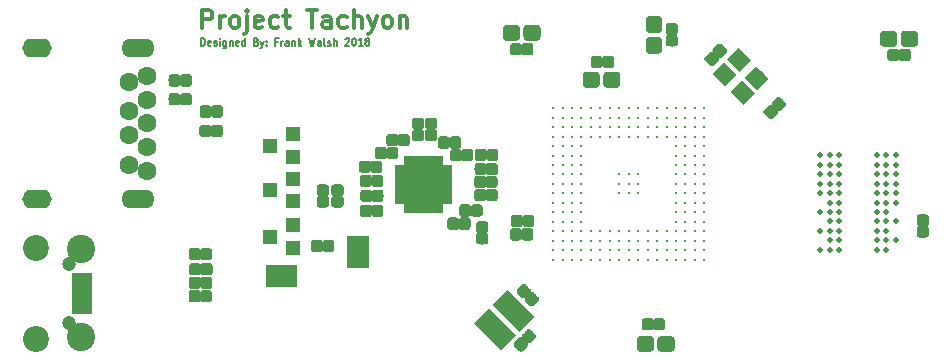
<source format=gts>
G04 #@! TF.GenerationSoftware,KiCad,Pcbnew,5.0.0-fee4fd1~66~ubuntu18.04.1*
G04 #@! TF.CreationDate,2018-10-21T22:10:04-02:30*
G04 #@! TF.ProjectId,mpuBoard,6D7075426F6172642E6B696361645F70,rev?*
G04 #@! TF.SameCoordinates,Original*
G04 #@! TF.FileFunction,Soldermask,Top*
G04 #@! TF.FilePolarity,Negative*
%FSLAX46Y46*%
G04 Gerber Fmt 4.6, Leading zero omitted, Abs format (unit mm)*
G04 Created by KiCad (PCBNEW 5.0.0-fee4fd1~66~ubuntu18.04.1) date Sun Oct 21 22:10:04 2018*
%MOMM*%
%LPD*%
G01*
G04 APERTURE LIST*
%ADD10C,0.150000*%
%ADD11C,0.300000*%
%ADD12C,0.100000*%
%ADD13C,0.990000*%
%ADD14R,1.000000X0.600000*%
%ADD15R,0.600000X1.000000*%
%ADD16R,3.050000X3.050000*%
%ADD17C,0.800000*%
%ADD18C,0.280000*%
%ADD19R,1.700000X0.850000*%
%ADD20C,2.400000*%
%ADD21C,2.200000*%
%ADD22C,1.200000*%
%ADD23R,1.300000X1.200000*%
%ADD24C,1.600000*%
%ADD25C,1.380000*%
%ADD26R,1.900000X1.400000*%
%ADD27R,1.400000X1.900000*%
%ADD28C,0.500000*%
%ADD29C,1.350000*%
%ADD30O,2.800000X1.600000*%
%ADD31O,2.500000X1.600000*%
G04 APERTURE END LIST*
D10*
X85684614Y-84624828D02*
X85684614Y-84024828D01*
X85827471Y-84024828D01*
X85913185Y-84053400D01*
X85970328Y-84110542D01*
X85998899Y-84167685D01*
X86027471Y-84281971D01*
X86027471Y-84367685D01*
X85998899Y-84481971D01*
X85970328Y-84539114D01*
X85913185Y-84596257D01*
X85827471Y-84624828D01*
X85684614Y-84624828D01*
X86513185Y-84596257D02*
X86456042Y-84624828D01*
X86341757Y-84624828D01*
X86284614Y-84596257D01*
X86256042Y-84539114D01*
X86256042Y-84310542D01*
X86284614Y-84253400D01*
X86341757Y-84224828D01*
X86456042Y-84224828D01*
X86513185Y-84253400D01*
X86541757Y-84310542D01*
X86541757Y-84367685D01*
X86256042Y-84424828D01*
X86770328Y-84596257D02*
X86827471Y-84624828D01*
X86941757Y-84624828D01*
X86998899Y-84596257D01*
X87027471Y-84539114D01*
X87027471Y-84510542D01*
X86998899Y-84453400D01*
X86941757Y-84424828D01*
X86856042Y-84424828D01*
X86798899Y-84396257D01*
X86770328Y-84339114D01*
X86770328Y-84310542D01*
X86798899Y-84253400D01*
X86856042Y-84224828D01*
X86941757Y-84224828D01*
X86998899Y-84253400D01*
X87284614Y-84624828D02*
X87284614Y-84224828D01*
X87284614Y-84024828D02*
X87256042Y-84053400D01*
X87284614Y-84081971D01*
X87313185Y-84053400D01*
X87284614Y-84024828D01*
X87284614Y-84081971D01*
X87827471Y-84224828D02*
X87827471Y-84710542D01*
X87798899Y-84767685D01*
X87770328Y-84796257D01*
X87713185Y-84824828D01*
X87627471Y-84824828D01*
X87570328Y-84796257D01*
X87827471Y-84596257D02*
X87770328Y-84624828D01*
X87656042Y-84624828D01*
X87598899Y-84596257D01*
X87570328Y-84567685D01*
X87541757Y-84510542D01*
X87541757Y-84339114D01*
X87570328Y-84281971D01*
X87598899Y-84253400D01*
X87656042Y-84224828D01*
X87770328Y-84224828D01*
X87827471Y-84253400D01*
X88113185Y-84224828D02*
X88113185Y-84624828D01*
X88113185Y-84281971D02*
X88141757Y-84253400D01*
X88198899Y-84224828D01*
X88284614Y-84224828D01*
X88341757Y-84253400D01*
X88370328Y-84310542D01*
X88370328Y-84624828D01*
X88884614Y-84596257D02*
X88827471Y-84624828D01*
X88713185Y-84624828D01*
X88656042Y-84596257D01*
X88627471Y-84539114D01*
X88627471Y-84310542D01*
X88656042Y-84253400D01*
X88713185Y-84224828D01*
X88827471Y-84224828D01*
X88884614Y-84253400D01*
X88913185Y-84310542D01*
X88913185Y-84367685D01*
X88627471Y-84424828D01*
X89427471Y-84624828D02*
X89427471Y-84024828D01*
X89427471Y-84596257D02*
X89370328Y-84624828D01*
X89256042Y-84624828D01*
X89198899Y-84596257D01*
X89170328Y-84567685D01*
X89141757Y-84510542D01*
X89141757Y-84339114D01*
X89170328Y-84281971D01*
X89198899Y-84253400D01*
X89256042Y-84224828D01*
X89370328Y-84224828D01*
X89427471Y-84253400D01*
X90370328Y-84310542D02*
X90456042Y-84339114D01*
X90484614Y-84367685D01*
X90513185Y-84424828D01*
X90513185Y-84510542D01*
X90484614Y-84567685D01*
X90456042Y-84596257D01*
X90398899Y-84624828D01*
X90170328Y-84624828D01*
X90170328Y-84024828D01*
X90370328Y-84024828D01*
X90427471Y-84053400D01*
X90456042Y-84081971D01*
X90484614Y-84139114D01*
X90484614Y-84196257D01*
X90456042Y-84253400D01*
X90427471Y-84281971D01*
X90370328Y-84310542D01*
X90170328Y-84310542D01*
X90713185Y-84224828D02*
X90856042Y-84624828D01*
X90998899Y-84224828D02*
X90856042Y-84624828D01*
X90798899Y-84767685D01*
X90770328Y-84796257D01*
X90713185Y-84824828D01*
X91227471Y-84567685D02*
X91256042Y-84596257D01*
X91227471Y-84624828D01*
X91198899Y-84596257D01*
X91227471Y-84567685D01*
X91227471Y-84624828D01*
X91227471Y-84253400D02*
X91256042Y-84281971D01*
X91227471Y-84310542D01*
X91198899Y-84281971D01*
X91227471Y-84253400D01*
X91227471Y-84310542D01*
X92170328Y-84310542D02*
X91970328Y-84310542D01*
X91970328Y-84624828D02*
X91970328Y-84024828D01*
X92256042Y-84024828D01*
X92484614Y-84624828D02*
X92484614Y-84224828D01*
X92484614Y-84339114D02*
X92513185Y-84281971D01*
X92541757Y-84253400D01*
X92598899Y-84224828D01*
X92656042Y-84224828D01*
X93113185Y-84624828D02*
X93113185Y-84310542D01*
X93084614Y-84253400D01*
X93027471Y-84224828D01*
X92913185Y-84224828D01*
X92856042Y-84253400D01*
X93113185Y-84596257D02*
X93056042Y-84624828D01*
X92913185Y-84624828D01*
X92856042Y-84596257D01*
X92827471Y-84539114D01*
X92827471Y-84481971D01*
X92856042Y-84424828D01*
X92913185Y-84396257D01*
X93056042Y-84396257D01*
X93113185Y-84367685D01*
X93398899Y-84224828D02*
X93398899Y-84624828D01*
X93398899Y-84281971D02*
X93427471Y-84253400D01*
X93484614Y-84224828D01*
X93570328Y-84224828D01*
X93627471Y-84253400D01*
X93656042Y-84310542D01*
X93656042Y-84624828D01*
X93941757Y-84624828D02*
X93941757Y-84024828D01*
X93998899Y-84396257D02*
X94170328Y-84624828D01*
X94170328Y-84224828D02*
X93941757Y-84453400D01*
X94827471Y-84024828D02*
X94970328Y-84624828D01*
X95084614Y-84196257D01*
X95198899Y-84624828D01*
X95341757Y-84024828D01*
X95827471Y-84624828D02*
X95827471Y-84310542D01*
X95798899Y-84253400D01*
X95741757Y-84224828D01*
X95627471Y-84224828D01*
X95570328Y-84253400D01*
X95827471Y-84596257D02*
X95770328Y-84624828D01*
X95627471Y-84624828D01*
X95570328Y-84596257D01*
X95541757Y-84539114D01*
X95541757Y-84481971D01*
X95570328Y-84424828D01*
X95627471Y-84396257D01*
X95770328Y-84396257D01*
X95827471Y-84367685D01*
X96198899Y-84624828D02*
X96141757Y-84596257D01*
X96113185Y-84539114D01*
X96113185Y-84024828D01*
X96398899Y-84596257D02*
X96456042Y-84624828D01*
X96570328Y-84624828D01*
X96627471Y-84596257D01*
X96656042Y-84539114D01*
X96656042Y-84510542D01*
X96627471Y-84453400D01*
X96570328Y-84424828D01*
X96484614Y-84424828D01*
X96427471Y-84396257D01*
X96398899Y-84339114D01*
X96398899Y-84310542D01*
X96427471Y-84253400D01*
X96484614Y-84224828D01*
X96570328Y-84224828D01*
X96627471Y-84253400D01*
X96913185Y-84624828D02*
X96913185Y-84024828D01*
X97170328Y-84624828D02*
X97170328Y-84310542D01*
X97141757Y-84253400D01*
X97084614Y-84224828D01*
X96998899Y-84224828D01*
X96941757Y-84253400D01*
X96913185Y-84281971D01*
X97884614Y-84081971D02*
X97913185Y-84053400D01*
X97970328Y-84024828D01*
X98113185Y-84024828D01*
X98170328Y-84053400D01*
X98198899Y-84081971D01*
X98227471Y-84139114D01*
X98227471Y-84196257D01*
X98198899Y-84281971D01*
X97856042Y-84624828D01*
X98227471Y-84624828D01*
X98598899Y-84024828D02*
X98656042Y-84024828D01*
X98713185Y-84053400D01*
X98741757Y-84081971D01*
X98770328Y-84139114D01*
X98798899Y-84253400D01*
X98798899Y-84396257D01*
X98770328Y-84510542D01*
X98741757Y-84567685D01*
X98713185Y-84596257D01*
X98656042Y-84624828D01*
X98598899Y-84624828D01*
X98541757Y-84596257D01*
X98513185Y-84567685D01*
X98484614Y-84510542D01*
X98456042Y-84396257D01*
X98456042Y-84253400D01*
X98484614Y-84139114D01*
X98513185Y-84081971D01*
X98541757Y-84053400D01*
X98598899Y-84024828D01*
X99370328Y-84624828D02*
X99027471Y-84624828D01*
X99198899Y-84624828D02*
X99198899Y-84024828D01*
X99141757Y-84110542D01*
X99084614Y-84167685D01*
X99027471Y-84196257D01*
X99713185Y-84281971D02*
X99656042Y-84253400D01*
X99627471Y-84224828D01*
X99598899Y-84167685D01*
X99598899Y-84139114D01*
X99627471Y-84081971D01*
X99656042Y-84053400D01*
X99713185Y-84024828D01*
X99827471Y-84024828D01*
X99884614Y-84053400D01*
X99913185Y-84081971D01*
X99941757Y-84139114D01*
X99941757Y-84167685D01*
X99913185Y-84224828D01*
X99884614Y-84253400D01*
X99827471Y-84281971D01*
X99713185Y-84281971D01*
X99656042Y-84310542D01*
X99627471Y-84339114D01*
X99598899Y-84396257D01*
X99598899Y-84510542D01*
X99627471Y-84567685D01*
X99656042Y-84596257D01*
X99713185Y-84624828D01*
X99827471Y-84624828D01*
X99884614Y-84596257D01*
X99913185Y-84567685D01*
X99941757Y-84510542D01*
X99941757Y-84396257D01*
X99913185Y-84339114D01*
X99884614Y-84310542D01*
X99827471Y-84281971D01*
D11*
X85784028Y-83126971D02*
X85784028Y-81626971D01*
X86355457Y-81626971D01*
X86498314Y-81698400D01*
X86569742Y-81769828D01*
X86641171Y-81912685D01*
X86641171Y-82126971D01*
X86569742Y-82269828D01*
X86498314Y-82341257D01*
X86355457Y-82412685D01*
X85784028Y-82412685D01*
X87284028Y-83126971D02*
X87284028Y-82126971D01*
X87284028Y-82412685D02*
X87355457Y-82269828D01*
X87426885Y-82198400D01*
X87569742Y-82126971D01*
X87712600Y-82126971D01*
X88426885Y-83126971D02*
X88284028Y-83055542D01*
X88212600Y-82984114D01*
X88141171Y-82841257D01*
X88141171Y-82412685D01*
X88212600Y-82269828D01*
X88284028Y-82198400D01*
X88426885Y-82126971D01*
X88641171Y-82126971D01*
X88784028Y-82198400D01*
X88855457Y-82269828D01*
X88926885Y-82412685D01*
X88926885Y-82841257D01*
X88855457Y-82984114D01*
X88784028Y-83055542D01*
X88641171Y-83126971D01*
X88426885Y-83126971D01*
X89569742Y-82126971D02*
X89569742Y-83412685D01*
X89498314Y-83555542D01*
X89355457Y-83626971D01*
X89284028Y-83626971D01*
X89569742Y-81626971D02*
X89498314Y-81698400D01*
X89569742Y-81769828D01*
X89641171Y-81698400D01*
X89569742Y-81626971D01*
X89569742Y-81769828D01*
X90855457Y-83055542D02*
X90712600Y-83126971D01*
X90426885Y-83126971D01*
X90284028Y-83055542D01*
X90212600Y-82912685D01*
X90212600Y-82341257D01*
X90284028Y-82198400D01*
X90426885Y-82126971D01*
X90712600Y-82126971D01*
X90855457Y-82198400D01*
X90926885Y-82341257D01*
X90926885Y-82484114D01*
X90212600Y-82626971D01*
X92212600Y-83055542D02*
X92069742Y-83126971D01*
X91784028Y-83126971D01*
X91641171Y-83055542D01*
X91569742Y-82984114D01*
X91498314Y-82841257D01*
X91498314Y-82412685D01*
X91569742Y-82269828D01*
X91641171Y-82198400D01*
X91784028Y-82126971D01*
X92069742Y-82126971D01*
X92212600Y-82198400D01*
X92641171Y-82126971D02*
X93212600Y-82126971D01*
X92855457Y-81626971D02*
X92855457Y-82912685D01*
X92926885Y-83055542D01*
X93069742Y-83126971D01*
X93212600Y-83126971D01*
X94641171Y-81626971D02*
X95498314Y-81626971D01*
X95069742Y-83126971D02*
X95069742Y-81626971D01*
X96641171Y-83126971D02*
X96641171Y-82341257D01*
X96569742Y-82198400D01*
X96426885Y-82126971D01*
X96141171Y-82126971D01*
X95998314Y-82198400D01*
X96641171Y-83055542D02*
X96498314Y-83126971D01*
X96141171Y-83126971D01*
X95998314Y-83055542D01*
X95926885Y-82912685D01*
X95926885Y-82769828D01*
X95998314Y-82626971D01*
X96141171Y-82555542D01*
X96498314Y-82555542D01*
X96641171Y-82484114D01*
X97998314Y-83055542D02*
X97855457Y-83126971D01*
X97569742Y-83126971D01*
X97426885Y-83055542D01*
X97355457Y-82984114D01*
X97284028Y-82841257D01*
X97284028Y-82412685D01*
X97355457Y-82269828D01*
X97426885Y-82198400D01*
X97569742Y-82126971D01*
X97855457Y-82126971D01*
X97998314Y-82198400D01*
X98641171Y-83126971D02*
X98641171Y-81626971D01*
X99284028Y-83126971D02*
X99284028Y-82341257D01*
X99212600Y-82198400D01*
X99069742Y-82126971D01*
X98855457Y-82126971D01*
X98712600Y-82198400D01*
X98641171Y-82269828D01*
X99855457Y-82126971D02*
X100212600Y-83126971D01*
X100569742Y-82126971D02*
X100212600Y-83126971D01*
X100069742Y-83484114D01*
X99998314Y-83555542D01*
X99855457Y-83626971D01*
X101355457Y-83126971D02*
X101212600Y-83055542D01*
X101141171Y-82984114D01*
X101069742Y-82841257D01*
X101069742Y-82412685D01*
X101141171Y-82269828D01*
X101212600Y-82198400D01*
X101355457Y-82126971D01*
X101569742Y-82126971D01*
X101712600Y-82198400D01*
X101784028Y-82269828D01*
X101855457Y-82412685D01*
X101855457Y-82841257D01*
X101784028Y-82984114D01*
X101712600Y-83055542D01*
X101569742Y-83126971D01*
X101355457Y-83126971D01*
X102498314Y-82126971D02*
X102498314Y-83126971D01*
X102498314Y-82269828D02*
X102569742Y-82198400D01*
X102712600Y-82126971D01*
X102926885Y-82126971D01*
X103069742Y-82198400D01*
X103141171Y-82341257D01*
X103141171Y-83126971D01*
D12*
G04 #@! TO.C,C34*
G36*
X84666759Y-88661192D02*
X84690785Y-88664756D01*
X84714345Y-88670657D01*
X84737214Y-88678840D01*
X84759171Y-88689224D01*
X84780004Y-88701711D01*
X84799512Y-88716180D01*
X84817509Y-88732491D01*
X84833820Y-88750488D01*
X84848289Y-88769996D01*
X84860776Y-88790829D01*
X84871160Y-88812786D01*
X84879343Y-88835655D01*
X84885244Y-88859215D01*
X84888808Y-88883241D01*
X84890000Y-88907500D01*
X84890000Y-89452500D01*
X84888808Y-89476759D01*
X84885244Y-89500785D01*
X84879343Y-89524345D01*
X84871160Y-89547214D01*
X84860776Y-89569171D01*
X84848289Y-89590004D01*
X84833820Y-89609512D01*
X84817509Y-89627509D01*
X84799512Y-89643820D01*
X84780004Y-89658289D01*
X84759171Y-89670776D01*
X84737214Y-89681160D01*
X84714345Y-89689343D01*
X84690785Y-89695244D01*
X84666759Y-89698808D01*
X84642500Y-89700000D01*
X84147500Y-89700000D01*
X84123241Y-89698808D01*
X84099215Y-89695244D01*
X84075655Y-89689343D01*
X84052786Y-89681160D01*
X84030829Y-89670776D01*
X84009996Y-89658289D01*
X83990488Y-89643820D01*
X83972491Y-89627509D01*
X83956180Y-89609512D01*
X83941711Y-89590004D01*
X83929224Y-89569171D01*
X83918840Y-89547214D01*
X83910657Y-89524345D01*
X83904756Y-89500785D01*
X83901192Y-89476759D01*
X83900000Y-89452500D01*
X83900000Y-88907500D01*
X83901192Y-88883241D01*
X83904756Y-88859215D01*
X83910657Y-88835655D01*
X83918840Y-88812786D01*
X83929224Y-88790829D01*
X83941711Y-88769996D01*
X83956180Y-88750488D01*
X83972491Y-88732491D01*
X83990488Y-88716180D01*
X84009996Y-88701711D01*
X84030829Y-88689224D01*
X84052786Y-88678840D01*
X84075655Y-88670657D01*
X84099215Y-88664756D01*
X84123241Y-88661192D01*
X84147500Y-88660000D01*
X84642500Y-88660000D01*
X84666759Y-88661192D01*
X84666759Y-88661192D01*
G37*
D13*
X84395000Y-89180000D03*
D12*
G36*
X83696759Y-88661192D02*
X83720785Y-88664756D01*
X83744345Y-88670657D01*
X83767214Y-88678840D01*
X83789171Y-88689224D01*
X83810004Y-88701711D01*
X83829512Y-88716180D01*
X83847509Y-88732491D01*
X83863820Y-88750488D01*
X83878289Y-88769996D01*
X83890776Y-88790829D01*
X83901160Y-88812786D01*
X83909343Y-88835655D01*
X83915244Y-88859215D01*
X83918808Y-88883241D01*
X83920000Y-88907500D01*
X83920000Y-89452500D01*
X83918808Y-89476759D01*
X83915244Y-89500785D01*
X83909343Y-89524345D01*
X83901160Y-89547214D01*
X83890776Y-89569171D01*
X83878289Y-89590004D01*
X83863820Y-89609512D01*
X83847509Y-89627509D01*
X83829512Y-89643820D01*
X83810004Y-89658289D01*
X83789171Y-89670776D01*
X83767214Y-89681160D01*
X83744345Y-89689343D01*
X83720785Y-89695244D01*
X83696759Y-89698808D01*
X83672500Y-89700000D01*
X83177500Y-89700000D01*
X83153241Y-89698808D01*
X83129215Y-89695244D01*
X83105655Y-89689343D01*
X83082786Y-89681160D01*
X83060829Y-89670776D01*
X83039996Y-89658289D01*
X83020488Y-89643820D01*
X83002491Y-89627509D01*
X82986180Y-89609512D01*
X82971711Y-89590004D01*
X82959224Y-89569171D01*
X82948840Y-89547214D01*
X82940657Y-89524345D01*
X82934756Y-89500785D01*
X82931192Y-89476759D01*
X82930000Y-89452500D01*
X82930000Y-88907500D01*
X82931192Y-88883241D01*
X82934756Y-88859215D01*
X82940657Y-88835655D01*
X82948840Y-88812786D01*
X82959224Y-88790829D01*
X82971711Y-88769996D01*
X82986180Y-88750488D01*
X83002491Y-88732491D01*
X83020488Y-88716180D01*
X83039996Y-88701711D01*
X83060829Y-88689224D01*
X83082786Y-88678840D01*
X83105655Y-88670657D01*
X83129215Y-88664756D01*
X83153241Y-88661192D01*
X83177500Y-88660000D01*
X83672500Y-88660000D01*
X83696759Y-88661192D01*
X83696759Y-88661192D01*
G37*
D13*
X83425000Y-89180000D03*
G04 #@! TD*
D12*
G04 #@! TO.C,F2*
G36*
X84666759Y-87061192D02*
X84690785Y-87064756D01*
X84714345Y-87070657D01*
X84737214Y-87078840D01*
X84759171Y-87089224D01*
X84780004Y-87101711D01*
X84799512Y-87116180D01*
X84817509Y-87132491D01*
X84833820Y-87150488D01*
X84848289Y-87169996D01*
X84860776Y-87190829D01*
X84871160Y-87212786D01*
X84879343Y-87235655D01*
X84885244Y-87259215D01*
X84888808Y-87283241D01*
X84890000Y-87307500D01*
X84890000Y-87852500D01*
X84888808Y-87876759D01*
X84885244Y-87900785D01*
X84879343Y-87924345D01*
X84871160Y-87947214D01*
X84860776Y-87969171D01*
X84848289Y-87990004D01*
X84833820Y-88009512D01*
X84817509Y-88027509D01*
X84799512Y-88043820D01*
X84780004Y-88058289D01*
X84759171Y-88070776D01*
X84737214Y-88081160D01*
X84714345Y-88089343D01*
X84690785Y-88095244D01*
X84666759Y-88098808D01*
X84642500Y-88100000D01*
X84147500Y-88100000D01*
X84123241Y-88098808D01*
X84099215Y-88095244D01*
X84075655Y-88089343D01*
X84052786Y-88081160D01*
X84030829Y-88070776D01*
X84009996Y-88058289D01*
X83990488Y-88043820D01*
X83972491Y-88027509D01*
X83956180Y-88009512D01*
X83941711Y-87990004D01*
X83929224Y-87969171D01*
X83918840Y-87947214D01*
X83910657Y-87924345D01*
X83904756Y-87900785D01*
X83901192Y-87876759D01*
X83900000Y-87852500D01*
X83900000Y-87307500D01*
X83901192Y-87283241D01*
X83904756Y-87259215D01*
X83910657Y-87235655D01*
X83918840Y-87212786D01*
X83929224Y-87190829D01*
X83941711Y-87169996D01*
X83956180Y-87150488D01*
X83972491Y-87132491D01*
X83990488Y-87116180D01*
X84009996Y-87101711D01*
X84030829Y-87089224D01*
X84052786Y-87078840D01*
X84075655Y-87070657D01*
X84099215Y-87064756D01*
X84123241Y-87061192D01*
X84147500Y-87060000D01*
X84642500Y-87060000D01*
X84666759Y-87061192D01*
X84666759Y-87061192D01*
G37*
D13*
X84395000Y-87580000D03*
D12*
G36*
X83696759Y-87061192D02*
X83720785Y-87064756D01*
X83744345Y-87070657D01*
X83767214Y-87078840D01*
X83789171Y-87089224D01*
X83810004Y-87101711D01*
X83829512Y-87116180D01*
X83847509Y-87132491D01*
X83863820Y-87150488D01*
X83878289Y-87169996D01*
X83890776Y-87190829D01*
X83901160Y-87212786D01*
X83909343Y-87235655D01*
X83915244Y-87259215D01*
X83918808Y-87283241D01*
X83920000Y-87307500D01*
X83920000Y-87852500D01*
X83918808Y-87876759D01*
X83915244Y-87900785D01*
X83909343Y-87924345D01*
X83901160Y-87947214D01*
X83890776Y-87969171D01*
X83878289Y-87990004D01*
X83863820Y-88009512D01*
X83847509Y-88027509D01*
X83829512Y-88043820D01*
X83810004Y-88058289D01*
X83789171Y-88070776D01*
X83767214Y-88081160D01*
X83744345Y-88089343D01*
X83720785Y-88095244D01*
X83696759Y-88098808D01*
X83672500Y-88100000D01*
X83177500Y-88100000D01*
X83153241Y-88098808D01*
X83129215Y-88095244D01*
X83105655Y-88089343D01*
X83082786Y-88081160D01*
X83060829Y-88070776D01*
X83039996Y-88058289D01*
X83020488Y-88043820D01*
X83002491Y-88027509D01*
X82986180Y-88009512D01*
X82971711Y-87990004D01*
X82959224Y-87969171D01*
X82948840Y-87947214D01*
X82940657Y-87924345D01*
X82934756Y-87900785D01*
X82931192Y-87876759D01*
X82930000Y-87852500D01*
X82930000Y-87307500D01*
X82931192Y-87283241D01*
X82934756Y-87259215D01*
X82940657Y-87235655D01*
X82948840Y-87212786D01*
X82959224Y-87190829D01*
X82971711Y-87169996D01*
X82986180Y-87150488D01*
X83002491Y-87132491D01*
X83020488Y-87116180D01*
X83039996Y-87101711D01*
X83060829Y-87089224D01*
X83082786Y-87078840D01*
X83105655Y-87070657D01*
X83129215Y-87064756D01*
X83153241Y-87061192D01*
X83177500Y-87060000D01*
X83672500Y-87060000D01*
X83696759Y-87061192D01*
X83696759Y-87061192D01*
G37*
D13*
X83425000Y-87580000D03*
G04 #@! TD*
D14*
G04 #@! TO.C,U2*
X102610000Y-95010000D03*
X102610000Y-95410000D03*
X102610000Y-95810000D03*
X102610000Y-96210000D03*
X102610000Y-96610000D03*
X102610000Y-97010000D03*
X102610000Y-97410000D03*
X102610000Y-97810000D03*
D15*
X103110000Y-98310000D03*
X103510000Y-98310000D03*
X103910000Y-98310000D03*
X104310000Y-98310000D03*
X104710000Y-98310000D03*
X105110000Y-98310000D03*
X105510000Y-98310000D03*
X105910000Y-98310000D03*
D14*
X106410000Y-97810000D03*
X106410000Y-97410000D03*
X106410000Y-97010000D03*
X106410000Y-96610000D03*
X106410000Y-96210000D03*
X106410000Y-95810000D03*
X106410000Y-95410000D03*
X106410000Y-95010000D03*
D15*
X105910000Y-94510000D03*
X105510000Y-94510000D03*
X105110000Y-94510000D03*
X104710000Y-94510000D03*
X104310000Y-94510000D03*
X103910000Y-94510000D03*
X103510000Y-94510000D03*
X103110000Y-94510000D03*
D16*
X104510000Y-96410000D03*
D17*
X103847500Y-95747500D03*
X105085000Y-95810000D03*
X103847500Y-97072500D03*
X105085000Y-97010000D03*
G04 #@! TD*
D12*
G04 #@! TO.C,L1*
G36*
X103111759Y-92111192D02*
X103135785Y-92114756D01*
X103159345Y-92120657D01*
X103182214Y-92128840D01*
X103204171Y-92139224D01*
X103225004Y-92151711D01*
X103244512Y-92166180D01*
X103262509Y-92182491D01*
X103278820Y-92200488D01*
X103293289Y-92219996D01*
X103305776Y-92240829D01*
X103316160Y-92262786D01*
X103324343Y-92285655D01*
X103330244Y-92309215D01*
X103333808Y-92333241D01*
X103335000Y-92357500D01*
X103335000Y-92902500D01*
X103333808Y-92926759D01*
X103330244Y-92950785D01*
X103324343Y-92974345D01*
X103316160Y-92997214D01*
X103305776Y-93019171D01*
X103293289Y-93040004D01*
X103278820Y-93059512D01*
X103262509Y-93077509D01*
X103244512Y-93093820D01*
X103225004Y-93108289D01*
X103204171Y-93120776D01*
X103182214Y-93131160D01*
X103159345Y-93139343D01*
X103135785Y-93145244D01*
X103111759Y-93148808D01*
X103087500Y-93150000D01*
X102592500Y-93150000D01*
X102568241Y-93148808D01*
X102544215Y-93145244D01*
X102520655Y-93139343D01*
X102497786Y-93131160D01*
X102475829Y-93120776D01*
X102454996Y-93108289D01*
X102435488Y-93093820D01*
X102417491Y-93077509D01*
X102401180Y-93059512D01*
X102386711Y-93040004D01*
X102374224Y-93019171D01*
X102363840Y-92997214D01*
X102355657Y-92974345D01*
X102349756Y-92950785D01*
X102346192Y-92926759D01*
X102345000Y-92902500D01*
X102345000Y-92357500D01*
X102346192Y-92333241D01*
X102349756Y-92309215D01*
X102355657Y-92285655D01*
X102363840Y-92262786D01*
X102374224Y-92240829D01*
X102386711Y-92219996D01*
X102401180Y-92200488D01*
X102417491Y-92182491D01*
X102435488Y-92166180D01*
X102454996Y-92151711D01*
X102475829Y-92139224D01*
X102497786Y-92128840D01*
X102520655Y-92120657D01*
X102544215Y-92114756D01*
X102568241Y-92111192D01*
X102592500Y-92110000D01*
X103087500Y-92110000D01*
X103111759Y-92111192D01*
X103111759Y-92111192D01*
G37*
D13*
X102840000Y-92630000D03*
D12*
G36*
X102141759Y-92111192D02*
X102165785Y-92114756D01*
X102189345Y-92120657D01*
X102212214Y-92128840D01*
X102234171Y-92139224D01*
X102255004Y-92151711D01*
X102274512Y-92166180D01*
X102292509Y-92182491D01*
X102308820Y-92200488D01*
X102323289Y-92219996D01*
X102335776Y-92240829D01*
X102346160Y-92262786D01*
X102354343Y-92285655D01*
X102360244Y-92309215D01*
X102363808Y-92333241D01*
X102365000Y-92357500D01*
X102365000Y-92902500D01*
X102363808Y-92926759D01*
X102360244Y-92950785D01*
X102354343Y-92974345D01*
X102346160Y-92997214D01*
X102335776Y-93019171D01*
X102323289Y-93040004D01*
X102308820Y-93059512D01*
X102292509Y-93077509D01*
X102274512Y-93093820D01*
X102255004Y-93108289D01*
X102234171Y-93120776D01*
X102212214Y-93131160D01*
X102189345Y-93139343D01*
X102165785Y-93145244D01*
X102141759Y-93148808D01*
X102117500Y-93150000D01*
X101622500Y-93150000D01*
X101598241Y-93148808D01*
X101574215Y-93145244D01*
X101550655Y-93139343D01*
X101527786Y-93131160D01*
X101505829Y-93120776D01*
X101484996Y-93108289D01*
X101465488Y-93093820D01*
X101447491Y-93077509D01*
X101431180Y-93059512D01*
X101416711Y-93040004D01*
X101404224Y-93019171D01*
X101393840Y-92997214D01*
X101385657Y-92974345D01*
X101379756Y-92950785D01*
X101376192Y-92926759D01*
X101375000Y-92902500D01*
X101375000Y-92357500D01*
X101376192Y-92333241D01*
X101379756Y-92309215D01*
X101385657Y-92285655D01*
X101393840Y-92262786D01*
X101404224Y-92240829D01*
X101416711Y-92219996D01*
X101431180Y-92200488D01*
X101447491Y-92182491D01*
X101465488Y-92166180D01*
X101484996Y-92151711D01*
X101505829Y-92139224D01*
X101527786Y-92128840D01*
X101550655Y-92120657D01*
X101574215Y-92114756D01*
X101598241Y-92111192D01*
X101622500Y-92110000D01*
X102117500Y-92110000D01*
X102141759Y-92111192D01*
X102141759Y-92111192D01*
G37*
D13*
X101870000Y-92630000D03*
G04 #@! TD*
D18*
G04 #@! TO.C,U1*
X121889001Y-96341001D03*
X121889001Y-97141001D03*
X122689001Y-97141001D03*
X122689001Y-96341001D03*
X122689001Y-95541001D03*
X121889001Y-95541001D03*
X121089001Y-95541001D03*
X121089001Y-96341001D03*
X121089001Y-97141001D03*
X121889001Y-89941001D03*
X121889001Y-90741001D03*
X121889001Y-91541001D03*
X121889001Y-92341001D03*
X128289001Y-89941001D03*
X127489001Y-90741001D03*
X126689001Y-91541001D03*
X125889001Y-92341001D03*
X125089001Y-92341001D03*
X124289001Y-92341001D03*
X123489001Y-92341001D03*
X122689001Y-92341001D03*
X125889001Y-93141001D03*
X125889001Y-93941001D03*
X125889001Y-94741001D03*
X125889001Y-95541001D03*
X125889001Y-96341001D03*
X125889001Y-97141001D03*
X125889001Y-97941001D03*
X125889001Y-98741001D03*
X122689001Y-100341001D03*
X122689001Y-101141001D03*
X122689001Y-101941001D03*
X122689001Y-102741001D03*
X121889001Y-102741001D03*
X121889001Y-101941001D03*
X121889001Y-101141001D03*
X121889001Y-100341001D03*
X123489001Y-100341001D03*
X123489001Y-101141001D03*
X123489001Y-101941001D03*
X123489001Y-102741001D03*
X124289001Y-102741001D03*
X124289001Y-101941001D03*
X124289001Y-101141001D03*
X124289001Y-100341001D03*
X125089001Y-100341001D03*
X125089001Y-101141001D03*
X125089001Y-101941001D03*
X125089001Y-102741001D03*
X125889001Y-102741001D03*
X125889001Y-101941001D03*
X125889001Y-101141001D03*
X125889001Y-100341001D03*
X125889001Y-99541001D03*
X126689001Y-101141001D03*
X127489001Y-101941001D03*
X128289001Y-102741001D03*
X127489001Y-102741001D03*
X126689001Y-102741001D03*
X126689001Y-101941001D03*
X128289001Y-101941001D03*
X128289001Y-101141001D03*
X127489001Y-101141001D03*
X127489001Y-100341001D03*
X128289001Y-100341001D03*
X128289001Y-99541001D03*
X127489001Y-99541001D03*
X126689001Y-100341001D03*
X126689001Y-99541001D03*
X126689001Y-98741001D03*
X127489001Y-98741001D03*
X128289001Y-98741001D03*
X128289001Y-97941001D03*
X127489001Y-97941001D03*
X126689001Y-97941001D03*
X126689001Y-97141001D03*
X127489001Y-97141001D03*
X128289001Y-97141001D03*
X128289001Y-96341001D03*
X127489001Y-96341001D03*
X126689001Y-96341001D03*
X126689001Y-95541001D03*
X127489001Y-95541001D03*
X128289001Y-95541001D03*
X128289001Y-94741001D03*
X127489001Y-94741001D03*
X126689001Y-94741001D03*
X126689001Y-93941001D03*
X127489001Y-93941001D03*
X128289001Y-93941001D03*
X128289001Y-93141001D03*
X127489001Y-93141001D03*
X126689001Y-93141001D03*
X126689001Y-92341001D03*
X127489001Y-92341001D03*
X128289001Y-92341001D03*
X128289001Y-91541001D03*
X127489001Y-91541001D03*
X128289001Y-90741001D03*
X127489001Y-89941001D03*
X126689001Y-89941001D03*
X126689001Y-90741001D03*
X125889001Y-90741001D03*
X125889001Y-89941001D03*
X125889001Y-91541001D03*
X125089001Y-91541001D03*
X125089001Y-90741001D03*
X125089001Y-89941001D03*
X124289001Y-89941001D03*
X124289001Y-90741001D03*
X124289001Y-91541001D03*
X123489001Y-91541001D03*
X122689001Y-91541001D03*
X122689001Y-90741001D03*
X123489001Y-90741001D03*
X123489001Y-89941001D03*
X122689001Y-89941001D03*
X117889001Y-97141001D03*
X117889001Y-97941001D03*
X117889001Y-98741001D03*
X117889001Y-99541001D03*
X117889001Y-100341001D03*
X118689001Y-100341001D03*
X119489001Y-100341001D03*
X120289001Y-100341001D03*
X121089001Y-100341001D03*
X121089001Y-101141001D03*
X121089001Y-101941001D03*
X121089001Y-102741001D03*
X120289001Y-102741001D03*
X119489001Y-102741001D03*
X118689001Y-102741001D03*
X117889001Y-102741001D03*
X117889001Y-101941001D03*
X117889001Y-101141001D03*
X117089001Y-101141001D03*
X116289001Y-101941001D03*
X115489001Y-102741001D03*
X116289001Y-102741001D03*
X117089001Y-102741001D03*
X117089001Y-101941001D03*
X118689001Y-101941001D03*
X118689001Y-101141001D03*
X119489001Y-101141001D03*
X119489001Y-101941001D03*
X120289001Y-101941001D03*
X120289001Y-101141001D03*
X117089001Y-100341001D03*
X116289001Y-101141001D03*
X115489001Y-101941001D03*
X115489001Y-101141001D03*
X115489001Y-100341001D03*
X115489001Y-99541001D03*
X115489001Y-98741001D03*
X115489001Y-97941001D03*
X115489001Y-97141001D03*
X115489001Y-96341001D03*
X115489001Y-95541001D03*
X115489001Y-94741001D03*
X115489001Y-93941001D03*
X115489001Y-93141001D03*
X115489001Y-92341001D03*
X115489001Y-91541001D03*
X115489001Y-90741001D03*
X115489001Y-89941001D03*
X116289001Y-89941001D03*
X117089001Y-89941001D03*
X117889001Y-89941001D03*
X118689001Y-89941001D03*
X119489001Y-89941001D03*
X120289001Y-89941001D03*
X121089001Y-89941001D03*
X121089001Y-90741001D03*
X121089001Y-91541001D03*
X121089001Y-92341001D03*
X120289001Y-92341001D03*
X120289001Y-91541001D03*
X120289001Y-90741001D03*
X119489001Y-90741001D03*
X119489001Y-91541001D03*
X119489001Y-92341001D03*
X118689001Y-92341001D03*
X118689001Y-91541001D03*
X118689001Y-90741001D03*
X117889001Y-90741001D03*
X117889001Y-91541001D03*
X117889001Y-92341001D03*
X117089001Y-92341001D03*
X117089001Y-91541001D03*
X117089001Y-90741001D03*
X116289001Y-90741001D03*
X116289001Y-91541001D03*
X116289001Y-92341001D03*
X116289001Y-93141001D03*
X116289001Y-93941001D03*
X116289001Y-94741001D03*
X116289001Y-95541001D03*
X116289001Y-96341001D03*
X116289001Y-97141001D03*
X116289001Y-97941001D03*
X116289001Y-98741001D03*
X116289001Y-99541001D03*
X116289001Y-100341001D03*
X117089001Y-99541001D03*
X117089001Y-98741001D03*
X117089001Y-97941001D03*
X117089001Y-97141001D03*
X117089001Y-96341001D03*
X117089001Y-95541001D03*
X117089001Y-94741001D03*
X117089001Y-93941001D03*
X117089001Y-93141001D03*
X117889001Y-93141001D03*
X117889001Y-93941001D03*
X117889001Y-94741001D03*
X117889001Y-95541001D03*
X117889001Y-96341001D03*
G04 #@! TD*
D12*
G04 #@! TO.C,C1*
G36*
X99931759Y-96821192D02*
X99955785Y-96824756D01*
X99979345Y-96830657D01*
X100002214Y-96838840D01*
X100024171Y-96849224D01*
X100045004Y-96861711D01*
X100064512Y-96876180D01*
X100082509Y-96892491D01*
X100098820Y-96910488D01*
X100113289Y-96929996D01*
X100125776Y-96950829D01*
X100136160Y-96972786D01*
X100144343Y-96995655D01*
X100150244Y-97019215D01*
X100153808Y-97043241D01*
X100155000Y-97067500D01*
X100155000Y-97612500D01*
X100153808Y-97636759D01*
X100150244Y-97660785D01*
X100144343Y-97684345D01*
X100136160Y-97707214D01*
X100125776Y-97729171D01*
X100113289Y-97750004D01*
X100098820Y-97769512D01*
X100082509Y-97787509D01*
X100064512Y-97803820D01*
X100045004Y-97818289D01*
X100024171Y-97830776D01*
X100002214Y-97841160D01*
X99979345Y-97849343D01*
X99955785Y-97855244D01*
X99931759Y-97858808D01*
X99907500Y-97860000D01*
X99412500Y-97860000D01*
X99388241Y-97858808D01*
X99364215Y-97855244D01*
X99340655Y-97849343D01*
X99317786Y-97841160D01*
X99295829Y-97830776D01*
X99274996Y-97818289D01*
X99255488Y-97803820D01*
X99237491Y-97787509D01*
X99221180Y-97769512D01*
X99206711Y-97750004D01*
X99194224Y-97729171D01*
X99183840Y-97707214D01*
X99175657Y-97684345D01*
X99169756Y-97660785D01*
X99166192Y-97636759D01*
X99165000Y-97612500D01*
X99165000Y-97067500D01*
X99166192Y-97043241D01*
X99169756Y-97019215D01*
X99175657Y-96995655D01*
X99183840Y-96972786D01*
X99194224Y-96950829D01*
X99206711Y-96929996D01*
X99221180Y-96910488D01*
X99237491Y-96892491D01*
X99255488Y-96876180D01*
X99274996Y-96861711D01*
X99295829Y-96849224D01*
X99317786Y-96838840D01*
X99340655Y-96830657D01*
X99364215Y-96824756D01*
X99388241Y-96821192D01*
X99412500Y-96820000D01*
X99907500Y-96820000D01*
X99931759Y-96821192D01*
X99931759Y-96821192D01*
G37*
D13*
X99660000Y-97340000D03*
D12*
G36*
X100901759Y-96821192D02*
X100925785Y-96824756D01*
X100949345Y-96830657D01*
X100972214Y-96838840D01*
X100994171Y-96849224D01*
X101015004Y-96861711D01*
X101034512Y-96876180D01*
X101052509Y-96892491D01*
X101068820Y-96910488D01*
X101083289Y-96929996D01*
X101095776Y-96950829D01*
X101106160Y-96972786D01*
X101114343Y-96995655D01*
X101120244Y-97019215D01*
X101123808Y-97043241D01*
X101125000Y-97067500D01*
X101125000Y-97612500D01*
X101123808Y-97636759D01*
X101120244Y-97660785D01*
X101114343Y-97684345D01*
X101106160Y-97707214D01*
X101095776Y-97729171D01*
X101083289Y-97750004D01*
X101068820Y-97769512D01*
X101052509Y-97787509D01*
X101034512Y-97803820D01*
X101015004Y-97818289D01*
X100994171Y-97830776D01*
X100972214Y-97841160D01*
X100949345Y-97849343D01*
X100925785Y-97855244D01*
X100901759Y-97858808D01*
X100877500Y-97860000D01*
X100382500Y-97860000D01*
X100358241Y-97858808D01*
X100334215Y-97855244D01*
X100310655Y-97849343D01*
X100287786Y-97841160D01*
X100265829Y-97830776D01*
X100244996Y-97818289D01*
X100225488Y-97803820D01*
X100207491Y-97787509D01*
X100191180Y-97769512D01*
X100176711Y-97750004D01*
X100164224Y-97729171D01*
X100153840Y-97707214D01*
X100145657Y-97684345D01*
X100139756Y-97660785D01*
X100136192Y-97636759D01*
X100135000Y-97612500D01*
X100135000Y-97067500D01*
X100136192Y-97043241D01*
X100139756Y-97019215D01*
X100145657Y-96995655D01*
X100153840Y-96972786D01*
X100164224Y-96950829D01*
X100176711Y-96929996D01*
X100191180Y-96910488D01*
X100207491Y-96892491D01*
X100225488Y-96876180D01*
X100244996Y-96861711D01*
X100265829Y-96849224D01*
X100287786Y-96838840D01*
X100310655Y-96830657D01*
X100334215Y-96824756D01*
X100358241Y-96821192D01*
X100382500Y-96820000D01*
X100877500Y-96820000D01*
X100901759Y-96821192D01*
X100901759Y-96821192D01*
G37*
D13*
X100630000Y-97340000D03*
G04 #@! TD*
D12*
G04 #@! TO.C,C2*
G36*
X100886759Y-98091192D02*
X100910785Y-98094756D01*
X100934345Y-98100657D01*
X100957214Y-98108840D01*
X100979171Y-98119224D01*
X101000004Y-98131711D01*
X101019512Y-98146180D01*
X101037509Y-98162491D01*
X101053820Y-98180488D01*
X101068289Y-98199996D01*
X101080776Y-98220829D01*
X101091160Y-98242786D01*
X101099343Y-98265655D01*
X101105244Y-98289215D01*
X101108808Y-98313241D01*
X101110000Y-98337500D01*
X101110000Y-98882500D01*
X101108808Y-98906759D01*
X101105244Y-98930785D01*
X101099343Y-98954345D01*
X101091160Y-98977214D01*
X101080776Y-98999171D01*
X101068289Y-99020004D01*
X101053820Y-99039512D01*
X101037509Y-99057509D01*
X101019512Y-99073820D01*
X101000004Y-99088289D01*
X100979171Y-99100776D01*
X100957214Y-99111160D01*
X100934345Y-99119343D01*
X100910785Y-99125244D01*
X100886759Y-99128808D01*
X100862500Y-99130000D01*
X100367500Y-99130000D01*
X100343241Y-99128808D01*
X100319215Y-99125244D01*
X100295655Y-99119343D01*
X100272786Y-99111160D01*
X100250829Y-99100776D01*
X100229996Y-99088289D01*
X100210488Y-99073820D01*
X100192491Y-99057509D01*
X100176180Y-99039512D01*
X100161711Y-99020004D01*
X100149224Y-98999171D01*
X100138840Y-98977214D01*
X100130657Y-98954345D01*
X100124756Y-98930785D01*
X100121192Y-98906759D01*
X100120000Y-98882500D01*
X100120000Y-98337500D01*
X100121192Y-98313241D01*
X100124756Y-98289215D01*
X100130657Y-98265655D01*
X100138840Y-98242786D01*
X100149224Y-98220829D01*
X100161711Y-98199996D01*
X100176180Y-98180488D01*
X100192491Y-98162491D01*
X100210488Y-98146180D01*
X100229996Y-98131711D01*
X100250829Y-98119224D01*
X100272786Y-98108840D01*
X100295655Y-98100657D01*
X100319215Y-98094756D01*
X100343241Y-98091192D01*
X100367500Y-98090000D01*
X100862500Y-98090000D01*
X100886759Y-98091192D01*
X100886759Y-98091192D01*
G37*
D13*
X100615000Y-98610000D03*
D12*
G36*
X99916759Y-98091192D02*
X99940785Y-98094756D01*
X99964345Y-98100657D01*
X99987214Y-98108840D01*
X100009171Y-98119224D01*
X100030004Y-98131711D01*
X100049512Y-98146180D01*
X100067509Y-98162491D01*
X100083820Y-98180488D01*
X100098289Y-98199996D01*
X100110776Y-98220829D01*
X100121160Y-98242786D01*
X100129343Y-98265655D01*
X100135244Y-98289215D01*
X100138808Y-98313241D01*
X100140000Y-98337500D01*
X100140000Y-98882500D01*
X100138808Y-98906759D01*
X100135244Y-98930785D01*
X100129343Y-98954345D01*
X100121160Y-98977214D01*
X100110776Y-98999171D01*
X100098289Y-99020004D01*
X100083820Y-99039512D01*
X100067509Y-99057509D01*
X100049512Y-99073820D01*
X100030004Y-99088289D01*
X100009171Y-99100776D01*
X99987214Y-99111160D01*
X99964345Y-99119343D01*
X99940785Y-99125244D01*
X99916759Y-99128808D01*
X99892500Y-99130000D01*
X99397500Y-99130000D01*
X99373241Y-99128808D01*
X99349215Y-99125244D01*
X99325655Y-99119343D01*
X99302786Y-99111160D01*
X99280829Y-99100776D01*
X99259996Y-99088289D01*
X99240488Y-99073820D01*
X99222491Y-99057509D01*
X99206180Y-99039512D01*
X99191711Y-99020004D01*
X99179224Y-98999171D01*
X99168840Y-98977214D01*
X99160657Y-98954345D01*
X99154756Y-98930785D01*
X99151192Y-98906759D01*
X99150000Y-98882500D01*
X99150000Y-98337500D01*
X99151192Y-98313241D01*
X99154756Y-98289215D01*
X99160657Y-98265655D01*
X99168840Y-98242786D01*
X99179224Y-98220829D01*
X99191711Y-98199996D01*
X99206180Y-98180488D01*
X99222491Y-98162491D01*
X99240488Y-98146180D01*
X99259996Y-98131711D01*
X99280829Y-98119224D01*
X99302786Y-98108840D01*
X99325655Y-98100657D01*
X99349215Y-98094756D01*
X99373241Y-98091192D01*
X99397500Y-98090000D01*
X99892500Y-98090000D01*
X99916759Y-98091192D01*
X99916759Y-98091192D01*
G37*
D13*
X99645000Y-98610000D03*
G04 #@! TD*
D12*
G04 #@! TO.C,C3*
G36*
X104346759Y-91711192D02*
X104370785Y-91714756D01*
X104394345Y-91720657D01*
X104417214Y-91728840D01*
X104439171Y-91739224D01*
X104460004Y-91751711D01*
X104479512Y-91766180D01*
X104497509Y-91782491D01*
X104513820Y-91800488D01*
X104528289Y-91819996D01*
X104540776Y-91840829D01*
X104551160Y-91862786D01*
X104559343Y-91885655D01*
X104565244Y-91909215D01*
X104568808Y-91933241D01*
X104570000Y-91957500D01*
X104570000Y-92452500D01*
X104568808Y-92476759D01*
X104565244Y-92500785D01*
X104559343Y-92524345D01*
X104551160Y-92547214D01*
X104540776Y-92569171D01*
X104528289Y-92590004D01*
X104513820Y-92609512D01*
X104497509Y-92627509D01*
X104479512Y-92643820D01*
X104460004Y-92658289D01*
X104439171Y-92670776D01*
X104417214Y-92681160D01*
X104394345Y-92689343D01*
X104370785Y-92695244D01*
X104346759Y-92698808D01*
X104322500Y-92700000D01*
X103777500Y-92700000D01*
X103753241Y-92698808D01*
X103729215Y-92695244D01*
X103705655Y-92689343D01*
X103682786Y-92681160D01*
X103660829Y-92670776D01*
X103639996Y-92658289D01*
X103620488Y-92643820D01*
X103602491Y-92627509D01*
X103586180Y-92609512D01*
X103571711Y-92590004D01*
X103559224Y-92569171D01*
X103548840Y-92547214D01*
X103540657Y-92524345D01*
X103534756Y-92500785D01*
X103531192Y-92476759D01*
X103530000Y-92452500D01*
X103530000Y-91957500D01*
X103531192Y-91933241D01*
X103534756Y-91909215D01*
X103540657Y-91885655D01*
X103548840Y-91862786D01*
X103559224Y-91840829D01*
X103571711Y-91819996D01*
X103586180Y-91800488D01*
X103602491Y-91782491D01*
X103620488Y-91766180D01*
X103639996Y-91751711D01*
X103660829Y-91739224D01*
X103682786Y-91728840D01*
X103705655Y-91720657D01*
X103729215Y-91714756D01*
X103753241Y-91711192D01*
X103777500Y-91710000D01*
X104322500Y-91710000D01*
X104346759Y-91711192D01*
X104346759Y-91711192D01*
G37*
D13*
X104050000Y-92205000D03*
D12*
G36*
X104346759Y-90741192D02*
X104370785Y-90744756D01*
X104394345Y-90750657D01*
X104417214Y-90758840D01*
X104439171Y-90769224D01*
X104460004Y-90781711D01*
X104479512Y-90796180D01*
X104497509Y-90812491D01*
X104513820Y-90830488D01*
X104528289Y-90849996D01*
X104540776Y-90870829D01*
X104551160Y-90892786D01*
X104559343Y-90915655D01*
X104565244Y-90939215D01*
X104568808Y-90963241D01*
X104570000Y-90987500D01*
X104570000Y-91482500D01*
X104568808Y-91506759D01*
X104565244Y-91530785D01*
X104559343Y-91554345D01*
X104551160Y-91577214D01*
X104540776Y-91599171D01*
X104528289Y-91620004D01*
X104513820Y-91639512D01*
X104497509Y-91657509D01*
X104479512Y-91673820D01*
X104460004Y-91688289D01*
X104439171Y-91700776D01*
X104417214Y-91711160D01*
X104394345Y-91719343D01*
X104370785Y-91725244D01*
X104346759Y-91728808D01*
X104322500Y-91730000D01*
X103777500Y-91730000D01*
X103753241Y-91728808D01*
X103729215Y-91725244D01*
X103705655Y-91719343D01*
X103682786Y-91711160D01*
X103660829Y-91700776D01*
X103639996Y-91688289D01*
X103620488Y-91673820D01*
X103602491Y-91657509D01*
X103586180Y-91639512D01*
X103571711Y-91620004D01*
X103559224Y-91599171D01*
X103548840Y-91577214D01*
X103540657Y-91554345D01*
X103534756Y-91530785D01*
X103531192Y-91506759D01*
X103530000Y-91482500D01*
X103530000Y-90987500D01*
X103531192Y-90963241D01*
X103534756Y-90939215D01*
X103540657Y-90915655D01*
X103548840Y-90892786D01*
X103559224Y-90870829D01*
X103571711Y-90849996D01*
X103586180Y-90830488D01*
X103602491Y-90812491D01*
X103620488Y-90796180D01*
X103639996Y-90781711D01*
X103660829Y-90769224D01*
X103682786Y-90758840D01*
X103705655Y-90750657D01*
X103729215Y-90744756D01*
X103753241Y-90741192D01*
X103777500Y-90740000D01*
X104322500Y-90740000D01*
X104346759Y-90741192D01*
X104346759Y-90741192D01*
G37*
D13*
X104050000Y-91235000D03*
G04 #@! TD*
D12*
G04 #@! TO.C,C4*
G36*
X105446759Y-90736192D02*
X105470785Y-90739756D01*
X105494345Y-90745657D01*
X105517214Y-90753840D01*
X105539171Y-90764224D01*
X105560004Y-90776711D01*
X105579512Y-90791180D01*
X105597509Y-90807491D01*
X105613820Y-90825488D01*
X105628289Y-90844996D01*
X105640776Y-90865829D01*
X105651160Y-90887786D01*
X105659343Y-90910655D01*
X105665244Y-90934215D01*
X105668808Y-90958241D01*
X105670000Y-90982500D01*
X105670000Y-91477500D01*
X105668808Y-91501759D01*
X105665244Y-91525785D01*
X105659343Y-91549345D01*
X105651160Y-91572214D01*
X105640776Y-91594171D01*
X105628289Y-91615004D01*
X105613820Y-91634512D01*
X105597509Y-91652509D01*
X105579512Y-91668820D01*
X105560004Y-91683289D01*
X105539171Y-91695776D01*
X105517214Y-91706160D01*
X105494345Y-91714343D01*
X105470785Y-91720244D01*
X105446759Y-91723808D01*
X105422500Y-91725000D01*
X104877500Y-91725000D01*
X104853241Y-91723808D01*
X104829215Y-91720244D01*
X104805655Y-91714343D01*
X104782786Y-91706160D01*
X104760829Y-91695776D01*
X104739996Y-91683289D01*
X104720488Y-91668820D01*
X104702491Y-91652509D01*
X104686180Y-91634512D01*
X104671711Y-91615004D01*
X104659224Y-91594171D01*
X104648840Y-91572214D01*
X104640657Y-91549345D01*
X104634756Y-91525785D01*
X104631192Y-91501759D01*
X104630000Y-91477500D01*
X104630000Y-90982500D01*
X104631192Y-90958241D01*
X104634756Y-90934215D01*
X104640657Y-90910655D01*
X104648840Y-90887786D01*
X104659224Y-90865829D01*
X104671711Y-90844996D01*
X104686180Y-90825488D01*
X104702491Y-90807491D01*
X104720488Y-90791180D01*
X104739996Y-90776711D01*
X104760829Y-90764224D01*
X104782786Y-90753840D01*
X104805655Y-90745657D01*
X104829215Y-90739756D01*
X104853241Y-90736192D01*
X104877500Y-90735000D01*
X105422500Y-90735000D01*
X105446759Y-90736192D01*
X105446759Y-90736192D01*
G37*
D13*
X105150000Y-91230000D03*
D12*
G36*
X105446759Y-91706192D02*
X105470785Y-91709756D01*
X105494345Y-91715657D01*
X105517214Y-91723840D01*
X105539171Y-91734224D01*
X105560004Y-91746711D01*
X105579512Y-91761180D01*
X105597509Y-91777491D01*
X105613820Y-91795488D01*
X105628289Y-91814996D01*
X105640776Y-91835829D01*
X105651160Y-91857786D01*
X105659343Y-91880655D01*
X105665244Y-91904215D01*
X105668808Y-91928241D01*
X105670000Y-91952500D01*
X105670000Y-92447500D01*
X105668808Y-92471759D01*
X105665244Y-92495785D01*
X105659343Y-92519345D01*
X105651160Y-92542214D01*
X105640776Y-92564171D01*
X105628289Y-92585004D01*
X105613820Y-92604512D01*
X105597509Y-92622509D01*
X105579512Y-92638820D01*
X105560004Y-92653289D01*
X105539171Y-92665776D01*
X105517214Y-92676160D01*
X105494345Y-92684343D01*
X105470785Y-92690244D01*
X105446759Y-92693808D01*
X105422500Y-92695000D01*
X104877500Y-92695000D01*
X104853241Y-92693808D01*
X104829215Y-92690244D01*
X104805655Y-92684343D01*
X104782786Y-92676160D01*
X104760829Y-92665776D01*
X104739996Y-92653289D01*
X104720488Y-92638820D01*
X104702491Y-92622509D01*
X104686180Y-92604512D01*
X104671711Y-92585004D01*
X104659224Y-92564171D01*
X104648840Y-92542214D01*
X104640657Y-92519345D01*
X104634756Y-92495785D01*
X104631192Y-92471759D01*
X104630000Y-92447500D01*
X104630000Y-91952500D01*
X104631192Y-91928241D01*
X104634756Y-91904215D01*
X104640657Y-91880655D01*
X104648840Y-91857786D01*
X104659224Y-91835829D01*
X104671711Y-91814996D01*
X104686180Y-91795488D01*
X104702491Y-91777491D01*
X104720488Y-91761180D01*
X104739996Y-91746711D01*
X104760829Y-91734224D01*
X104782786Y-91723840D01*
X104805655Y-91715657D01*
X104829215Y-91709756D01*
X104853241Y-91706192D01*
X104877500Y-91705000D01*
X105422500Y-91705000D01*
X105446759Y-91706192D01*
X105446759Y-91706192D01*
G37*
D13*
X105150000Y-92200000D03*
G04 #@! TD*
D12*
G04 #@! TO.C,C5*
G36*
X109646759Y-93361192D02*
X109670785Y-93364756D01*
X109694345Y-93370657D01*
X109717214Y-93378840D01*
X109739171Y-93389224D01*
X109760004Y-93401711D01*
X109779512Y-93416180D01*
X109797509Y-93432491D01*
X109813820Y-93450488D01*
X109828289Y-93469996D01*
X109840776Y-93490829D01*
X109851160Y-93512786D01*
X109859343Y-93535655D01*
X109865244Y-93559215D01*
X109868808Y-93583241D01*
X109870000Y-93607500D01*
X109870000Y-94152500D01*
X109868808Y-94176759D01*
X109865244Y-94200785D01*
X109859343Y-94224345D01*
X109851160Y-94247214D01*
X109840776Y-94269171D01*
X109828289Y-94290004D01*
X109813820Y-94309512D01*
X109797509Y-94327509D01*
X109779512Y-94343820D01*
X109760004Y-94358289D01*
X109739171Y-94370776D01*
X109717214Y-94381160D01*
X109694345Y-94389343D01*
X109670785Y-94395244D01*
X109646759Y-94398808D01*
X109622500Y-94400000D01*
X109127500Y-94400000D01*
X109103241Y-94398808D01*
X109079215Y-94395244D01*
X109055655Y-94389343D01*
X109032786Y-94381160D01*
X109010829Y-94370776D01*
X108989996Y-94358289D01*
X108970488Y-94343820D01*
X108952491Y-94327509D01*
X108936180Y-94309512D01*
X108921711Y-94290004D01*
X108909224Y-94269171D01*
X108898840Y-94247214D01*
X108890657Y-94224345D01*
X108884756Y-94200785D01*
X108881192Y-94176759D01*
X108880000Y-94152500D01*
X108880000Y-93607500D01*
X108881192Y-93583241D01*
X108884756Y-93559215D01*
X108890657Y-93535655D01*
X108898840Y-93512786D01*
X108909224Y-93490829D01*
X108921711Y-93469996D01*
X108936180Y-93450488D01*
X108952491Y-93432491D01*
X108970488Y-93416180D01*
X108989996Y-93401711D01*
X109010829Y-93389224D01*
X109032786Y-93378840D01*
X109055655Y-93370657D01*
X109079215Y-93364756D01*
X109103241Y-93361192D01*
X109127500Y-93360000D01*
X109622500Y-93360000D01*
X109646759Y-93361192D01*
X109646759Y-93361192D01*
G37*
D13*
X109375000Y-93880000D03*
D12*
G36*
X110616759Y-93361192D02*
X110640785Y-93364756D01*
X110664345Y-93370657D01*
X110687214Y-93378840D01*
X110709171Y-93389224D01*
X110730004Y-93401711D01*
X110749512Y-93416180D01*
X110767509Y-93432491D01*
X110783820Y-93450488D01*
X110798289Y-93469996D01*
X110810776Y-93490829D01*
X110821160Y-93512786D01*
X110829343Y-93535655D01*
X110835244Y-93559215D01*
X110838808Y-93583241D01*
X110840000Y-93607500D01*
X110840000Y-94152500D01*
X110838808Y-94176759D01*
X110835244Y-94200785D01*
X110829343Y-94224345D01*
X110821160Y-94247214D01*
X110810776Y-94269171D01*
X110798289Y-94290004D01*
X110783820Y-94309512D01*
X110767509Y-94327509D01*
X110749512Y-94343820D01*
X110730004Y-94358289D01*
X110709171Y-94370776D01*
X110687214Y-94381160D01*
X110664345Y-94389343D01*
X110640785Y-94395244D01*
X110616759Y-94398808D01*
X110592500Y-94400000D01*
X110097500Y-94400000D01*
X110073241Y-94398808D01*
X110049215Y-94395244D01*
X110025655Y-94389343D01*
X110002786Y-94381160D01*
X109980829Y-94370776D01*
X109959996Y-94358289D01*
X109940488Y-94343820D01*
X109922491Y-94327509D01*
X109906180Y-94309512D01*
X109891711Y-94290004D01*
X109879224Y-94269171D01*
X109868840Y-94247214D01*
X109860657Y-94224345D01*
X109854756Y-94200785D01*
X109851192Y-94176759D01*
X109850000Y-94152500D01*
X109850000Y-93607500D01*
X109851192Y-93583241D01*
X109854756Y-93559215D01*
X109860657Y-93535655D01*
X109868840Y-93512786D01*
X109879224Y-93490829D01*
X109891711Y-93469996D01*
X109906180Y-93450488D01*
X109922491Y-93432491D01*
X109940488Y-93416180D01*
X109959996Y-93401711D01*
X109980829Y-93389224D01*
X110002786Y-93378840D01*
X110025655Y-93370657D01*
X110049215Y-93364756D01*
X110073241Y-93361192D01*
X110097500Y-93360000D01*
X110592500Y-93360000D01*
X110616759Y-93361192D01*
X110616759Y-93361192D01*
G37*
D13*
X110345000Y-93880000D03*
G04 #@! TD*
D12*
G04 #@! TO.C,C6*
G36*
X109776759Y-100476192D02*
X109800785Y-100479756D01*
X109824345Y-100485657D01*
X109847214Y-100493840D01*
X109869171Y-100504224D01*
X109890004Y-100516711D01*
X109909512Y-100531180D01*
X109927509Y-100547491D01*
X109943820Y-100565488D01*
X109958289Y-100584996D01*
X109970776Y-100605829D01*
X109981160Y-100627786D01*
X109989343Y-100650655D01*
X109995244Y-100674215D01*
X109998808Y-100698241D01*
X110000000Y-100722500D01*
X110000000Y-101217500D01*
X109998808Y-101241759D01*
X109995244Y-101265785D01*
X109989343Y-101289345D01*
X109981160Y-101312214D01*
X109970776Y-101334171D01*
X109958289Y-101355004D01*
X109943820Y-101374512D01*
X109927509Y-101392509D01*
X109909512Y-101408820D01*
X109890004Y-101423289D01*
X109869171Y-101435776D01*
X109847214Y-101446160D01*
X109824345Y-101454343D01*
X109800785Y-101460244D01*
X109776759Y-101463808D01*
X109752500Y-101465000D01*
X109207500Y-101465000D01*
X109183241Y-101463808D01*
X109159215Y-101460244D01*
X109135655Y-101454343D01*
X109112786Y-101446160D01*
X109090829Y-101435776D01*
X109069996Y-101423289D01*
X109050488Y-101408820D01*
X109032491Y-101392509D01*
X109016180Y-101374512D01*
X109001711Y-101355004D01*
X108989224Y-101334171D01*
X108978840Y-101312214D01*
X108970657Y-101289345D01*
X108964756Y-101265785D01*
X108961192Y-101241759D01*
X108960000Y-101217500D01*
X108960000Y-100722500D01*
X108961192Y-100698241D01*
X108964756Y-100674215D01*
X108970657Y-100650655D01*
X108978840Y-100627786D01*
X108989224Y-100605829D01*
X109001711Y-100584996D01*
X109016180Y-100565488D01*
X109032491Y-100547491D01*
X109050488Y-100531180D01*
X109069996Y-100516711D01*
X109090829Y-100504224D01*
X109112786Y-100493840D01*
X109135655Y-100485657D01*
X109159215Y-100479756D01*
X109183241Y-100476192D01*
X109207500Y-100475000D01*
X109752500Y-100475000D01*
X109776759Y-100476192D01*
X109776759Y-100476192D01*
G37*
D13*
X109480000Y-100970000D03*
D12*
G36*
X109776759Y-99506192D02*
X109800785Y-99509756D01*
X109824345Y-99515657D01*
X109847214Y-99523840D01*
X109869171Y-99534224D01*
X109890004Y-99546711D01*
X109909512Y-99561180D01*
X109927509Y-99577491D01*
X109943820Y-99595488D01*
X109958289Y-99614996D01*
X109970776Y-99635829D01*
X109981160Y-99657786D01*
X109989343Y-99680655D01*
X109995244Y-99704215D01*
X109998808Y-99728241D01*
X110000000Y-99752500D01*
X110000000Y-100247500D01*
X109998808Y-100271759D01*
X109995244Y-100295785D01*
X109989343Y-100319345D01*
X109981160Y-100342214D01*
X109970776Y-100364171D01*
X109958289Y-100385004D01*
X109943820Y-100404512D01*
X109927509Y-100422509D01*
X109909512Y-100438820D01*
X109890004Y-100453289D01*
X109869171Y-100465776D01*
X109847214Y-100476160D01*
X109824345Y-100484343D01*
X109800785Y-100490244D01*
X109776759Y-100493808D01*
X109752500Y-100495000D01*
X109207500Y-100495000D01*
X109183241Y-100493808D01*
X109159215Y-100490244D01*
X109135655Y-100484343D01*
X109112786Y-100476160D01*
X109090829Y-100465776D01*
X109069996Y-100453289D01*
X109050488Y-100438820D01*
X109032491Y-100422509D01*
X109016180Y-100404512D01*
X109001711Y-100385004D01*
X108989224Y-100364171D01*
X108978840Y-100342214D01*
X108970657Y-100319345D01*
X108964756Y-100295785D01*
X108961192Y-100271759D01*
X108960000Y-100247500D01*
X108960000Y-99752500D01*
X108961192Y-99728241D01*
X108964756Y-99704215D01*
X108970657Y-99680655D01*
X108978840Y-99657786D01*
X108989224Y-99635829D01*
X109001711Y-99614996D01*
X109016180Y-99595488D01*
X109032491Y-99577491D01*
X109050488Y-99561180D01*
X109069996Y-99546711D01*
X109090829Y-99534224D01*
X109112786Y-99523840D01*
X109135655Y-99515657D01*
X109159215Y-99509756D01*
X109183241Y-99506192D01*
X109207500Y-99505000D01*
X109752500Y-99505000D01*
X109776759Y-99506192D01*
X109776759Y-99506192D01*
G37*
D13*
X109480000Y-100000000D03*
G04 #@! TD*
D12*
G04 #@! TO.C,C7*
G36*
X110581759Y-94561192D02*
X110605785Y-94564756D01*
X110629345Y-94570657D01*
X110652214Y-94578840D01*
X110674171Y-94589224D01*
X110695004Y-94601711D01*
X110714512Y-94616180D01*
X110732509Y-94632491D01*
X110748820Y-94650488D01*
X110763289Y-94669996D01*
X110775776Y-94690829D01*
X110786160Y-94712786D01*
X110794343Y-94735655D01*
X110800244Y-94759215D01*
X110803808Y-94783241D01*
X110805000Y-94807500D01*
X110805000Y-95352500D01*
X110803808Y-95376759D01*
X110800244Y-95400785D01*
X110794343Y-95424345D01*
X110786160Y-95447214D01*
X110775776Y-95469171D01*
X110763289Y-95490004D01*
X110748820Y-95509512D01*
X110732509Y-95527509D01*
X110714512Y-95543820D01*
X110695004Y-95558289D01*
X110674171Y-95570776D01*
X110652214Y-95581160D01*
X110629345Y-95589343D01*
X110605785Y-95595244D01*
X110581759Y-95598808D01*
X110557500Y-95600000D01*
X110062500Y-95600000D01*
X110038241Y-95598808D01*
X110014215Y-95595244D01*
X109990655Y-95589343D01*
X109967786Y-95581160D01*
X109945829Y-95570776D01*
X109924996Y-95558289D01*
X109905488Y-95543820D01*
X109887491Y-95527509D01*
X109871180Y-95509512D01*
X109856711Y-95490004D01*
X109844224Y-95469171D01*
X109833840Y-95447214D01*
X109825657Y-95424345D01*
X109819756Y-95400785D01*
X109816192Y-95376759D01*
X109815000Y-95352500D01*
X109815000Y-94807500D01*
X109816192Y-94783241D01*
X109819756Y-94759215D01*
X109825657Y-94735655D01*
X109833840Y-94712786D01*
X109844224Y-94690829D01*
X109856711Y-94669996D01*
X109871180Y-94650488D01*
X109887491Y-94632491D01*
X109905488Y-94616180D01*
X109924996Y-94601711D01*
X109945829Y-94589224D01*
X109967786Y-94578840D01*
X109990655Y-94570657D01*
X110014215Y-94564756D01*
X110038241Y-94561192D01*
X110062500Y-94560000D01*
X110557500Y-94560000D01*
X110581759Y-94561192D01*
X110581759Y-94561192D01*
G37*
D13*
X110310000Y-95080000D03*
D12*
G36*
X109611759Y-94561192D02*
X109635785Y-94564756D01*
X109659345Y-94570657D01*
X109682214Y-94578840D01*
X109704171Y-94589224D01*
X109725004Y-94601711D01*
X109744512Y-94616180D01*
X109762509Y-94632491D01*
X109778820Y-94650488D01*
X109793289Y-94669996D01*
X109805776Y-94690829D01*
X109816160Y-94712786D01*
X109824343Y-94735655D01*
X109830244Y-94759215D01*
X109833808Y-94783241D01*
X109835000Y-94807500D01*
X109835000Y-95352500D01*
X109833808Y-95376759D01*
X109830244Y-95400785D01*
X109824343Y-95424345D01*
X109816160Y-95447214D01*
X109805776Y-95469171D01*
X109793289Y-95490004D01*
X109778820Y-95509512D01*
X109762509Y-95527509D01*
X109744512Y-95543820D01*
X109725004Y-95558289D01*
X109704171Y-95570776D01*
X109682214Y-95581160D01*
X109659345Y-95589343D01*
X109635785Y-95595244D01*
X109611759Y-95598808D01*
X109587500Y-95600000D01*
X109092500Y-95600000D01*
X109068241Y-95598808D01*
X109044215Y-95595244D01*
X109020655Y-95589343D01*
X108997786Y-95581160D01*
X108975829Y-95570776D01*
X108954996Y-95558289D01*
X108935488Y-95543820D01*
X108917491Y-95527509D01*
X108901180Y-95509512D01*
X108886711Y-95490004D01*
X108874224Y-95469171D01*
X108863840Y-95447214D01*
X108855657Y-95424345D01*
X108849756Y-95400785D01*
X108846192Y-95376759D01*
X108845000Y-95352500D01*
X108845000Y-94807500D01*
X108846192Y-94783241D01*
X108849756Y-94759215D01*
X108855657Y-94735655D01*
X108863840Y-94712786D01*
X108874224Y-94690829D01*
X108886711Y-94669996D01*
X108901180Y-94650488D01*
X108917491Y-94632491D01*
X108935488Y-94616180D01*
X108954996Y-94601711D01*
X108975829Y-94589224D01*
X108997786Y-94578840D01*
X109020655Y-94570657D01*
X109044215Y-94564756D01*
X109068241Y-94561192D01*
X109092500Y-94560000D01*
X109587500Y-94560000D01*
X109611759Y-94561192D01*
X109611759Y-94561192D01*
G37*
D13*
X109340000Y-95080000D03*
G04 #@! TD*
D12*
G04 #@! TO.C,C8*
G36*
X101181759Y-93201192D02*
X101205785Y-93204756D01*
X101229345Y-93210657D01*
X101252214Y-93218840D01*
X101274171Y-93229224D01*
X101295004Y-93241711D01*
X101314512Y-93256180D01*
X101332509Y-93272491D01*
X101348820Y-93290488D01*
X101363289Y-93309996D01*
X101375776Y-93330829D01*
X101386160Y-93352786D01*
X101394343Y-93375655D01*
X101400244Y-93399215D01*
X101403808Y-93423241D01*
X101405000Y-93447500D01*
X101405000Y-93992500D01*
X101403808Y-94016759D01*
X101400244Y-94040785D01*
X101394343Y-94064345D01*
X101386160Y-94087214D01*
X101375776Y-94109171D01*
X101363289Y-94130004D01*
X101348820Y-94149512D01*
X101332509Y-94167509D01*
X101314512Y-94183820D01*
X101295004Y-94198289D01*
X101274171Y-94210776D01*
X101252214Y-94221160D01*
X101229345Y-94229343D01*
X101205785Y-94235244D01*
X101181759Y-94238808D01*
X101157500Y-94240000D01*
X100662500Y-94240000D01*
X100638241Y-94238808D01*
X100614215Y-94235244D01*
X100590655Y-94229343D01*
X100567786Y-94221160D01*
X100545829Y-94210776D01*
X100524996Y-94198289D01*
X100505488Y-94183820D01*
X100487491Y-94167509D01*
X100471180Y-94149512D01*
X100456711Y-94130004D01*
X100444224Y-94109171D01*
X100433840Y-94087214D01*
X100425657Y-94064345D01*
X100419756Y-94040785D01*
X100416192Y-94016759D01*
X100415000Y-93992500D01*
X100415000Y-93447500D01*
X100416192Y-93423241D01*
X100419756Y-93399215D01*
X100425657Y-93375655D01*
X100433840Y-93352786D01*
X100444224Y-93330829D01*
X100456711Y-93309996D01*
X100471180Y-93290488D01*
X100487491Y-93272491D01*
X100505488Y-93256180D01*
X100524996Y-93241711D01*
X100545829Y-93229224D01*
X100567786Y-93218840D01*
X100590655Y-93210657D01*
X100614215Y-93204756D01*
X100638241Y-93201192D01*
X100662500Y-93200000D01*
X101157500Y-93200000D01*
X101181759Y-93201192D01*
X101181759Y-93201192D01*
G37*
D13*
X100910000Y-93720000D03*
D12*
G36*
X102151759Y-93201192D02*
X102175785Y-93204756D01*
X102199345Y-93210657D01*
X102222214Y-93218840D01*
X102244171Y-93229224D01*
X102265004Y-93241711D01*
X102284512Y-93256180D01*
X102302509Y-93272491D01*
X102318820Y-93290488D01*
X102333289Y-93309996D01*
X102345776Y-93330829D01*
X102356160Y-93352786D01*
X102364343Y-93375655D01*
X102370244Y-93399215D01*
X102373808Y-93423241D01*
X102375000Y-93447500D01*
X102375000Y-93992500D01*
X102373808Y-94016759D01*
X102370244Y-94040785D01*
X102364343Y-94064345D01*
X102356160Y-94087214D01*
X102345776Y-94109171D01*
X102333289Y-94130004D01*
X102318820Y-94149512D01*
X102302509Y-94167509D01*
X102284512Y-94183820D01*
X102265004Y-94198289D01*
X102244171Y-94210776D01*
X102222214Y-94221160D01*
X102199345Y-94229343D01*
X102175785Y-94235244D01*
X102151759Y-94238808D01*
X102127500Y-94240000D01*
X101632500Y-94240000D01*
X101608241Y-94238808D01*
X101584215Y-94235244D01*
X101560655Y-94229343D01*
X101537786Y-94221160D01*
X101515829Y-94210776D01*
X101494996Y-94198289D01*
X101475488Y-94183820D01*
X101457491Y-94167509D01*
X101441180Y-94149512D01*
X101426711Y-94130004D01*
X101414224Y-94109171D01*
X101403840Y-94087214D01*
X101395657Y-94064345D01*
X101389756Y-94040785D01*
X101386192Y-94016759D01*
X101385000Y-93992500D01*
X101385000Y-93447500D01*
X101386192Y-93423241D01*
X101389756Y-93399215D01*
X101395657Y-93375655D01*
X101403840Y-93352786D01*
X101414224Y-93330829D01*
X101426711Y-93309996D01*
X101441180Y-93290488D01*
X101457491Y-93272491D01*
X101475488Y-93256180D01*
X101494996Y-93241711D01*
X101515829Y-93229224D01*
X101537786Y-93218840D01*
X101560655Y-93210657D01*
X101584215Y-93204756D01*
X101608241Y-93201192D01*
X101632500Y-93200000D01*
X102127500Y-93200000D01*
X102151759Y-93201192D01*
X102151759Y-93201192D01*
G37*
D13*
X101880000Y-93720000D03*
G04 #@! TD*
D12*
G04 #@! TO.C,C9*
G36*
X108496759Y-93391192D02*
X108520785Y-93394756D01*
X108544345Y-93400657D01*
X108567214Y-93408840D01*
X108589171Y-93419224D01*
X108610004Y-93431711D01*
X108629512Y-93446180D01*
X108647509Y-93462491D01*
X108663820Y-93480488D01*
X108678289Y-93499996D01*
X108690776Y-93520829D01*
X108701160Y-93542786D01*
X108709343Y-93565655D01*
X108715244Y-93589215D01*
X108718808Y-93613241D01*
X108720000Y-93637500D01*
X108720000Y-94182500D01*
X108718808Y-94206759D01*
X108715244Y-94230785D01*
X108709343Y-94254345D01*
X108701160Y-94277214D01*
X108690776Y-94299171D01*
X108678289Y-94320004D01*
X108663820Y-94339512D01*
X108647509Y-94357509D01*
X108629512Y-94373820D01*
X108610004Y-94388289D01*
X108589171Y-94400776D01*
X108567214Y-94411160D01*
X108544345Y-94419343D01*
X108520785Y-94425244D01*
X108496759Y-94428808D01*
X108472500Y-94430000D01*
X107977500Y-94430000D01*
X107953241Y-94428808D01*
X107929215Y-94425244D01*
X107905655Y-94419343D01*
X107882786Y-94411160D01*
X107860829Y-94400776D01*
X107839996Y-94388289D01*
X107820488Y-94373820D01*
X107802491Y-94357509D01*
X107786180Y-94339512D01*
X107771711Y-94320004D01*
X107759224Y-94299171D01*
X107748840Y-94277214D01*
X107740657Y-94254345D01*
X107734756Y-94230785D01*
X107731192Y-94206759D01*
X107730000Y-94182500D01*
X107730000Y-93637500D01*
X107731192Y-93613241D01*
X107734756Y-93589215D01*
X107740657Y-93565655D01*
X107748840Y-93542786D01*
X107759224Y-93520829D01*
X107771711Y-93499996D01*
X107786180Y-93480488D01*
X107802491Y-93462491D01*
X107820488Y-93446180D01*
X107839996Y-93431711D01*
X107860829Y-93419224D01*
X107882786Y-93408840D01*
X107905655Y-93400657D01*
X107929215Y-93394756D01*
X107953241Y-93391192D01*
X107977500Y-93390000D01*
X108472500Y-93390000D01*
X108496759Y-93391192D01*
X108496759Y-93391192D01*
G37*
D13*
X108225000Y-93910000D03*
D12*
G36*
X107526759Y-93391192D02*
X107550785Y-93394756D01*
X107574345Y-93400657D01*
X107597214Y-93408840D01*
X107619171Y-93419224D01*
X107640004Y-93431711D01*
X107659512Y-93446180D01*
X107677509Y-93462491D01*
X107693820Y-93480488D01*
X107708289Y-93499996D01*
X107720776Y-93520829D01*
X107731160Y-93542786D01*
X107739343Y-93565655D01*
X107745244Y-93589215D01*
X107748808Y-93613241D01*
X107750000Y-93637500D01*
X107750000Y-94182500D01*
X107748808Y-94206759D01*
X107745244Y-94230785D01*
X107739343Y-94254345D01*
X107731160Y-94277214D01*
X107720776Y-94299171D01*
X107708289Y-94320004D01*
X107693820Y-94339512D01*
X107677509Y-94357509D01*
X107659512Y-94373820D01*
X107640004Y-94388289D01*
X107619171Y-94400776D01*
X107597214Y-94411160D01*
X107574345Y-94419343D01*
X107550785Y-94425244D01*
X107526759Y-94428808D01*
X107502500Y-94430000D01*
X107007500Y-94430000D01*
X106983241Y-94428808D01*
X106959215Y-94425244D01*
X106935655Y-94419343D01*
X106912786Y-94411160D01*
X106890829Y-94400776D01*
X106869996Y-94388289D01*
X106850488Y-94373820D01*
X106832491Y-94357509D01*
X106816180Y-94339512D01*
X106801711Y-94320004D01*
X106789224Y-94299171D01*
X106778840Y-94277214D01*
X106770657Y-94254345D01*
X106764756Y-94230785D01*
X106761192Y-94206759D01*
X106760000Y-94182500D01*
X106760000Y-93637500D01*
X106761192Y-93613241D01*
X106764756Y-93589215D01*
X106770657Y-93565655D01*
X106778840Y-93542786D01*
X106789224Y-93520829D01*
X106801711Y-93499996D01*
X106816180Y-93480488D01*
X106832491Y-93462491D01*
X106850488Y-93446180D01*
X106869996Y-93431711D01*
X106890829Y-93419224D01*
X106912786Y-93408840D01*
X106935655Y-93400657D01*
X106959215Y-93394756D01*
X106983241Y-93391192D01*
X107007500Y-93390000D01*
X107502500Y-93390000D01*
X107526759Y-93391192D01*
X107526759Y-93391192D01*
G37*
D13*
X107255000Y-93910000D03*
G04 #@! TD*
D12*
G04 #@! TO.C,C10*
G36*
X108321759Y-98071192D02*
X108345785Y-98074756D01*
X108369345Y-98080657D01*
X108392214Y-98088840D01*
X108414171Y-98099224D01*
X108435004Y-98111711D01*
X108454512Y-98126180D01*
X108472509Y-98142491D01*
X108488820Y-98160488D01*
X108503289Y-98179996D01*
X108515776Y-98200829D01*
X108526160Y-98222786D01*
X108534343Y-98245655D01*
X108540244Y-98269215D01*
X108543808Y-98293241D01*
X108545000Y-98317500D01*
X108545000Y-98862500D01*
X108543808Y-98886759D01*
X108540244Y-98910785D01*
X108534343Y-98934345D01*
X108526160Y-98957214D01*
X108515776Y-98979171D01*
X108503289Y-99000004D01*
X108488820Y-99019512D01*
X108472509Y-99037509D01*
X108454512Y-99053820D01*
X108435004Y-99068289D01*
X108414171Y-99080776D01*
X108392214Y-99091160D01*
X108369345Y-99099343D01*
X108345785Y-99105244D01*
X108321759Y-99108808D01*
X108297500Y-99110000D01*
X107802500Y-99110000D01*
X107778241Y-99108808D01*
X107754215Y-99105244D01*
X107730655Y-99099343D01*
X107707786Y-99091160D01*
X107685829Y-99080776D01*
X107664996Y-99068289D01*
X107645488Y-99053820D01*
X107627491Y-99037509D01*
X107611180Y-99019512D01*
X107596711Y-99000004D01*
X107584224Y-98979171D01*
X107573840Y-98957214D01*
X107565657Y-98934345D01*
X107559756Y-98910785D01*
X107556192Y-98886759D01*
X107555000Y-98862500D01*
X107555000Y-98317500D01*
X107556192Y-98293241D01*
X107559756Y-98269215D01*
X107565657Y-98245655D01*
X107573840Y-98222786D01*
X107584224Y-98200829D01*
X107596711Y-98179996D01*
X107611180Y-98160488D01*
X107627491Y-98142491D01*
X107645488Y-98126180D01*
X107664996Y-98111711D01*
X107685829Y-98099224D01*
X107707786Y-98088840D01*
X107730655Y-98080657D01*
X107754215Y-98074756D01*
X107778241Y-98071192D01*
X107802500Y-98070000D01*
X108297500Y-98070000D01*
X108321759Y-98071192D01*
X108321759Y-98071192D01*
G37*
D13*
X108050000Y-98590000D03*
D12*
G36*
X109291759Y-98071192D02*
X109315785Y-98074756D01*
X109339345Y-98080657D01*
X109362214Y-98088840D01*
X109384171Y-98099224D01*
X109405004Y-98111711D01*
X109424512Y-98126180D01*
X109442509Y-98142491D01*
X109458820Y-98160488D01*
X109473289Y-98179996D01*
X109485776Y-98200829D01*
X109496160Y-98222786D01*
X109504343Y-98245655D01*
X109510244Y-98269215D01*
X109513808Y-98293241D01*
X109515000Y-98317500D01*
X109515000Y-98862500D01*
X109513808Y-98886759D01*
X109510244Y-98910785D01*
X109504343Y-98934345D01*
X109496160Y-98957214D01*
X109485776Y-98979171D01*
X109473289Y-99000004D01*
X109458820Y-99019512D01*
X109442509Y-99037509D01*
X109424512Y-99053820D01*
X109405004Y-99068289D01*
X109384171Y-99080776D01*
X109362214Y-99091160D01*
X109339345Y-99099343D01*
X109315785Y-99105244D01*
X109291759Y-99108808D01*
X109267500Y-99110000D01*
X108772500Y-99110000D01*
X108748241Y-99108808D01*
X108724215Y-99105244D01*
X108700655Y-99099343D01*
X108677786Y-99091160D01*
X108655829Y-99080776D01*
X108634996Y-99068289D01*
X108615488Y-99053820D01*
X108597491Y-99037509D01*
X108581180Y-99019512D01*
X108566711Y-99000004D01*
X108554224Y-98979171D01*
X108543840Y-98957214D01*
X108535657Y-98934345D01*
X108529756Y-98910785D01*
X108526192Y-98886759D01*
X108525000Y-98862500D01*
X108525000Y-98317500D01*
X108526192Y-98293241D01*
X108529756Y-98269215D01*
X108535657Y-98245655D01*
X108543840Y-98222786D01*
X108554224Y-98200829D01*
X108566711Y-98179996D01*
X108581180Y-98160488D01*
X108597491Y-98142491D01*
X108615488Y-98126180D01*
X108634996Y-98111711D01*
X108655829Y-98099224D01*
X108677786Y-98088840D01*
X108700655Y-98080657D01*
X108724215Y-98074756D01*
X108748241Y-98071192D01*
X108772500Y-98070000D01*
X109267500Y-98070000D01*
X109291759Y-98071192D01*
X109291759Y-98071192D01*
G37*
D13*
X109020000Y-98590000D03*
G04 #@! TD*
D12*
G04 #@! TO.C,C11*
G36*
X99831759Y-94361192D02*
X99855785Y-94364756D01*
X99879345Y-94370657D01*
X99902214Y-94378840D01*
X99924171Y-94389224D01*
X99945004Y-94401711D01*
X99964512Y-94416180D01*
X99982509Y-94432491D01*
X99998820Y-94450488D01*
X100013289Y-94469996D01*
X100025776Y-94490829D01*
X100036160Y-94512786D01*
X100044343Y-94535655D01*
X100050244Y-94559215D01*
X100053808Y-94583241D01*
X100055000Y-94607500D01*
X100055000Y-95152500D01*
X100053808Y-95176759D01*
X100050244Y-95200785D01*
X100044343Y-95224345D01*
X100036160Y-95247214D01*
X100025776Y-95269171D01*
X100013289Y-95290004D01*
X99998820Y-95309512D01*
X99982509Y-95327509D01*
X99964512Y-95343820D01*
X99945004Y-95358289D01*
X99924171Y-95370776D01*
X99902214Y-95381160D01*
X99879345Y-95389343D01*
X99855785Y-95395244D01*
X99831759Y-95398808D01*
X99807500Y-95400000D01*
X99312500Y-95400000D01*
X99288241Y-95398808D01*
X99264215Y-95395244D01*
X99240655Y-95389343D01*
X99217786Y-95381160D01*
X99195829Y-95370776D01*
X99174996Y-95358289D01*
X99155488Y-95343820D01*
X99137491Y-95327509D01*
X99121180Y-95309512D01*
X99106711Y-95290004D01*
X99094224Y-95269171D01*
X99083840Y-95247214D01*
X99075657Y-95224345D01*
X99069756Y-95200785D01*
X99066192Y-95176759D01*
X99065000Y-95152500D01*
X99065000Y-94607500D01*
X99066192Y-94583241D01*
X99069756Y-94559215D01*
X99075657Y-94535655D01*
X99083840Y-94512786D01*
X99094224Y-94490829D01*
X99106711Y-94469996D01*
X99121180Y-94450488D01*
X99137491Y-94432491D01*
X99155488Y-94416180D01*
X99174996Y-94401711D01*
X99195829Y-94389224D01*
X99217786Y-94378840D01*
X99240655Y-94370657D01*
X99264215Y-94364756D01*
X99288241Y-94361192D01*
X99312500Y-94360000D01*
X99807500Y-94360000D01*
X99831759Y-94361192D01*
X99831759Y-94361192D01*
G37*
D13*
X99560000Y-94880000D03*
D12*
G36*
X100801759Y-94361192D02*
X100825785Y-94364756D01*
X100849345Y-94370657D01*
X100872214Y-94378840D01*
X100894171Y-94389224D01*
X100915004Y-94401711D01*
X100934512Y-94416180D01*
X100952509Y-94432491D01*
X100968820Y-94450488D01*
X100983289Y-94469996D01*
X100995776Y-94490829D01*
X101006160Y-94512786D01*
X101014343Y-94535655D01*
X101020244Y-94559215D01*
X101023808Y-94583241D01*
X101025000Y-94607500D01*
X101025000Y-95152500D01*
X101023808Y-95176759D01*
X101020244Y-95200785D01*
X101014343Y-95224345D01*
X101006160Y-95247214D01*
X100995776Y-95269171D01*
X100983289Y-95290004D01*
X100968820Y-95309512D01*
X100952509Y-95327509D01*
X100934512Y-95343820D01*
X100915004Y-95358289D01*
X100894171Y-95370776D01*
X100872214Y-95381160D01*
X100849345Y-95389343D01*
X100825785Y-95395244D01*
X100801759Y-95398808D01*
X100777500Y-95400000D01*
X100282500Y-95400000D01*
X100258241Y-95398808D01*
X100234215Y-95395244D01*
X100210655Y-95389343D01*
X100187786Y-95381160D01*
X100165829Y-95370776D01*
X100144996Y-95358289D01*
X100125488Y-95343820D01*
X100107491Y-95327509D01*
X100091180Y-95309512D01*
X100076711Y-95290004D01*
X100064224Y-95269171D01*
X100053840Y-95247214D01*
X100045657Y-95224345D01*
X100039756Y-95200785D01*
X100036192Y-95176759D01*
X100035000Y-95152500D01*
X100035000Y-94607500D01*
X100036192Y-94583241D01*
X100039756Y-94559215D01*
X100045657Y-94535655D01*
X100053840Y-94512786D01*
X100064224Y-94490829D01*
X100076711Y-94469996D01*
X100091180Y-94450488D01*
X100107491Y-94432491D01*
X100125488Y-94416180D01*
X100144996Y-94401711D01*
X100165829Y-94389224D01*
X100187786Y-94378840D01*
X100210655Y-94370657D01*
X100234215Y-94364756D01*
X100258241Y-94361192D01*
X100282500Y-94360000D01*
X100777500Y-94360000D01*
X100801759Y-94361192D01*
X100801759Y-94361192D01*
G37*
D13*
X100530000Y-94880000D03*
G04 #@! TD*
D12*
G04 #@! TO.C,C12*
G36*
X100871759Y-95551192D02*
X100895785Y-95554756D01*
X100919345Y-95560657D01*
X100942214Y-95568840D01*
X100964171Y-95579224D01*
X100985004Y-95591711D01*
X101004512Y-95606180D01*
X101022509Y-95622491D01*
X101038820Y-95640488D01*
X101053289Y-95659996D01*
X101065776Y-95680829D01*
X101076160Y-95702786D01*
X101084343Y-95725655D01*
X101090244Y-95749215D01*
X101093808Y-95773241D01*
X101095000Y-95797500D01*
X101095000Y-96342500D01*
X101093808Y-96366759D01*
X101090244Y-96390785D01*
X101084343Y-96414345D01*
X101076160Y-96437214D01*
X101065776Y-96459171D01*
X101053289Y-96480004D01*
X101038820Y-96499512D01*
X101022509Y-96517509D01*
X101004512Y-96533820D01*
X100985004Y-96548289D01*
X100964171Y-96560776D01*
X100942214Y-96571160D01*
X100919345Y-96579343D01*
X100895785Y-96585244D01*
X100871759Y-96588808D01*
X100847500Y-96590000D01*
X100352500Y-96590000D01*
X100328241Y-96588808D01*
X100304215Y-96585244D01*
X100280655Y-96579343D01*
X100257786Y-96571160D01*
X100235829Y-96560776D01*
X100214996Y-96548289D01*
X100195488Y-96533820D01*
X100177491Y-96517509D01*
X100161180Y-96499512D01*
X100146711Y-96480004D01*
X100134224Y-96459171D01*
X100123840Y-96437214D01*
X100115657Y-96414345D01*
X100109756Y-96390785D01*
X100106192Y-96366759D01*
X100105000Y-96342500D01*
X100105000Y-95797500D01*
X100106192Y-95773241D01*
X100109756Y-95749215D01*
X100115657Y-95725655D01*
X100123840Y-95702786D01*
X100134224Y-95680829D01*
X100146711Y-95659996D01*
X100161180Y-95640488D01*
X100177491Y-95622491D01*
X100195488Y-95606180D01*
X100214996Y-95591711D01*
X100235829Y-95579224D01*
X100257786Y-95568840D01*
X100280655Y-95560657D01*
X100304215Y-95554756D01*
X100328241Y-95551192D01*
X100352500Y-95550000D01*
X100847500Y-95550000D01*
X100871759Y-95551192D01*
X100871759Y-95551192D01*
G37*
D13*
X100600000Y-96070000D03*
D12*
G36*
X99901759Y-95551192D02*
X99925785Y-95554756D01*
X99949345Y-95560657D01*
X99972214Y-95568840D01*
X99994171Y-95579224D01*
X100015004Y-95591711D01*
X100034512Y-95606180D01*
X100052509Y-95622491D01*
X100068820Y-95640488D01*
X100083289Y-95659996D01*
X100095776Y-95680829D01*
X100106160Y-95702786D01*
X100114343Y-95725655D01*
X100120244Y-95749215D01*
X100123808Y-95773241D01*
X100125000Y-95797500D01*
X100125000Y-96342500D01*
X100123808Y-96366759D01*
X100120244Y-96390785D01*
X100114343Y-96414345D01*
X100106160Y-96437214D01*
X100095776Y-96459171D01*
X100083289Y-96480004D01*
X100068820Y-96499512D01*
X100052509Y-96517509D01*
X100034512Y-96533820D01*
X100015004Y-96548289D01*
X99994171Y-96560776D01*
X99972214Y-96571160D01*
X99949345Y-96579343D01*
X99925785Y-96585244D01*
X99901759Y-96588808D01*
X99877500Y-96590000D01*
X99382500Y-96590000D01*
X99358241Y-96588808D01*
X99334215Y-96585244D01*
X99310655Y-96579343D01*
X99287786Y-96571160D01*
X99265829Y-96560776D01*
X99244996Y-96548289D01*
X99225488Y-96533820D01*
X99207491Y-96517509D01*
X99191180Y-96499512D01*
X99176711Y-96480004D01*
X99164224Y-96459171D01*
X99153840Y-96437214D01*
X99145657Y-96414345D01*
X99139756Y-96390785D01*
X99136192Y-96366759D01*
X99135000Y-96342500D01*
X99135000Y-95797500D01*
X99136192Y-95773241D01*
X99139756Y-95749215D01*
X99145657Y-95725655D01*
X99153840Y-95702786D01*
X99164224Y-95680829D01*
X99176711Y-95659996D01*
X99191180Y-95640488D01*
X99207491Y-95622491D01*
X99225488Y-95606180D01*
X99244996Y-95591711D01*
X99265829Y-95579224D01*
X99287786Y-95568840D01*
X99310655Y-95560657D01*
X99334215Y-95554756D01*
X99358241Y-95551192D01*
X99382500Y-95550000D01*
X99877500Y-95550000D01*
X99901759Y-95551192D01*
X99901759Y-95551192D01*
G37*
D13*
X99630000Y-96070000D03*
G04 #@! TD*
D12*
G04 #@! TO.C,C26*
G36*
X113045937Y-104801996D02*
X113069963Y-104805560D01*
X113093523Y-104811461D01*
X113116392Y-104819644D01*
X113138349Y-104830028D01*
X113159182Y-104842515D01*
X113178690Y-104856984D01*
X113196687Y-104873295D01*
X113546705Y-105223313D01*
X113563016Y-105241310D01*
X113577485Y-105260818D01*
X113589972Y-105281651D01*
X113600356Y-105303608D01*
X113608539Y-105326477D01*
X113614440Y-105350037D01*
X113618004Y-105374063D01*
X113619196Y-105398322D01*
X113618004Y-105422581D01*
X113614440Y-105446607D01*
X113608539Y-105470167D01*
X113600356Y-105493036D01*
X113589972Y-105514993D01*
X113577485Y-105535826D01*
X113563016Y-105555334D01*
X113546705Y-105573331D01*
X113161331Y-105958705D01*
X113143334Y-105975016D01*
X113123826Y-105989485D01*
X113102993Y-106001972D01*
X113081036Y-106012356D01*
X113058167Y-106020539D01*
X113034607Y-106026440D01*
X113010581Y-106030004D01*
X112986322Y-106031196D01*
X112962063Y-106030004D01*
X112938037Y-106026440D01*
X112914477Y-106020539D01*
X112891608Y-106012356D01*
X112869651Y-106001972D01*
X112848818Y-105989485D01*
X112829310Y-105975016D01*
X112811313Y-105958705D01*
X112461295Y-105608687D01*
X112444984Y-105590690D01*
X112430515Y-105571182D01*
X112418028Y-105550349D01*
X112407644Y-105528392D01*
X112399461Y-105505523D01*
X112393560Y-105481963D01*
X112389996Y-105457937D01*
X112388804Y-105433678D01*
X112389996Y-105409419D01*
X112393560Y-105385393D01*
X112399461Y-105361833D01*
X112407644Y-105338964D01*
X112418028Y-105317007D01*
X112430515Y-105296174D01*
X112444984Y-105276666D01*
X112461295Y-105258669D01*
X112846669Y-104873295D01*
X112864666Y-104856984D01*
X112884174Y-104842515D01*
X112905007Y-104830028D01*
X112926964Y-104819644D01*
X112949833Y-104811461D01*
X112973393Y-104805560D01*
X112997419Y-104801996D01*
X113021678Y-104800804D01*
X113045937Y-104801996D01*
X113045937Y-104801996D01*
G37*
D13*
X113004000Y-105416000D03*
D12*
G36*
X113731831Y-105487890D02*
X113755857Y-105491454D01*
X113779417Y-105497355D01*
X113802286Y-105505538D01*
X113824243Y-105515922D01*
X113845076Y-105528409D01*
X113864584Y-105542878D01*
X113882581Y-105559189D01*
X114232599Y-105909207D01*
X114248910Y-105927204D01*
X114263379Y-105946712D01*
X114275866Y-105967545D01*
X114286250Y-105989502D01*
X114294433Y-106012371D01*
X114300334Y-106035931D01*
X114303898Y-106059957D01*
X114305090Y-106084216D01*
X114303898Y-106108475D01*
X114300334Y-106132501D01*
X114294433Y-106156061D01*
X114286250Y-106178930D01*
X114275866Y-106200887D01*
X114263379Y-106221720D01*
X114248910Y-106241228D01*
X114232599Y-106259225D01*
X113847225Y-106644599D01*
X113829228Y-106660910D01*
X113809720Y-106675379D01*
X113788887Y-106687866D01*
X113766930Y-106698250D01*
X113744061Y-106706433D01*
X113720501Y-106712334D01*
X113696475Y-106715898D01*
X113672216Y-106717090D01*
X113647957Y-106715898D01*
X113623931Y-106712334D01*
X113600371Y-106706433D01*
X113577502Y-106698250D01*
X113555545Y-106687866D01*
X113534712Y-106675379D01*
X113515204Y-106660910D01*
X113497207Y-106644599D01*
X113147189Y-106294581D01*
X113130878Y-106276584D01*
X113116409Y-106257076D01*
X113103922Y-106236243D01*
X113093538Y-106214286D01*
X113085355Y-106191417D01*
X113079454Y-106167857D01*
X113075890Y-106143831D01*
X113074698Y-106119572D01*
X113075890Y-106095313D01*
X113079454Y-106071287D01*
X113085355Y-106047727D01*
X113093538Y-106024858D01*
X113103922Y-106002901D01*
X113116409Y-105982068D01*
X113130878Y-105962560D01*
X113147189Y-105944563D01*
X113532563Y-105559189D01*
X113550560Y-105542878D01*
X113570068Y-105528409D01*
X113590901Y-105515922D01*
X113612858Y-105505538D01*
X113635727Y-105497355D01*
X113659287Y-105491454D01*
X113683313Y-105487890D01*
X113707572Y-105486698D01*
X113731831Y-105487890D01*
X113731831Y-105487890D01*
G37*
D13*
X113689894Y-106101894D03*
G04 #@! TD*
D12*
G04 #@! TO.C,C27*
G36*
X113446475Y-108616102D02*
X113470501Y-108619666D01*
X113494061Y-108625567D01*
X113516930Y-108633750D01*
X113538887Y-108644134D01*
X113559720Y-108656621D01*
X113579228Y-108671090D01*
X113597225Y-108687401D01*
X113982599Y-109072775D01*
X113998910Y-109090772D01*
X114013379Y-109110280D01*
X114025866Y-109131113D01*
X114036250Y-109153070D01*
X114044433Y-109175939D01*
X114050334Y-109199499D01*
X114053898Y-109223525D01*
X114055090Y-109247784D01*
X114053898Y-109272043D01*
X114050334Y-109296069D01*
X114044433Y-109319629D01*
X114036250Y-109342498D01*
X114025866Y-109364455D01*
X114013379Y-109385288D01*
X113998910Y-109404796D01*
X113982599Y-109422793D01*
X113632581Y-109772811D01*
X113614584Y-109789122D01*
X113595076Y-109803591D01*
X113574243Y-109816078D01*
X113552286Y-109826462D01*
X113529417Y-109834645D01*
X113505857Y-109840546D01*
X113481831Y-109844110D01*
X113457572Y-109845302D01*
X113433313Y-109844110D01*
X113409287Y-109840546D01*
X113385727Y-109834645D01*
X113362858Y-109826462D01*
X113340901Y-109816078D01*
X113320068Y-109803591D01*
X113300560Y-109789122D01*
X113282563Y-109772811D01*
X112897189Y-109387437D01*
X112880878Y-109369440D01*
X112866409Y-109349932D01*
X112853922Y-109329099D01*
X112843538Y-109307142D01*
X112835355Y-109284273D01*
X112829454Y-109260713D01*
X112825890Y-109236687D01*
X112824698Y-109212428D01*
X112825890Y-109188169D01*
X112829454Y-109164143D01*
X112835355Y-109140583D01*
X112843538Y-109117714D01*
X112853922Y-109095757D01*
X112866409Y-109074924D01*
X112880878Y-109055416D01*
X112897189Y-109037419D01*
X113247207Y-108687401D01*
X113265204Y-108671090D01*
X113284712Y-108656621D01*
X113305545Y-108644134D01*
X113327502Y-108633750D01*
X113350371Y-108625567D01*
X113373931Y-108619666D01*
X113397957Y-108616102D01*
X113422216Y-108614910D01*
X113446475Y-108616102D01*
X113446475Y-108616102D01*
G37*
D13*
X113439894Y-109230106D03*
D12*
G36*
X112760581Y-109301996D02*
X112784607Y-109305560D01*
X112808167Y-109311461D01*
X112831036Y-109319644D01*
X112852993Y-109330028D01*
X112873826Y-109342515D01*
X112893334Y-109356984D01*
X112911331Y-109373295D01*
X113296705Y-109758669D01*
X113313016Y-109776666D01*
X113327485Y-109796174D01*
X113339972Y-109817007D01*
X113350356Y-109838964D01*
X113358539Y-109861833D01*
X113364440Y-109885393D01*
X113368004Y-109909419D01*
X113369196Y-109933678D01*
X113368004Y-109957937D01*
X113364440Y-109981963D01*
X113358539Y-110005523D01*
X113350356Y-110028392D01*
X113339972Y-110050349D01*
X113327485Y-110071182D01*
X113313016Y-110090690D01*
X113296705Y-110108687D01*
X112946687Y-110458705D01*
X112928690Y-110475016D01*
X112909182Y-110489485D01*
X112888349Y-110501972D01*
X112866392Y-110512356D01*
X112843523Y-110520539D01*
X112819963Y-110526440D01*
X112795937Y-110530004D01*
X112771678Y-110531196D01*
X112747419Y-110530004D01*
X112723393Y-110526440D01*
X112699833Y-110520539D01*
X112676964Y-110512356D01*
X112655007Y-110501972D01*
X112634174Y-110489485D01*
X112614666Y-110475016D01*
X112596669Y-110458705D01*
X112211295Y-110073331D01*
X112194984Y-110055334D01*
X112180515Y-110035826D01*
X112168028Y-110014993D01*
X112157644Y-109993036D01*
X112149461Y-109970167D01*
X112143560Y-109946607D01*
X112139996Y-109922581D01*
X112138804Y-109898322D01*
X112139996Y-109874063D01*
X112143560Y-109850037D01*
X112149461Y-109826477D01*
X112157644Y-109803608D01*
X112168028Y-109781651D01*
X112180515Y-109760818D01*
X112194984Y-109741310D01*
X112211295Y-109723313D01*
X112561313Y-109373295D01*
X112579310Y-109356984D01*
X112598818Y-109342515D01*
X112619651Y-109330028D01*
X112641608Y-109319644D01*
X112664477Y-109311461D01*
X112688037Y-109305560D01*
X112712063Y-109301996D01*
X112736322Y-109300804D01*
X112760581Y-109301996D01*
X112760581Y-109301996D01*
G37*
D13*
X112754000Y-109916000D03*
G04 #@! TD*
D12*
G04 #@! TO.C,C28*
G36*
X128917634Y-85144943D02*
X128941660Y-85148507D01*
X128965220Y-85154408D01*
X128988089Y-85162591D01*
X129010046Y-85172975D01*
X129030879Y-85185462D01*
X129050387Y-85199931D01*
X129068384Y-85216242D01*
X129453758Y-85601616D01*
X129470069Y-85619613D01*
X129484538Y-85639121D01*
X129497025Y-85659954D01*
X129507409Y-85681911D01*
X129515592Y-85704780D01*
X129521493Y-85728340D01*
X129525057Y-85752366D01*
X129526249Y-85776625D01*
X129525057Y-85800884D01*
X129521493Y-85824910D01*
X129515592Y-85848470D01*
X129507409Y-85871339D01*
X129497025Y-85893296D01*
X129484538Y-85914129D01*
X129470069Y-85933637D01*
X129453758Y-85951634D01*
X129103740Y-86301652D01*
X129085743Y-86317963D01*
X129066235Y-86332432D01*
X129045402Y-86344919D01*
X129023445Y-86355303D01*
X129000576Y-86363486D01*
X128977016Y-86369387D01*
X128952990Y-86372951D01*
X128928731Y-86374143D01*
X128904472Y-86372951D01*
X128880446Y-86369387D01*
X128856886Y-86363486D01*
X128834017Y-86355303D01*
X128812060Y-86344919D01*
X128791227Y-86332432D01*
X128771719Y-86317963D01*
X128753722Y-86301652D01*
X128368348Y-85916278D01*
X128352037Y-85898281D01*
X128337568Y-85878773D01*
X128325081Y-85857940D01*
X128314697Y-85835983D01*
X128306514Y-85813114D01*
X128300613Y-85789554D01*
X128297049Y-85765528D01*
X128295857Y-85741269D01*
X128297049Y-85717010D01*
X128300613Y-85692984D01*
X128306514Y-85669424D01*
X128314697Y-85646555D01*
X128325081Y-85624598D01*
X128337568Y-85603765D01*
X128352037Y-85584257D01*
X128368348Y-85566260D01*
X128718366Y-85216242D01*
X128736363Y-85199931D01*
X128755871Y-85185462D01*
X128776704Y-85172975D01*
X128798661Y-85162591D01*
X128821530Y-85154408D01*
X128845090Y-85148507D01*
X128869116Y-85144943D01*
X128893375Y-85143751D01*
X128917634Y-85144943D01*
X128917634Y-85144943D01*
G37*
D13*
X128911053Y-85758947D03*
D12*
G36*
X129603528Y-84459049D02*
X129627554Y-84462613D01*
X129651114Y-84468514D01*
X129673983Y-84476697D01*
X129695940Y-84487081D01*
X129716773Y-84499568D01*
X129736281Y-84514037D01*
X129754278Y-84530348D01*
X130139652Y-84915722D01*
X130155963Y-84933719D01*
X130170432Y-84953227D01*
X130182919Y-84974060D01*
X130193303Y-84996017D01*
X130201486Y-85018886D01*
X130207387Y-85042446D01*
X130210951Y-85066472D01*
X130212143Y-85090731D01*
X130210951Y-85114990D01*
X130207387Y-85139016D01*
X130201486Y-85162576D01*
X130193303Y-85185445D01*
X130182919Y-85207402D01*
X130170432Y-85228235D01*
X130155963Y-85247743D01*
X130139652Y-85265740D01*
X129789634Y-85615758D01*
X129771637Y-85632069D01*
X129752129Y-85646538D01*
X129731296Y-85659025D01*
X129709339Y-85669409D01*
X129686470Y-85677592D01*
X129662910Y-85683493D01*
X129638884Y-85687057D01*
X129614625Y-85688249D01*
X129590366Y-85687057D01*
X129566340Y-85683493D01*
X129542780Y-85677592D01*
X129519911Y-85669409D01*
X129497954Y-85659025D01*
X129477121Y-85646538D01*
X129457613Y-85632069D01*
X129439616Y-85615758D01*
X129054242Y-85230384D01*
X129037931Y-85212387D01*
X129023462Y-85192879D01*
X129010975Y-85172046D01*
X129000591Y-85150089D01*
X128992408Y-85127220D01*
X128986507Y-85103660D01*
X128982943Y-85079634D01*
X128981751Y-85055375D01*
X128982943Y-85031116D01*
X128986507Y-85007090D01*
X128992408Y-84983530D01*
X129000591Y-84960661D01*
X129010975Y-84938704D01*
X129023462Y-84917871D01*
X129037931Y-84898363D01*
X129054242Y-84880366D01*
X129404260Y-84530348D01*
X129422257Y-84514037D01*
X129441765Y-84499568D01*
X129462598Y-84487081D01*
X129484555Y-84476697D01*
X129507424Y-84468514D01*
X129530984Y-84462613D01*
X129555010Y-84459049D01*
X129579269Y-84457857D01*
X129603528Y-84459049D01*
X129603528Y-84459049D01*
G37*
D13*
X129596947Y-85073053D03*
G04 #@! TD*
D12*
G04 #@! TO.C,C29*
G36*
X133917634Y-89644943D02*
X133941660Y-89648507D01*
X133965220Y-89654408D01*
X133988089Y-89662591D01*
X134010046Y-89672975D01*
X134030879Y-89685462D01*
X134050387Y-89699931D01*
X134068384Y-89716242D01*
X134453758Y-90101616D01*
X134470069Y-90119613D01*
X134484538Y-90139121D01*
X134497025Y-90159954D01*
X134507409Y-90181911D01*
X134515592Y-90204780D01*
X134521493Y-90228340D01*
X134525057Y-90252366D01*
X134526249Y-90276625D01*
X134525057Y-90300884D01*
X134521493Y-90324910D01*
X134515592Y-90348470D01*
X134507409Y-90371339D01*
X134497025Y-90393296D01*
X134484538Y-90414129D01*
X134470069Y-90433637D01*
X134453758Y-90451634D01*
X134103740Y-90801652D01*
X134085743Y-90817963D01*
X134066235Y-90832432D01*
X134045402Y-90844919D01*
X134023445Y-90855303D01*
X134000576Y-90863486D01*
X133977016Y-90869387D01*
X133952990Y-90872951D01*
X133928731Y-90874143D01*
X133904472Y-90872951D01*
X133880446Y-90869387D01*
X133856886Y-90863486D01*
X133834017Y-90855303D01*
X133812060Y-90844919D01*
X133791227Y-90832432D01*
X133771719Y-90817963D01*
X133753722Y-90801652D01*
X133368348Y-90416278D01*
X133352037Y-90398281D01*
X133337568Y-90378773D01*
X133325081Y-90357940D01*
X133314697Y-90335983D01*
X133306514Y-90313114D01*
X133300613Y-90289554D01*
X133297049Y-90265528D01*
X133295857Y-90241269D01*
X133297049Y-90217010D01*
X133300613Y-90192984D01*
X133306514Y-90169424D01*
X133314697Y-90146555D01*
X133325081Y-90124598D01*
X133337568Y-90103765D01*
X133352037Y-90084257D01*
X133368348Y-90066260D01*
X133718366Y-89716242D01*
X133736363Y-89699931D01*
X133755871Y-89685462D01*
X133776704Y-89672975D01*
X133798661Y-89662591D01*
X133821530Y-89654408D01*
X133845090Y-89648507D01*
X133869116Y-89644943D01*
X133893375Y-89643751D01*
X133917634Y-89644943D01*
X133917634Y-89644943D01*
G37*
D13*
X133911053Y-90258947D03*
D12*
G36*
X134603528Y-88959049D02*
X134627554Y-88962613D01*
X134651114Y-88968514D01*
X134673983Y-88976697D01*
X134695940Y-88987081D01*
X134716773Y-88999568D01*
X134736281Y-89014037D01*
X134754278Y-89030348D01*
X135139652Y-89415722D01*
X135155963Y-89433719D01*
X135170432Y-89453227D01*
X135182919Y-89474060D01*
X135193303Y-89496017D01*
X135201486Y-89518886D01*
X135207387Y-89542446D01*
X135210951Y-89566472D01*
X135212143Y-89590731D01*
X135210951Y-89614990D01*
X135207387Y-89639016D01*
X135201486Y-89662576D01*
X135193303Y-89685445D01*
X135182919Y-89707402D01*
X135170432Y-89728235D01*
X135155963Y-89747743D01*
X135139652Y-89765740D01*
X134789634Y-90115758D01*
X134771637Y-90132069D01*
X134752129Y-90146538D01*
X134731296Y-90159025D01*
X134709339Y-90169409D01*
X134686470Y-90177592D01*
X134662910Y-90183493D01*
X134638884Y-90187057D01*
X134614625Y-90188249D01*
X134590366Y-90187057D01*
X134566340Y-90183493D01*
X134542780Y-90177592D01*
X134519911Y-90169409D01*
X134497954Y-90159025D01*
X134477121Y-90146538D01*
X134457613Y-90132069D01*
X134439616Y-90115758D01*
X134054242Y-89730384D01*
X134037931Y-89712387D01*
X134023462Y-89692879D01*
X134010975Y-89672046D01*
X134000591Y-89650089D01*
X133992408Y-89627220D01*
X133986507Y-89603660D01*
X133982943Y-89579634D01*
X133981751Y-89555375D01*
X133982943Y-89531116D01*
X133986507Y-89507090D01*
X133992408Y-89483530D01*
X134000591Y-89460661D01*
X134010975Y-89438704D01*
X134023462Y-89417871D01*
X134037931Y-89398363D01*
X134054242Y-89380366D01*
X134404260Y-89030348D01*
X134422257Y-89014037D01*
X134441765Y-88999568D01*
X134462598Y-88987081D01*
X134484555Y-88976697D01*
X134507424Y-88968514D01*
X134530984Y-88962613D01*
X134555010Y-88959049D01*
X134579269Y-88957857D01*
X134603528Y-88959049D01*
X134603528Y-88959049D01*
G37*
D13*
X134596947Y-89573053D03*
G04 #@! TD*
D12*
G04 #@! TO.C,F1*
G36*
X85456759Y-103051192D02*
X85480785Y-103054756D01*
X85504345Y-103060657D01*
X85527214Y-103068840D01*
X85549171Y-103079224D01*
X85570004Y-103091711D01*
X85589512Y-103106180D01*
X85607509Y-103122491D01*
X85623820Y-103140488D01*
X85638289Y-103159996D01*
X85650776Y-103180829D01*
X85661160Y-103202786D01*
X85669343Y-103225655D01*
X85675244Y-103249215D01*
X85678808Y-103273241D01*
X85680000Y-103297500D01*
X85680000Y-103842500D01*
X85678808Y-103866759D01*
X85675244Y-103890785D01*
X85669343Y-103914345D01*
X85661160Y-103937214D01*
X85650776Y-103959171D01*
X85638289Y-103980004D01*
X85623820Y-103999512D01*
X85607509Y-104017509D01*
X85589512Y-104033820D01*
X85570004Y-104048289D01*
X85549171Y-104060776D01*
X85527214Y-104071160D01*
X85504345Y-104079343D01*
X85480785Y-104085244D01*
X85456759Y-104088808D01*
X85432500Y-104090000D01*
X84937500Y-104090000D01*
X84913241Y-104088808D01*
X84889215Y-104085244D01*
X84865655Y-104079343D01*
X84842786Y-104071160D01*
X84820829Y-104060776D01*
X84799996Y-104048289D01*
X84780488Y-104033820D01*
X84762491Y-104017509D01*
X84746180Y-103999512D01*
X84731711Y-103980004D01*
X84719224Y-103959171D01*
X84708840Y-103937214D01*
X84700657Y-103914345D01*
X84694756Y-103890785D01*
X84691192Y-103866759D01*
X84690000Y-103842500D01*
X84690000Y-103297500D01*
X84691192Y-103273241D01*
X84694756Y-103249215D01*
X84700657Y-103225655D01*
X84708840Y-103202786D01*
X84719224Y-103180829D01*
X84731711Y-103159996D01*
X84746180Y-103140488D01*
X84762491Y-103122491D01*
X84780488Y-103106180D01*
X84799996Y-103091711D01*
X84820829Y-103079224D01*
X84842786Y-103068840D01*
X84865655Y-103060657D01*
X84889215Y-103054756D01*
X84913241Y-103051192D01*
X84937500Y-103050000D01*
X85432500Y-103050000D01*
X85456759Y-103051192D01*
X85456759Y-103051192D01*
G37*
D13*
X85185000Y-103570000D03*
D12*
G36*
X86426759Y-103051192D02*
X86450785Y-103054756D01*
X86474345Y-103060657D01*
X86497214Y-103068840D01*
X86519171Y-103079224D01*
X86540004Y-103091711D01*
X86559512Y-103106180D01*
X86577509Y-103122491D01*
X86593820Y-103140488D01*
X86608289Y-103159996D01*
X86620776Y-103180829D01*
X86631160Y-103202786D01*
X86639343Y-103225655D01*
X86645244Y-103249215D01*
X86648808Y-103273241D01*
X86650000Y-103297500D01*
X86650000Y-103842500D01*
X86648808Y-103866759D01*
X86645244Y-103890785D01*
X86639343Y-103914345D01*
X86631160Y-103937214D01*
X86620776Y-103959171D01*
X86608289Y-103980004D01*
X86593820Y-103999512D01*
X86577509Y-104017509D01*
X86559512Y-104033820D01*
X86540004Y-104048289D01*
X86519171Y-104060776D01*
X86497214Y-104071160D01*
X86474345Y-104079343D01*
X86450785Y-104085244D01*
X86426759Y-104088808D01*
X86402500Y-104090000D01*
X85907500Y-104090000D01*
X85883241Y-104088808D01*
X85859215Y-104085244D01*
X85835655Y-104079343D01*
X85812786Y-104071160D01*
X85790829Y-104060776D01*
X85769996Y-104048289D01*
X85750488Y-104033820D01*
X85732491Y-104017509D01*
X85716180Y-103999512D01*
X85701711Y-103980004D01*
X85689224Y-103959171D01*
X85678840Y-103937214D01*
X85670657Y-103914345D01*
X85664756Y-103890785D01*
X85661192Y-103866759D01*
X85660000Y-103842500D01*
X85660000Y-103297500D01*
X85661192Y-103273241D01*
X85664756Y-103249215D01*
X85670657Y-103225655D01*
X85678840Y-103202786D01*
X85689224Y-103180829D01*
X85701711Y-103159996D01*
X85716180Y-103140488D01*
X85732491Y-103122491D01*
X85750488Y-103106180D01*
X85769996Y-103091711D01*
X85790829Y-103079224D01*
X85812786Y-103068840D01*
X85835655Y-103060657D01*
X85859215Y-103054756D01*
X85883241Y-103051192D01*
X85907500Y-103050000D01*
X86402500Y-103050000D01*
X86426759Y-103051192D01*
X86426759Y-103051192D01*
G37*
D13*
X86155000Y-103570000D03*
G04 #@! TD*
D19*
G04 #@! TO.C,J1*
X75560000Y-104310000D03*
X75560000Y-104960000D03*
X75560000Y-105610000D03*
X75560000Y-106260000D03*
X75560000Y-106910000D03*
D20*
X75510000Y-101885000D03*
X75510000Y-109335000D03*
D21*
X71710000Y-101735000D03*
X71710000Y-109485000D03*
D22*
X74460000Y-103110000D03*
X74460000Y-108110000D03*
G04 #@! TD*
D12*
G04 #@! TO.C,L2*
G36*
X107471759Y-92321192D02*
X107495785Y-92324756D01*
X107519345Y-92330657D01*
X107542214Y-92338840D01*
X107564171Y-92349224D01*
X107585004Y-92361711D01*
X107604512Y-92376180D01*
X107622509Y-92392491D01*
X107638820Y-92410488D01*
X107653289Y-92429996D01*
X107665776Y-92450829D01*
X107676160Y-92472786D01*
X107684343Y-92495655D01*
X107690244Y-92519215D01*
X107693808Y-92543241D01*
X107695000Y-92567500D01*
X107695000Y-93112500D01*
X107693808Y-93136759D01*
X107690244Y-93160785D01*
X107684343Y-93184345D01*
X107676160Y-93207214D01*
X107665776Y-93229171D01*
X107653289Y-93250004D01*
X107638820Y-93269512D01*
X107622509Y-93287509D01*
X107604512Y-93303820D01*
X107585004Y-93318289D01*
X107564171Y-93330776D01*
X107542214Y-93341160D01*
X107519345Y-93349343D01*
X107495785Y-93355244D01*
X107471759Y-93358808D01*
X107447500Y-93360000D01*
X106952500Y-93360000D01*
X106928241Y-93358808D01*
X106904215Y-93355244D01*
X106880655Y-93349343D01*
X106857786Y-93341160D01*
X106835829Y-93330776D01*
X106814996Y-93318289D01*
X106795488Y-93303820D01*
X106777491Y-93287509D01*
X106761180Y-93269512D01*
X106746711Y-93250004D01*
X106734224Y-93229171D01*
X106723840Y-93207214D01*
X106715657Y-93184345D01*
X106709756Y-93160785D01*
X106706192Y-93136759D01*
X106705000Y-93112500D01*
X106705000Y-92567500D01*
X106706192Y-92543241D01*
X106709756Y-92519215D01*
X106715657Y-92495655D01*
X106723840Y-92472786D01*
X106734224Y-92450829D01*
X106746711Y-92429996D01*
X106761180Y-92410488D01*
X106777491Y-92392491D01*
X106795488Y-92376180D01*
X106814996Y-92361711D01*
X106835829Y-92349224D01*
X106857786Y-92338840D01*
X106880655Y-92330657D01*
X106904215Y-92324756D01*
X106928241Y-92321192D01*
X106952500Y-92320000D01*
X107447500Y-92320000D01*
X107471759Y-92321192D01*
X107471759Y-92321192D01*
G37*
D13*
X107200000Y-92840000D03*
D12*
G36*
X106501759Y-92321192D02*
X106525785Y-92324756D01*
X106549345Y-92330657D01*
X106572214Y-92338840D01*
X106594171Y-92349224D01*
X106615004Y-92361711D01*
X106634512Y-92376180D01*
X106652509Y-92392491D01*
X106668820Y-92410488D01*
X106683289Y-92429996D01*
X106695776Y-92450829D01*
X106706160Y-92472786D01*
X106714343Y-92495655D01*
X106720244Y-92519215D01*
X106723808Y-92543241D01*
X106725000Y-92567500D01*
X106725000Y-93112500D01*
X106723808Y-93136759D01*
X106720244Y-93160785D01*
X106714343Y-93184345D01*
X106706160Y-93207214D01*
X106695776Y-93229171D01*
X106683289Y-93250004D01*
X106668820Y-93269512D01*
X106652509Y-93287509D01*
X106634512Y-93303820D01*
X106615004Y-93318289D01*
X106594171Y-93330776D01*
X106572214Y-93341160D01*
X106549345Y-93349343D01*
X106525785Y-93355244D01*
X106501759Y-93358808D01*
X106477500Y-93360000D01*
X105982500Y-93360000D01*
X105958241Y-93358808D01*
X105934215Y-93355244D01*
X105910655Y-93349343D01*
X105887786Y-93341160D01*
X105865829Y-93330776D01*
X105844996Y-93318289D01*
X105825488Y-93303820D01*
X105807491Y-93287509D01*
X105791180Y-93269512D01*
X105776711Y-93250004D01*
X105764224Y-93229171D01*
X105753840Y-93207214D01*
X105745657Y-93184345D01*
X105739756Y-93160785D01*
X105736192Y-93136759D01*
X105735000Y-93112500D01*
X105735000Y-92567500D01*
X105736192Y-92543241D01*
X105739756Y-92519215D01*
X105745657Y-92495655D01*
X105753840Y-92472786D01*
X105764224Y-92450829D01*
X105776711Y-92429996D01*
X105791180Y-92410488D01*
X105807491Y-92392491D01*
X105825488Y-92376180D01*
X105844996Y-92361711D01*
X105865829Y-92349224D01*
X105887786Y-92338840D01*
X105910655Y-92330657D01*
X105934215Y-92324756D01*
X105958241Y-92321192D01*
X105982500Y-92320000D01*
X106477500Y-92320000D01*
X106501759Y-92321192D01*
X106501759Y-92321192D01*
G37*
D13*
X106230000Y-92840000D03*
G04 #@! TD*
D12*
G04 #@! TO.C,L3*
G36*
X107301759Y-99181192D02*
X107325785Y-99184756D01*
X107349345Y-99190657D01*
X107372214Y-99198840D01*
X107394171Y-99209224D01*
X107415004Y-99221711D01*
X107434512Y-99236180D01*
X107452509Y-99252491D01*
X107468820Y-99270488D01*
X107483289Y-99289996D01*
X107495776Y-99310829D01*
X107506160Y-99332786D01*
X107514343Y-99355655D01*
X107520244Y-99379215D01*
X107523808Y-99403241D01*
X107525000Y-99427500D01*
X107525000Y-99972500D01*
X107523808Y-99996759D01*
X107520244Y-100020785D01*
X107514343Y-100044345D01*
X107506160Y-100067214D01*
X107495776Y-100089171D01*
X107483289Y-100110004D01*
X107468820Y-100129512D01*
X107452509Y-100147509D01*
X107434512Y-100163820D01*
X107415004Y-100178289D01*
X107394171Y-100190776D01*
X107372214Y-100201160D01*
X107349345Y-100209343D01*
X107325785Y-100215244D01*
X107301759Y-100218808D01*
X107277500Y-100220000D01*
X106782500Y-100220000D01*
X106758241Y-100218808D01*
X106734215Y-100215244D01*
X106710655Y-100209343D01*
X106687786Y-100201160D01*
X106665829Y-100190776D01*
X106644996Y-100178289D01*
X106625488Y-100163820D01*
X106607491Y-100147509D01*
X106591180Y-100129512D01*
X106576711Y-100110004D01*
X106564224Y-100089171D01*
X106553840Y-100067214D01*
X106545657Y-100044345D01*
X106539756Y-100020785D01*
X106536192Y-99996759D01*
X106535000Y-99972500D01*
X106535000Y-99427500D01*
X106536192Y-99403241D01*
X106539756Y-99379215D01*
X106545657Y-99355655D01*
X106553840Y-99332786D01*
X106564224Y-99310829D01*
X106576711Y-99289996D01*
X106591180Y-99270488D01*
X106607491Y-99252491D01*
X106625488Y-99236180D01*
X106644996Y-99221711D01*
X106665829Y-99209224D01*
X106687786Y-99198840D01*
X106710655Y-99190657D01*
X106734215Y-99184756D01*
X106758241Y-99181192D01*
X106782500Y-99180000D01*
X107277500Y-99180000D01*
X107301759Y-99181192D01*
X107301759Y-99181192D01*
G37*
D13*
X107030000Y-99700000D03*
D12*
G36*
X108271759Y-99181192D02*
X108295785Y-99184756D01*
X108319345Y-99190657D01*
X108342214Y-99198840D01*
X108364171Y-99209224D01*
X108385004Y-99221711D01*
X108404512Y-99236180D01*
X108422509Y-99252491D01*
X108438820Y-99270488D01*
X108453289Y-99289996D01*
X108465776Y-99310829D01*
X108476160Y-99332786D01*
X108484343Y-99355655D01*
X108490244Y-99379215D01*
X108493808Y-99403241D01*
X108495000Y-99427500D01*
X108495000Y-99972500D01*
X108493808Y-99996759D01*
X108490244Y-100020785D01*
X108484343Y-100044345D01*
X108476160Y-100067214D01*
X108465776Y-100089171D01*
X108453289Y-100110004D01*
X108438820Y-100129512D01*
X108422509Y-100147509D01*
X108404512Y-100163820D01*
X108385004Y-100178289D01*
X108364171Y-100190776D01*
X108342214Y-100201160D01*
X108319345Y-100209343D01*
X108295785Y-100215244D01*
X108271759Y-100218808D01*
X108247500Y-100220000D01*
X107752500Y-100220000D01*
X107728241Y-100218808D01*
X107704215Y-100215244D01*
X107680655Y-100209343D01*
X107657786Y-100201160D01*
X107635829Y-100190776D01*
X107614996Y-100178289D01*
X107595488Y-100163820D01*
X107577491Y-100147509D01*
X107561180Y-100129512D01*
X107546711Y-100110004D01*
X107534224Y-100089171D01*
X107523840Y-100067214D01*
X107515657Y-100044345D01*
X107509756Y-100020785D01*
X107506192Y-99996759D01*
X107505000Y-99972500D01*
X107505000Y-99427500D01*
X107506192Y-99403241D01*
X107509756Y-99379215D01*
X107515657Y-99355655D01*
X107523840Y-99332786D01*
X107534224Y-99310829D01*
X107546711Y-99289996D01*
X107561180Y-99270488D01*
X107577491Y-99252491D01*
X107595488Y-99236180D01*
X107614996Y-99221711D01*
X107635829Y-99209224D01*
X107657786Y-99198840D01*
X107680655Y-99190657D01*
X107704215Y-99184756D01*
X107728241Y-99181192D01*
X107752500Y-99180000D01*
X108247500Y-99180000D01*
X108271759Y-99181192D01*
X108271759Y-99181192D01*
G37*
D13*
X108000000Y-99700000D03*
G04 #@! TD*
D23*
G04 #@! TO.C,Q1*
X91480517Y-100797185D03*
X93480517Y-99847185D03*
X93480517Y-101747185D03*
G04 #@! TD*
G04 #@! TO.C,Q2*
X93480517Y-94047185D03*
X93480517Y-92147185D03*
X91480517Y-93097185D03*
G04 #@! TD*
G04 #@! TO.C,Q3*
X93480517Y-97797185D03*
X93480517Y-95897185D03*
X91480517Y-96847185D03*
G04 #@! TD*
D12*
G04 #@! TO.C,R1*
G36*
X95767276Y-101078377D02*
X95791302Y-101081941D01*
X95814862Y-101087842D01*
X95837731Y-101096025D01*
X95859688Y-101106409D01*
X95880521Y-101118896D01*
X95900029Y-101133365D01*
X95918026Y-101149676D01*
X95934337Y-101167673D01*
X95948806Y-101187181D01*
X95961293Y-101208014D01*
X95971677Y-101229971D01*
X95979860Y-101252840D01*
X95985761Y-101276400D01*
X95989325Y-101300426D01*
X95990517Y-101324685D01*
X95990517Y-101869685D01*
X95989325Y-101893944D01*
X95985761Y-101917970D01*
X95979860Y-101941530D01*
X95971677Y-101964399D01*
X95961293Y-101986356D01*
X95948806Y-102007189D01*
X95934337Y-102026697D01*
X95918026Y-102044694D01*
X95900029Y-102061005D01*
X95880521Y-102075474D01*
X95859688Y-102087961D01*
X95837731Y-102098345D01*
X95814862Y-102106528D01*
X95791302Y-102112429D01*
X95767276Y-102115993D01*
X95743017Y-102117185D01*
X95248017Y-102117185D01*
X95223758Y-102115993D01*
X95199732Y-102112429D01*
X95176172Y-102106528D01*
X95153303Y-102098345D01*
X95131346Y-102087961D01*
X95110513Y-102075474D01*
X95091005Y-102061005D01*
X95073008Y-102044694D01*
X95056697Y-102026697D01*
X95042228Y-102007189D01*
X95029741Y-101986356D01*
X95019357Y-101964399D01*
X95011174Y-101941530D01*
X95005273Y-101917970D01*
X95001709Y-101893944D01*
X95000517Y-101869685D01*
X95000517Y-101324685D01*
X95001709Y-101300426D01*
X95005273Y-101276400D01*
X95011174Y-101252840D01*
X95019357Y-101229971D01*
X95029741Y-101208014D01*
X95042228Y-101187181D01*
X95056697Y-101167673D01*
X95073008Y-101149676D01*
X95091005Y-101133365D01*
X95110513Y-101118896D01*
X95131346Y-101106409D01*
X95153303Y-101096025D01*
X95176172Y-101087842D01*
X95199732Y-101081941D01*
X95223758Y-101078377D01*
X95248017Y-101077185D01*
X95743017Y-101077185D01*
X95767276Y-101078377D01*
X95767276Y-101078377D01*
G37*
D13*
X95495517Y-101597185D03*
D12*
G36*
X96737276Y-101078377D02*
X96761302Y-101081941D01*
X96784862Y-101087842D01*
X96807731Y-101096025D01*
X96829688Y-101106409D01*
X96850521Y-101118896D01*
X96870029Y-101133365D01*
X96888026Y-101149676D01*
X96904337Y-101167673D01*
X96918806Y-101187181D01*
X96931293Y-101208014D01*
X96941677Y-101229971D01*
X96949860Y-101252840D01*
X96955761Y-101276400D01*
X96959325Y-101300426D01*
X96960517Y-101324685D01*
X96960517Y-101869685D01*
X96959325Y-101893944D01*
X96955761Y-101917970D01*
X96949860Y-101941530D01*
X96941677Y-101964399D01*
X96931293Y-101986356D01*
X96918806Y-102007189D01*
X96904337Y-102026697D01*
X96888026Y-102044694D01*
X96870029Y-102061005D01*
X96850521Y-102075474D01*
X96829688Y-102087961D01*
X96807731Y-102098345D01*
X96784862Y-102106528D01*
X96761302Y-102112429D01*
X96737276Y-102115993D01*
X96713017Y-102117185D01*
X96218017Y-102117185D01*
X96193758Y-102115993D01*
X96169732Y-102112429D01*
X96146172Y-102106528D01*
X96123303Y-102098345D01*
X96101346Y-102087961D01*
X96080513Y-102075474D01*
X96061005Y-102061005D01*
X96043008Y-102044694D01*
X96026697Y-102026697D01*
X96012228Y-102007189D01*
X95999741Y-101986356D01*
X95989357Y-101964399D01*
X95981174Y-101941530D01*
X95975273Y-101917970D01*
X95971709Y-101893944D01*
X95970517Y-101869685D01*
X95970517Y-101324685D01*
X95971709Y-101300426D01*
X95975273Y-101276400D01*
X95981174Y-101252840D01*
X95989357Y-101229971D01*
X95999741Y-101208014D01*
X96012228Y-101187181D01*
X96026697Y-101167673D01*
X96043008Y-101149676D01*
X96061005Y-101133365D01*
X96080513Y-101118896D01*
X96101346Y-101106409D01*
X96123303Y-101096025D01*
X96146172Y-101087842D01*
X96169732Y-101081941D01*
X96193758Y-101078377D01*
X96218017Y-101077185D01*
X96713017Y-101077185D01*
X96737276Y-101078377D01*
X96737276Y-101078377D01*
G37*
D13*
X96465517Y-101597185D03*
G04 #@! TD*
D12*
G04 #@! TO.C,R2*
G36*
X96277276Y-96383377D02*
X96301302Y-96386941D01*
X96324862Y-96392842D01*
X96347731Y-96401025D01*
X96369688Y-96411409D01*
X96390521Y-96423896D01*
X96410029Y-96438365D01*
X96428026Y-96454676D01*
X96444337Y-96472673D01*
X96458806Y-96492181D01*
X96471293Y-96513014D01*
X96481677Y-96534971D01*
X96489860Y-96557840D01*
X96495761Y-96581400D01*
X96499325Y-96605426D01*
X96500517Y-96629685D01*
X96500517Y-97124685D01*
X96499325Y-97148944D01*
X96495761Y-97172970D01*
X96489860Y-97196530D01*
X96481677Y-97219399D01*
X96471293Y-97241356D01*
X96458806Y-97262189D01*
X96444337Y-97281697D01*
X96428026Y-97299694D01*
X96410029Y-97316005D01*
X96390521Y-97330474D01*
X96369688Y-97342961D01*
X96347731Y-97353345D01*
X96324862Y-97361528D01*
X96301302Y-97367429D01*
X96277276Y-97370993D01*
X96253017Y-97372185D01*
X95708017Y-97372185D01*
X95683758Y-97370993D01*
X95659732Y-97367429D01*
X95636172Y-97361528D01*
X95613303Y-97353345D01*
X95591346Y-97342961D01*
X95570513Y-97330474D01*
X95551005Y-97316005D01*
X95533008Y-97299694D01*
X95516697Y-97281697D01*
X95502228Y-97262189D01*
X95489741Y-97241356D01*
X95479357Y-97219399D01*
X95471174Y-97196530D01*
X95465273Y-97172970D01*
X95461709Y-97148944D01*
X95460517Y-97124685D01*
X95460517Y-96629685D01*
X95461709Y-96605426D01*
X95465273Y-96581400D01*
X95471174Y-96557840D01*
X95479357Y-96534971D01*
X95489741Y-96513014D01*
X95502228Y-96492181D01*
X95516697Y-96472673D01*
X95533008Y-96454676D01*
X95551005Y-96438365D01*
X95570513Y-96423896D01*
X95591346Y-96411409D01*
X95613303Y-96401025D01*
X95636172Y-96392842D01*
X95659732Y-96386941D01*
X95683758Y-96383377D01*
X95708017Y-96382185D01*
X96253017Y-96382185D01*
X96277276Y-96383377D01*
X96277276Y-96383377D01*
G37*
D13*
X95980517Y-96877185D03*
D12*
G36*
X96277276Y-97353377D02*
X96301302Y-97356941D01*
X96324862Y-97362842D01*
X96347731Y-97371025D01*
X96369688Y-97381409D01*
X96390521Y-97393896D01*
X96410029Y-97408365D01*
X96428026Y-97424676D01*
X96444337Y-97442673D01*
X96458806Y-97462181D01*
X96471293Y-97483014D01*
X96481677Y-97504971D01*
X96489860Y-97527840D01*
X96495761Y-97551400D01*
X96499325Y-97575426D01*
X96500517Y-97599685D01*
X96500517Y-98094685D01*
X96499325Y-98118944D01*
X96495761Y-98142970D01*
X96489860Y-98166530D01*
X96481677Y-98189399D01*
X96471293Y-98211356D01*
X96458806Y-98232189D01*
X96444337Y-98251697D01*
X96428026Y-98269694D01*
X96410029Y-98286005D01*
X96390521Y-98300474D01*
X96369688Y-98312961D01*
X96347731Y-98323345D01*
X96324862Y-98331528D01*
X96301302Y-98337429D01*
X96277276Y-98340993D01*
X96253017Y-98342185D01*
X95708017Y-98342185D01*
X95683758Y-98340993D01*
X95659732Y-98337429D01*
X95636172Y-98331528D01*
X95613303Y-98323345D01*
X95591346Y-98312961D01*
X95570513Y-98300474D01*
X95551005Y-98286005D01*
X95533008Y-98269694D01*
X95516697Y-98251697D01*
X95502228Y-98232189D01*
X95489741Y-98211356D01*
X95479357Y-98189399D01*
X95471174Y-98166530D01*
X95465273Y-98142970D01*
X95461709Y-98118944D01*
X95460517Y-98094685D01*
X95460517Y-97599685D01*
X95461709Y-97575426D01*
X95465273Y-97551400D01*
X95471174Y-97527840D01*
X95479357Y-97504971D01*
X95489741Y-97483014D01*
X95502228Y-97462181D01*
X95516697Y-97442673D01*
X95533008Y-97424676D01*
X95551005Y-97408365D01*
X95570513Y-97393896D01*
X95591346Y-97381409D01*
X95613303Y-97371025D01*
X95636172Y-97362842D01*
X95659732Y-97356941D01*
X95683758Y-97353377D01*
X95708017Y-97352185D01*
X96253017Y-97352185D01*
X96277276Y-97353377D01*
X96277276Y-97353377D01*
G37*
D13*
X95980517Y-97847185D03*
G04 #@! TD*
D12*
G04 #@! TO.C,R3*
G36*
X97527276Y-97353377D02*
X97551302Y-97356941D01*
X97574862Y-97362842D01*
X97597731Y-97371025D01*
X97619688Y-97381409D01*
X97640521Y-97393896D01*
X97660029Y-97408365D01*
X97678026Y-97424676D01*
X97694337Y-97442673D01*
X97708806Y-97462181D01*
X97721293Y-97483014D01*
X97731677Y-97504971D01*
X97739860Y-97527840D01*
X97745761Y-97551400D01*
X97749325Y-97575426D01*
X97750517Y-97599685D01*
X97750517Y-98094685D01*
X97749325Y-98118944D01*
X97745761Y-98142970D01*
X97739860Y-98166530D01*
X97731677Y-98189399D01*
X97721293Y-98211356D01*
X97708806Y-98232189D01*
X97694337Y-98251697D01*
X97678026Y-98269694D01*
X97660029Y-98286005D01*
X97640521Y-98300474D01*
X97619688Y-98312961D01*
X97597731Y-98323345D01*
X97574862Y-98331528D01*
X97551302Y-98337429D01*
X97527276Y-98340993D01*
X97503017Y-98342185D01*
X96958017Y-98342185D01*
X96933758Y-98340993D01*
X96909732Y-98337429D01*
X96886172Y-98331528D01*
X96863303Y-98323345D01*
X96841346Y-98312961D01*
X96820513Y-98300474D01*
X96801005Y-98286005D01*
X96783008Y-98269694D01*
X96766697Y-98251697D01*
X96752228Y-98232189D01*
X96739741Y-98211356D01*
X96729357Y-98189399D01*
X96721174Y-98166530D01*
X96715273Y-98142970D01*
X96711709Y-98118944D01*
X96710517Y-98094685D01*
X96710517Y-97599685D01*
X96711709Y-97575426D01*
X96715273Y-97551400D01*
X96721174Y-97527840D01*
X96729357Y-97504971D01*
X96739741Y-97483014D01*
X96752228Y-97462181D01*
X96766697Y-97442673D01*
X96783008Y-97424676D01*
X96801005Y-97408365D01*
X96820513Y-97393896D01*
X96841346Y-97381409D01*
X96863303Y-97371025D01*
X96886172Y-97362842D01*
X96909732Y-97356941D01*
X96933758Y-97353377D01*
X96958017Y-97352185D01*
X97503017Y-97352185D01*
X97527276Y-97353377D01*
X97527276Y-97353377D01*
G37*
D13*
X97230517Y-97847185D03*
D12*
G36*
X97527276Y-96383377D02*
X97551302Y-96386941D01*
X97574862Y-96392842D01*
X97597731Y-96401025D01*
X97619688Y-96411409D01*
X97640521Y-96423896D01*
X97660029Y-96438365D01*
X97678026Y-96454676D01*
X97694337Y-96472673D01*
X97708806Y-96492181D01*
X97721293Y-96513014D01*
X97731677Y-96534971D01*
X97739860Y-96557840D01*
X97745761Y-96581400D01*
X97749325Y-96605426D01*
X97750517Y-96629685D01*
X97750517Y-97124685D01*
X97749325Y-97148944D01*
X97745761Y-97172970D01*
X97739860Y-97196530D01*
X97731677Y-97219399D01*
X97721293Y-97241356D01*
X97708806Y-97262189D01*
X97694337Y-97281697D01*
X97678026Y-97299694D01*
X97660029Y-97316005D01*
X97640521Y-97330474D01*
X97619688Y-97342961D01*
X97597731Y-97353345D01*
X97574862Y-97361528D01*
X97551302Y-97367429D01*
X97527276Y-97370993D01*
X97503017Y-97372185D01*
X96958017Y-97372185D01*
X96933758Y-97370993D01*
X96909732Y-97367429D01*
X96886172Y-97361528D01*
X96863303Y-97353345D01*
X96841346Y-97342961D01*
X96820513Y-97330474D01*
X96801005Y-97316005D01*
X96783008Y-97299694D01*
X96766697Y-97281697D01*
X96752228Y-97262189D01*
X96739741Y-97241356D01*
X96729357Y-97219399D01*
X96721174Y-97196530D01*
X96715273Y-97172970D01*
X96711709Y-97148944D01*
X96710517Y-97124685D01*
X96710517Y-96629685D01*
X96711709Y-96605426D01*
X96715273Y-96581400D01*
X96721174Y-96557840D01*
X96729357Y-96534971D01*
X96739741Y-96513014D01*
X96752228Y-96492181D01*
X96766697Y-96472673D01*
X96783008Y-96454676D01*
X96801005Y-96438365D01*
X96820513Y-96423896D01*
X96841346Y-96411409D01*
X96863303Y-96401025D01*
X96886172Y-96392842D01*
X96909732Y-96386941D01*
X96933758Y-96383377D01*
X96958017Y-96382185D01*
X97503017Y-96382185D01*
X97527276Y-96383377D01*
X97527276Y-96383377D01*
G37*
D13*
X97230517Y-96877185D03*
G04 #@! TD*
D12*
G04 #@! TO.C,R4*
G36*
X109591759Y-96771192D02*
X109615785Y-96774756D01*
X109639345Y-96780657D01*
X109662214Y-96788840D01*
X109684171Y-96799224D01*
X109705004Y-96811711D01*
X109724512Y-96826180D01*
X109742509Y-96842491D01*
X109758820Y-96860488D01*
X109773289Y-96879996D01*
X109785776Y-96900829D01*
X109796160Y-96922786D01*
X109804343Y-96945655D01*
X109810244Y-96969215D01*
X109813808Y-96993241D01*
X109815000Y-97017500D01*
X109815000Y-97562500D01*
X109813808Y-97586759D01*
X109810244Y-97610785D01*
X109804343Y-97634345D01*
X109796160Y-97657214D01*
X109785776Y-97679171D01*
X109773289Y-97700004D01*
X109758820Y-97719512D01*
X109742509Y-97737509D01*
X109724512Y-97753820D01*
X109705004Y-97768289D01*
X109684171Y-97780776D01*
X109662214Y-97791160D01*
X109639345Y-97799343D01*
X109615785Y-97805244D01*
X109591759Y-97808808D01*
X109567500Y-97810000D01*
X109072500Y-97810000D01*
X109048241Y-97808808D01*
X109024215Y-97805244D01*
X109000655Y-97799343D01*
X108977786Y-97791160D01*
X108955829Y-97780776D01*
X108934996Y-97768289D01*
X108915488Y-97753820D01*
X108897491Y-97737509D01*
X108881180Y-97719512D01*
X108866711Y-97700004D01*
X108854224Y-97679171D01*
X108843840Y-97657214D01*
X108835657Y-97634345D01*
X108829756Y-97610785D01*
X108826192Y-97586759D01*
X108825000Y-97562500D01*
X108825000Y-97017500D01*
X108826192Y-96993241D01*
X108829756Y-96969215D01*
X108835657Y-96945655D01*
X108843840Y-96922786D01*
X108854224Y-96900829D01*
X108866711Y-96879996D01*
X108881180Y-96860488D01*
X108897491Y-96842491D01*
X108915488Y-96826180D01*
X108934996Y-96811711D01*
X108955829Y-96799224D01*
X108977786Y-96788840D01*
X109000655Y-96780657D01*
X109024215Y-96774756D01*
X109048241Y-96771192D01*
X109072500Y-96770000D01*
X109567500Y-96770000D01*
X109591759Y-96771192D01*
X109591759Y-96771192D01*
G37*
D13*
X109320000Y-97290000D03*
D12*
G36*
X110561759Y-96771192D02*
X110585785Y-96774756D01*
X110609345Y-96780657D01*
X110632214Y-96788840D01*
X110654171Y-96799224D01*
X110675004Y-96811711D01*
X110694512Y-96826180D01*
X110712509Y-96842491D01*
X110728820Y-96860488D01*
X110743289Y-96879996D01*
X110755776Y-96900829D01*
X110766160Y-96922786D01*
X110774343Y-96945655D01*
X110780244Y-96969215D01*
X110783808Y-96993241D01*
X110785000Y-97017500D01*
X110785000Y-97562500D01*
X110783808Y-97586759D01*
X110780244Y-97610785D01*
X110774343Y-97634345D01*
X110766160Y-97657214D01*
X110755776Y-97679171D01*
X110743289Y-97700004D01*
X110728820Y-97719512D01*
X110712509Y-97737509D01*
X110694512Y-97753820D01*
X110675004Y-97768289D01*
X110654171Y-97780776D01*
X110632214Y-97791160D01*
X110609345Y-97799343D01*
X110585785Y-97805244D01*
X110561759Y-97808808D01*
X110537500Y-97810000D01*
X110042500Y-97810000D01*
X110018241Y-97808808D01*
X109994215Y-97805244D01*
X109970655Y-97799343D01*
X109947786Y-97791160D01*
X109925829Y-97780776D01*
X109904996Y-97768289D01*
X109885488Y-97753820D01*
X109867491Y-97737509D01*
X109851180Y-97719512D01*
X109836711Y-97700004D01*
X109824224Y-97679171D01*
X109813840Y-97657214D01*
X109805657Y-97634345D01*
X109799756Y-97610785D01*
X109796192Y-97586759D01*
X109795000Y-97562500D01*
X109795000Y-97017500D01*
X109796192Y-96993241D01*
X109799756Y-96969215D01*
X109805657Y-96945655D01*
X109813840Y-96922786D01*
X109824224Y-96900829D01*
X109836711Y-96879996D01*
X109851180Y-96860488D01*
X109867491Y-96842491D01*
X109885488Y-96826180D01*
X109904996Y-96811711D01*
X109925829Y-96799224D01*
X109947786Y-96788840D01*
X109970655Y-96780657D01*
X109994215Y-96774756D01*
X110018241Y-96771192D01*
X110042500Y-96770000D01*
X110537500Y-96770000D01*
X110561759Y-96771192D01*
X110561759Y-96771192D01*
G37*
D13*
X110290000Y-97290000D03*
G04 #@! TD*
D12*
G04 #@! TO.C,R5*
G36*
X109586759Y-95651192D02*
X109610785Y-95654756D01*
X109634345Y-95660657D01*
X109657214Y-95668840D01*
X109679171Y-95679224D01*
X109700004Y-95691711D01*
X109719512Y-95706180D01*
X109737509Y-95722491D01*
X109753820Y-95740488D01*
X109768289Y-95759996D01*
X109780776Y-95780829D01*
X109791160Y-95802786D01*
X109799343Y-95825655D01*
X109805244Y-95849215D01*
X109808808Y-95873241D01*
X109810000Y-95897500D01*
X109810000Y-96442500D01*
X109808808Y-96466759D01*
X109805244Y-96490785D01*
X109799343Y-96514345D01*
X109791160Y-96537214D01*
X109780776Y-96559171D01*
X109768289Y-96580004D01*
X109753820Y-96599512D01*
X109737509Y-96617509D01*
X109719512Y-96633820D01*
X109700004Y-96648289D01*
X109679171Y-96660776D01*
X109657214Y-96671160D01*
X109634345Y-96679343D01*
X109610785Y-96685244D01*
X109586759Y-96688808D01*
X109562500Y-96690000D01*
X109067500Y-96690000D01*
X109043241Y-96688808D01*
X109019215Y-96685244D01*
X108995655Y-96679343D01*
X108972786Y-96671160D01*
X108950829Y-96660776D01*
X108929996Y-96648289D01*
X108910488Y-96633820D01*
X108892491Y-96617509D01*
X108876180Y-96599512D01*
X108861711Y-96580004D01*
X108849224Y-96559171D01*
X108838840Y-96537214D01*
X108830657Y-96514345D01*
X108824756Y-96490785D01*
X108821192Y-96466759D01*
X108820000Y-96442500D01*
X108820000Y-95897500D01*
X108821192Y-95873241D01*
X108824756Y-95849215D01*
X108830657Y-95825655D01*
X108838840Y-95802786D01*
X108849224Y-95780829D01*
X108861711Y-95759996D01*
X108876180Y-95740488D01*
X108892491Y-95722491D01*
X108910488Y-95706180D01*
X108929996Y-95691711D01*
X108950829Y-95679224D01*
X108972786Y-95668840D01*
X108995655Y-95660657D01*
X109019215Y-95654756D01*
X109043241Y-95651192D01*
X109067500Y-95650000D01*
X109562500Y-95650000D01*
X109586759Y-95651192D01*
X109586759Y-95651192D01*
G37*
D13*
X109315000Y-96170000D03*
D12*
G36*
X110556759Y-95651192D02*
X110580785Y-95654756D01*
X110604345Y-95660657D01*
X110627214Y-95668840D01*
X110649171Y-95679224D01*
X110670004Y-95691711D01*
X110689512Y-95706180D01*
X110707509Y-95722491D01*
X110723820Y-95740488D01*
X110738289Y-95759996D01*
X110750776Y-95780829D01*
X110761160Y-95802786D01*
X110769343Y-95825655D01*
X110775244Y-95849215D01*
X110778808Y-95873241D01*
X110780000Y-95897500D01*
X110780000Y-96442500D01*
X110778808Y-96466759D01*
X110775244Y-96490785D01*
X110769343Y-96514345D01*
X110761160Y-96537214D01*
X110750776Y-96559171D01*
X110738289Y-96580004D01*
X110723820Y-96599512D01*
X110707509Y-96617509D01*
X110689512Y-96633820D01*
X110670004Y-96648289D01*
X110649171Y-96660776D01*
X110627214Y-96671160D01*
X110604345Y-96679343D01*
X110580785Y-96685244D01*
X110556759Y-96688808D01*
X110532500Y-96690000D01*
X110037500Y-96690000D01*
X110013241Y-96688808D01*
X109989215Y-96685244D01*
X109965655Y-96679343D01*
X109942786Y-96671160D01*
X109920829Y-96660776D01*
X109899996Y-96648289D01*
X109880488Y-96633820D01*
X109862491Y-96617509D01*
X109846180Y-96599512D01*
X109831711Y-96580004D01*
X109819224Y-96559171D01*
X109808840Y-96537214D01*
X109800657Y-96514345D01*
X109794756Y-96490785D01*
X109791192Y-96466759D01*
X109790000Y-96442500D01*
X109790000Y-95897500D01*
X109791192Y-95873241D01*
X109794756Y-95849215D01*
X109800657Y-95825655D01*
X109808840Y-95802786D01*
X109819224Y-95780829D01*
X109831711Y-95759996D01*
X109846180Y-95740488D01*
X109862491Y-95722491D01*
X109880488Y-95706180D01*
X109899996Y-95691711D01*
X109920829Y-95679224D01*
X109942786Y-95668840D01*
X109965655Y-95660657D01*
X109989215Y-95654756D01*
X110013241Y-95651192D01*
X110037500Y-95650000D01*
X110532500Y-95650000D01*
X110556759Y-95651192D01*
X110556759Y-95651192D01*
G37*
D13*
X110285000Y-96170000D03*
G04 #@! TD*
D12*
G04 #@! TO.C,R10*
G36*
X113585759Y-100097192D02*
X113609785Y-100100756D01*
X113633345Y-100106657D01*
X113656214Y-100114840D01*
X113678171Y-100125224D01*
X113699004Y-100137711D01*
X113718512Y-100152180D01*
X113736509Y-100168491D01*
X113752820Y-100186488D01*
X113767289Y-100205996D01*
X113779776Y-100226829D01*
X113790160Y-100248786D01*
X113798343Y-100271655D01*
X113804244Y-100295215D01*
X113807808Y-100319241D01*
X113809000Y-100343500D01*
X113809000Y-100888500D01*
X113807808Y-100912759D01*
X113804244Y-100936785D01*
X113798343Y-100960345D01*
X113790160Y-100983214D01*
X113779776Y-101005171D01*
X113767289Y-101026004D01*
X113752820Y-101045512D01*
X113736509Y-101063509D01*
X113718512Y-101079820D01*
X113699004Y-101094289D01*
X113678171Y-101106776D01*
X113656214Y-101117160D01*
X113633345Y-101125343D01*
X113609785Y-101131244D01*
X113585759Y-101134808D01*
X113561500Y-101136000D01*
X113066500Y-101136000D01*
X113042241Y-101134808D01*
X113018215Y-101131244D01*
X112994655Y-101125343D01*
X112971786Y-101117160D01*
X112949829Y-101106776D01*
X112928996Y-101094289D01*
X112909488Y-101079820D01*
X112891491Y-101063509D01*
X112875180Y-101045512D01*
X112860711Y-101026004D01*
X112848224Y-101005171D01*
X112837840Y-100983214D01*
X112829657Y-100960345D01*
X112823756Y-100936785D01*
X112820192Y-100912759D01*
X112819000Y-100888500D01*
X112819000Y-100343500D01*
X112820192Y-100319241D01*
X112823756Y-100295215D01*
X112829657Y-100271655D01*
X112837840Y-100248786D01*
X112848224Y-100226829D01*
X112860711Y-100205996D01*
X112875180Y-100186488D01*
X112891491Y-100168491D01*
X112909488Y-100152180D01*
X112928996Y-100137711D01*
X112949829Y-100125224D01*
X112971786Y-100114840D01*
X112994655Y-100106657D01*
X113018215Y-100100756D01*
X113042241Y-100097192D01*
X113066500Y-100096000D01*
X113561500Y-100096000D01*
X113585759Y-100097192D01*
X113585759Y-100097192D01*
G37*
D13*
X113314000Y-100616000D03*
D12*
G36*
X112615759Y-100097192D02*
X112639785Y-100100756D01*
X112663345Y-100106657D01*
X112686214Y-100114840D01*
X112708171Y-100125224D01*
X112729004Y-100137711D01*
X112748512Y-100152180D01*
X112766509Y-100168491D01*
X112782820Y-100186488D01*
X112797289Y-100205996D01*
X112809776Y-100226829D01*
X112820160Y-100248786D01*
X112828343Y-100271655D01*
X112834244Y-100295215D01*
X112837808Y-100319241D01*
X112839000Y-100343500D01*
X112839000Y-100888500D01*
X112837808Y-100912759D01*
X112834244Y-100936785D01*
X112828343Y-100960345D01*
X112820160Y-100983214D01*
X112809776Y-101005171D01*
X112797289Y-101026004D01*
X112782820Y-101045512D01*
X112766509Y-101063509D01*
X112748512Y-101079820D01*
X112729004Y-101094289D01*
X112708171Y-101106776D01*
X112686214Y-101117160D01*
X112663345Y-101125343D01*
X112639785Y-101131244D01*
X112615759Y-101134808D01*
X112591500Y-101136000D01*
X112096500Y-101136000D01*
X112072241Y-101134808D01*
X112048215Y-101131244D01*
X112024655Y-101125343D01*
X112001786Y-101117160D01*
X111979829Y-101106776D01*
X111958996Y-101094289D01*
X111939488Y-101079820D01*
X111921491Y-101063509D01*
X111905180Y-101045512D01*
X111890711Y-101026004D01*
X111878224Y-101005171D01*
X111867840Y-100983214D01*
X111859657Y-100960345D01*
X111853756Y-100936785D01*
X111850192Y-100912759D01*
X111849000Y-100888500D01*
X111849000Y-100343500D01*
X111850192Y-100319241D01*
X111853756Y-100295215D01*
X111859657Y-100271655D01*
X111867840Y-100248786D01*
X111878224Y-100226829D01*
X111890711Y-100205996D01*
X111905180Y-100186488D01*
X111921491Y-100168491D01*
X111939488Y-100152180D01*
X111958996Y-100137711D01*
X111979829Y-100125224D01*
X112001786Y-100114840D01*
X112024655Y-100106657D01*
X112048215Y-100100756D01*
X112072241Y-100097192D01*
X112096500Y-100096000D01*
X112591500Y-100096000D01*
X112615759Y-100097192D01*
X112615759Y-100097192D01*
G37*
D13*
X112344000Y-100616000D03*
G04 #@! TD*
D12*
G04 #@! TO.C,R11*
G36*
X113660759Y-98957192D02*
X113684785Y-98960756D01*
X113708345Y-98966657D01*
X113731214Y-98974840D01*
X113753171Y-98985224D01*
X113774004Y-98997711D01*
X113793512Y-99012180D01*
X113811509Y-99028491D01*
X113827820Y-99046488D01*
X113842289Y-99065996D01*
X113854776Y-99086829D01*
X113865160Y-99108786D01*
X113873343Y-99131655D01*
X113879244Y-99155215D01*
X113882808Y-99179241D01*
X113884000Y-99203500D01*
X113884000Y-99748500D01*
X113882808Y-99772759D01*
X113879244Y-99796785D01*
X113873343Y-99820345D01*
X113865160Y-99843214D01*
X113854776Y-99865171D01*
X113842289Y-99886004D01*
X113827820Y-99905512D01*
X113811509Y-99923509D01*
X113793512Y-99939820D01*
X113774004Y-99954289D01*
X113753171Y-99966776D01*
X113731214Y-99977160D01*
X113708345Y-99985343D01*
X113684785Y-99991244D01*
X113660759Y-99994808D01*
X113636500Y-99996000D01*
X113141500Y-99996000D01*
X113117241Y-99994808D01*
X113093215Y-99991244D01*
X113069655Y-99985343D01*
X113046786Y-99977160D01*
X113024829Y-99966776D01*
X113003996Y-99954289D01*
X112984488Y-99939820D01*
X112966491Y-99923509D01*
X112950180Y-99905512D01*
X112935711Y-99886004D01*
X112923224Y-99865171D01*
X112912840Y-99843214D01*
X112904657Y-99820345D01*
X112898756Y-99796785D01*
X112895192Y-99772759D01*
X112894000Y-99748500D01*
X112894000Y-99203500D01*
X112895192Y-99179241D01*
X112898756Y-99155215D01*
X112904657Y-99131655D01*
X112912840Y-99108786D01*
X112923224Y-99086829D01*
X112935711Y-99065996D01*
X112950180Y-99046488D01*
X112966491Y-99028491D01*
X112984488Y-99012180D01*
X113003996Y-98997711D01*
X113024829Y-98985224D01*
X113046786Y-98974840D01*
X113069655Y-98966657D01*
X113093215Y-98960756D01*
X113117241Y-98957192D01*
X113141500Y-98956000D01*
X113636500Y-98956000D01*
X113660759Y-98957192D01*
X113660759Y-98957192D01*
G37*
D13*
X113389000Y-99476000D03*
D12*
G36*
X112690759Y-98957192D02*
X112714785Y-98960756D01*
X112738345Y-98966657D01*
X112761214Y-98974840D01*
X112783171Y-98985224D01*
X112804004Y-98997711D01*
X112823512Y-99012180D01*
X112841509Y-99028491D01*
X112857820Y-99046488D01*
X112872289Y-99065996D01*
X112884776Y-99086829D01*
X112895160Y-99108786D01*
X112903343Y-99131655D01*
X112909244Y-99155215D01*
X112912808Y-99179241D01*
X112914000Y-99203500D01*
X112914000Y-99748500D01*
X112912808Y-99772759D01*
X112909244Y-99796785D01*
X112903343Y-99820345D01*
X112895160Y-99843214D01*
X112884776Y-99865171D01*
X112872289Y-99886004D01*
X112857820Y-99905512D01*
X112841509Y-99923509D01*
X112823512Y-99939820D01*
X112804004Y-99954289D01*
X112783171Y-99966776D01*
X112761214Y-99977160D01*
X112738345Y-99985343D01*
X112714785Y-99991244D01*
X112690759Y-99994808D01*
X112666500Y-99996000D01*
X112171500Y-99996000D01*
X112147241Y-99994808D01*
X112123215Y-99991244D01*
X112099655Y-99985343D01*
X112076786Y-99977160D01*
X112054829Y-99966776D01*
X112033996Y-99954289D01*
X112014488Y-99939820D01*
X111996491Y-99923509D01*
X111980180Y-99905512D01*
X111965711Y-99886004D01*
X111953224Y-99865171D01*
X111942840Y-99843214D01*
X111934657Y-99820345D01*
X111928756Y-99796785D01*
X111925192Y-99772759D01*
X111924000Y-99748500D01*
X111924000Y-99203500D01*
X111925192Y-99179241D01*
X111928756Y-99155215D01*
X111934657Y-99131655D01*
X111942840Y-99108786D01*
X111953224Y-99086829D01*
X111965711Y-99065996D01*
X111980180Y-99046488D01*
X111996491Y-99028491D01*
X112014488Y-99012180D01*
X112033996Y-98997711D01*
X112054829Y-98985224D01*
X112076786Y-98974840D01*
X112099655Y-98966657D01*
X112123215Y-98960756D01*
X112147241Y-98957192D01*
X112171500Y-98956000D01*
X112666500Y-98956000D01*
X112690759Y-98957192D01*
X112690759Y-98957192D01*
G37*
D13*
X112419000Y-99476000D03*
G04 #@! TD*
D12*
G04 #@! TO.C,R12*
G36*
X86376759Y-105331192D02*
X86400785Y-105334756D01*
X86424345Y-105340657D01*
X86447214Y-105348840D01*
X86469171Y-105359224D01*
X86490004Y-105371711D01*
X86509512Y-105386180D01*
X86527509Y-105402491D01*
X86543820Y-105420488D01*
X86558289Y-105439996D01*
X86570776Y-105460829D01*
X86581160Y-105482786D01*
X86589343Y-105505655D01*
X86595244Y-105529215D01*
X86598808Y-105553241D01*
X86600000Y-105577500D01*
X86600000Y-106122500D01*
X86598808Y-106146759D01*
X86595244Y-106170785D01*
X86589343Y-106194345D01*
X86581160Y-106217214D01*
X86570776Y-106239171D01*
X86558289Y-106260004D01*
X86543820Y-106279512D01*
X86527509Y-106297509D01*
X86509512Y-106313820D01*
X86490004Y-106328289D01*
X86469171Y-106340776D01*
X86447214Y-106351160D01*
X86424345Y-106359343D01*
X86400785Y-106365244D01*
X86376759Y-106368808D01*
X86352500Y-106370000D01*
X85857500Y-106370000D01*
X85833241Y-106368808D01*
X85809215Y-106365244D01*
X85785655Y-106359343D01*
X85762786Y-106351160D01*
X85740829Y-106340776D01*
X85719996Y-106328289D01*
X85700488Y-106313820D01*
X85682491Y-106297509D01*
X85666180Y-106279512D01*
X85651711Y-106260004D01*
X85639224Y-106239171D01*
X85628840Y-106217214D01*
X85620657Y-106194345D01*
X85614756Y-106170785D01*
X85611192Y-106146759D01*
X85610000Y-106122500D01*
X85610000Y-105577500D01*
X85611192Y-105553241D01*
X85614756Y-105529215D01*
X85620657Y-105505655D01*
X85628840Y-105482786D01*
X85639224Y-105460829D01*
X85651711Y-105439996D01*
X85666180Y-105420488D01*
X85682491Y-105402491D01*
X85700488Y-105386180D01*
X85719996Y-105371711D01*
X85740829Y-105359224D01*
X85762786Y-105348840D01*
X85785655Y-105340657D01*
X85809215Y-105334756D01*
X85833241Y-105331192D01*
X85857500Y-105330000D01*
X86352500Y-105330000D01*
X86376759Y-105331192D01*
X86376759Y-105331192D01*
G37*
D13*
X86105000Y-105850000D03*
D12*
G36*
X85406759Y-105331192D02*
X85430785Y-105334756D01*
X85454345Y-105340657D01*
X85477214Y-105348840D01*
X85499171Y-105359224D01*
X85520004Y-105371711D01*
X85539512Y-105386180D01*
X85557509Y-105402491D01*
X85573820Y-105420488D01*
X85588289Y-105439996D01*
X85600776Y-105460829D01*
X85611160Y-105482786D01*
X85619343Y-105505655D01*
X85625244Y-105529215D01*
X85628808Y-105553241D01*
X85630000Y-105577500D01*
X85630000Y-106122500D01*
X85628808Y-106146759D01*
X85625244Y-106170785D01*
X85619343Y-106194345D01*
X85611160Y-106217214D01*
X85600776Y-106239171D01*
X85588289Y-106260004D01*
X85573820Y-106279512D01*
X85557509Y-106297509D01*
X85539512Y-106313820D01*
X85520004Y-106328289D01*
X85499171Y-106340776D01*
X85477214Y-106351160D01*
X85454345Y-106359343D01*
X85430785Y-106365244D01*
X85406759Y-106368808D01*
X85382500Y-106370000D01*
X84887500Y-106370000D01*
X84863241Y-106368808D01*
X84839215Y-106365244D01*
X84815655Y-106359343D01*
X84792786Y-106351160D01*
X84770829Y-106340776D01*
X84749996Y-106328289D01*
X84730488Y-106313820D01*
X84712491Y-106297509D01*
X84696180Y-106279512D01*
X84681711Y-106260004D01*
X84669224Y-106239171D01*
X84658840Y-106217214D01*
X84650657Y-106194345D01*
X84644756Y-106170785D01*
X84641192Y-106146759D01*
X84640000Y-106122500D01*
X84640000Y-105577500D01*
X84641192Y-105553241D01*
X84644756Y-105529215D01*
X84650657Y-105505655D01*
X84658840Y-105482786D01*
X84669224Y-105460829D01*
X84681711Y-105439996D01*
X84696180Y-105420488D01*
X84712491Y-105402491D01*
X84730488Y-105386180D01*
X84749996Y-105371711D01*
X84770829Y-105359224D01*
X84792786Y-105348840D01*
X84815655Y-105340657D01*
X84839215Y-105334756D01*
X84863241Y-105331192D01*
X84887500Y-105330000D01*
X85382500Y-105330000D01*
X85406759Y-105331192D01*
X85406759Y-105331192D01*
G37*
D13*
X85135000Y-105850000D03*
G04 #@! TD*
D12*
G04 #@! TO.C,R13*
G36*
X85406759Y-104191192D02*
X85430785Y-104194756D01*
X85454345Y-104200657D01*
X85477214Y-104208840D01*
X85499171Y-104219224D01*
X85520004Y-104231711D01*
X85539512Y-104246180D01*
X85557509Y-104262491D01*
X85573820Y-104280488D01*
X85588289Y-104299996D01*
X85600776Y-104320829D01*
X85611160Y-104342786D01*
X85619343Y-104365655D01*
X85625244Y-104389215D01*
X85628808Y-104413241D01*
X85630000Y-104437500D01*
X85630000Y-104982500D01*
X85628808Y-105006759D01*
X85625244Y-105030785D01*
X85619343Y-105054345D01*
X85611160Y-105077214D01*
X85600776Y-105099171D01*
X85588289Y-105120004D01*
X85573820Y-105139512D01*
X85557509Y-105157509D01*
X85539512Y-105173820D01*
X85520004Y-105188289D01*
X85499171Y-105200776D01*
X85477214Y-105211160D01*
X85454345Y-105219343D01*
X85430785Y-105225244D01*
X85406759Y-105228808D01*
X85382500Y-105230000D01*
X84887500Y-105230000D01*
X84863241Y-105228808D01*
X84839215Y-105225244D01*
X84815655Y-105219343D01*
X84792786Y-105211160D01*
X84770829Y-105200776D01*
X84749996Y-105188289D01*
X84730488Y-105173820D01*
X84712491Y-105157509D01*
X84696180Y-105139512D01*
X84681711Y-105120004D01*
X84669224Y-105099171D01*
X84658840Y-105077214D01*
X84650657Y-105054345D01*
X84644756Y-105030785D01*
X84641192Y-105006759D01*
X84640000Y-104982500D01*
X84640000Y-104437500D01*
X84641192Y-104413241D01*
X84644756Y-104389215D01*
X84650657Y-104365655D01*
X84658840Y-104342786D01*
X84669224Y-104320829D01*
X84681711Y-104299996D01*
X84696180Y-104280488D01*
X84712491Y-104262491D01*
X84730488Y-104246180D01*
X84749996Y-104231711D01*
X84770829Y-104219224D01*
X84792786Y-104208840D01*
X84815655Y-104200657D01*
X84839215Y-104194756D01*
X84863241Y-104191192D01*
X84887500Y-104190000D01*
X85382500Y-104190000D01*
X85406759Y-104191192D01*
X85406759Y-104191192D01*
G37*
D13*
X85135000Y-104710000D03*
D12*
G36*
X86376759Y-104191192D02*
X86400785Y-104194756D01*
X86424345Y-104200657D01*
X86447214Y-104208840D01*
X86469171Y-104219224D01*
X86490004Y-104231711D01*
X86509512Y-104246180D01*
X86527509Y-104262491D01*
X86543820Y-104280488D01*
X86558289Y-104299996D01*
X86570776Y-104320829D01*
X86581160Y-104342786D01*
X86589343Y-104365655D01*
X86595244Y-104389215D01*
X86598808Y-104413241D01*
X86600000Y-104437500D01*
X86600000Y-104982500D01*
X86598808Y-105006759D01*
X86595244Y-105030785D01*
X86589343Y-105054345D01*
X86581160Y-105077214D01*
X86570776Y-105099171D01*
X86558289Y-105120004D01*
X86543820Y-105139512D01*
X86527509Y-105157509D01*
X86509512Y-105173820D01*
X86490004Y-105188289D01*
X86469171Y-105200776D01*
X86447214Y-105211160D01*
X86424345Y-105219343D01*
X86400785Y-105225244D01*
X86376759Y-105228808D01*
X86352500Y-105230000D01*
X85857500Y-105230000D01*
X85833241Y-105228808D01*
X85809215Y-105225244D01*
X85785655Y-105219343D01*
X85762786Y-105211160D01*
X85740829Y-105200776D01*
X85719996Y-105188289D01*
X85700488Y-105173820D01*
X85682491Y-105157509D01*
X85666180Y-105139512D01*
X85651711Y-105120004D01*
X85639224Y-105099171D01*
X85628840Y-105077214D01*
X85620657Y-105054345D01*
X85614756Y-105030785D01*
X85611192Y-105006759D01*
X85610000Y-104982500D01*
X85610000Y-104437500D01*
X85611192Y-104413241D01*
X85614756Y-104389215D01*
X85620657Y-104365655D01*
X85628840Y-104342786D01*
X85639224Y-104320829D01*
X85651711Y-104299996D01*
X85666180Y-104280488D01*
X85682491Y-104262491D01*
X85700488Y-104246180D01*
X85719996Y-104231711D01*
X85740829Y-104219224D01*
X85762786Y-104208840D01*
X85785655Y-104200657D01*
X85809215Y-104194756D01*
X85833241Y-104191192D01*
X85857500Y-104190000D01*
X86352500Y-104190000D01*
X86376759Y-104191192D01*
X86376759Y-104191192D01*
G37*
D13*
X86105000Y-104710000D03*
G04 #@! TD*
D12*
G04 #@! TO.C,R14*
G36*
X86331759Y-89691192D02*
X86355785Y-89694756D01*
X86379345Y-89700657D01*
X86402214Y-89708840D01*
X86424171Y-89719224D01*
X86445004Y-89731711D01*
X86464512Y-89746180D01*
X86482509Y-89762491D01*
X86498820Y-89780488D01*
X86513289Y-89799996D01*
X86525776Y-89820829D01*
X86536160Y-89842786D01*
X86544343Y-89865655D01*
X86550244Y-89889215D01*
X86553808Y-89913241D01*
X86555000Y-89937500D01*
X86555000Y-90482500D01*
X86553808Y-90506759D01*
X86550244Y-90530785D01*
X86544343Y-90554345D01*
X86536160Y-90577214D01*
X86525776Y-90599171D01*
X86513289Y-90620004D01*
X86498820Y-90639512D01*
X86482509Y-90657509D01*
X86464512Y-90673820D01*
X86445004Y-90688289D01*
X86424171Y-90700776D01*
X86402214Y-90711160D01*
X86379345Y-90719343D01*
X86355785Y-90725244D01*
X86331759Y-90728808D01*
X86307500Y-90730000D01*
X85812500Y-90730000D01*
X85788241Y-90728808D01*
X85764215Y-90725244D01*
X85740655Y-90719343D01*
X85717786Y-90711160D01*
X85695829Y-90700776D01*
X85674996Y-90688289D01*
X85655488Y-90673820D01*
X85637491Y-90657509D01*
X85621180Y-90639512D01*
X85606711Y-90620004D01*
X85594224Y-90599171D01*
X85583840Y-90577214D01*
X85575657Y-90554345D01*
X85569756Y-90530785D01*
X85566192Y-90506759D01*
X85565000Y-90482500D01*
X85565000Y-89937500D01*
X85566192Y-89913241D01*
X85569756Y-89889215D01*
X85575657Y-89865655D01*
X85583840Y-89842786D01*
X85594224Y-89820829D01*
X85606711Y-89799996D01*
X85621180Y-89780488D01*
X85637491Y-89762491D01*
X85655488Y-89746180D01*
X85674996Y-89731711D01*
X85695829Y-89719224D01*
X85717786Y-89708840D01*
X85740655Y-89700657D01*
X85764215Y-89694756D01*
X85788241Y-89691192D01*
X85812500Y-89690000D01*
X86307500Y-89690000D01*
X86331759Y-89691192D01*
X86331759Y-89691192D01*
G37*
D13*
X86060000Y-90210000D03*
D12*
G36*
X87301759Y-89691192D02*
X87325785Y-89694756D01*
X87349345Y-89700657D01*
X87372214Y-89708840D01*
X87394171Y-89719224D01*
X87415004Y-89731711D01*
X87434512Y-89746180D01*
X87452509Y-89762491D01*
X87468820Y-89780488D01*
X87483289Y-89799996D01*
X87495776Y-89820829D01*
X87506160Y-89842786D01*
X87514343Y-89865655D01*
X87520244Y-89889215D01*
X87523808Y-89913241D01*
X87525000Y-89937500D01*
X87525000Y-90482500D01*
X87523808Y-90506759D01*
X87520244Y-90530785D01*
X87514343Y-90554345D01*
X87506160Y-90577214D01*
X87495776Y-90599171D01*
X87483289Y-90620004D01*
X87468820Y-90639512D01*
X87452509Y-90657509D01*
X87434512Y-90673820D01*
X87415004Y-90688289D01*
X87394171Y-90700776D01*
X87372214Y-90711160D01*
X87349345Y-90719343D01*
X87325785Y-90725244D01*
X87301759Y-90728808D01*
X87277500Y-90730000D01*
X86782500Y-90730000D01*
X86758241Y-90728808D01*
X86734215Y-90725244D01*
X86710655Y-90719343D01*
X86687786Y-90711160D01*
X86665829Y-90700776D01*
X86644996Y-90688289D01*
X86625488Y-90673820D01*
X86607491Y-90657509D01*
X86591180Y-90639512D01*
X86576711Y-90620004D01*
X86564224Y-90599171D01*
X86553840Y-90577214D01*
X86545657Y-90554345D01*
X86539756Y-90530785D01*
X86536192Y-90506759D01*
X86535000Y-90482500D01*
X86535000Y-89937500D01*
X86536192Y-89913241D01*
X86539756Y-89889215D01*
X86545657Y-89865655D01*
X86553840Y-89842786D01*
X86564224Y-89820829D01*
X86576711Y-89799996D01*
X86591180Y-89780488D01*
X86607491Y-89762491D01*
X86625488Y-89746180D01*
X86644996Y-89731711D01*
X86665829Y-89719224D01*
X86687786Y-89708840D01*
X86710655Y-89700657D01*
X86734215Y-89694756D01*
X86758241Y-89691192D01*
X86782500Y-89690000D01*
X87277500Y-89690000D01*
X87301759Y-89691192D01*
X87301759Y-89691192D01*
G37*
D13*
X87030000Y-90210000D03*
G04 #@! TD*
D12*
G04 #@! TO.C,R15*
G36*
X87281759Y-91331192D02*
X87305785Y-91334756D01*
X87329345Y-91340657D01*
X87352214Y-91348840D01*
X87374171Y-91359224D01*
X87395004Y-91371711D01*
X87414512Y-91386180D01*
X87432509Y-91402491D01*
X87448820Y-91420488D01*
X87463289Y-91439996D01*
X87475776Y-91460829D01*
X87486160Y-91482786D01*
X87494343Y-91505655D01*
X87500244Y-91529215D01*
X87503808Y-91553241D01*
X87505000Y-91577500D01*
X87505000Y-92122500D01*
X87503808Y-92146759D01*
X87500244Y-92170785D01*
X87494343Y-92194345D01*
X87486160Y-92217214D01*
X87475776Y-92239171D01*
X87463289Y-92260004D01*
X87448820Y-92279512D01*
X87432509Y-92297509D01*
X87414512Y-92313820D01*
X87395004Y-92328289D01*
X87374171Y-92340776D01*
X87352214Y-92351160D01*
X87329345Y-92359343D01*
X87305785Y-92365244D01*
X87281759Y-92368808D01*
X87257500Y-92370000D01*
X86762500Y-92370000D01*
X86738241Y-92368808D01*
X86714215Y-92365244D01*
X86690655Y-92359343D01*
X86667786Y-92351160D01*
X86645829Y-92340776D01*
X86624996Y-92328289D01*
X86605488Y-92313820D01*
X86587491Y-92297509D01*
X86571180Y-92279512D01*
X86556711Y-92260004D01*
X86544224Y-92239171D01*
X86533840Y-92217214D01*
X86525657Y-92194345D01*
X86519756Y-92170785D01*
X86516192Y-92146759D01*
X86515000Y-92122500D01*
X86515000Y-91577500D01*
X86516192Y-91553241D01*
X86519756Y-91529215D01*
X86525657Y-91505655D01*
X86533840Y-91482786D01*
X86544224Y-91460829D01*
X86556711Y-91439996D01*
X86571180Y-91420488D01*
X86587491Y-91402491D01*
X86605488Y-91386180D01*
X86624996Y-91371711D01*
X86645829Y-91359224D01*
X86667786Y-91348840D01*
X86690655Y-91340657D01*
X86714215Y-91334756D01*
X86738241Y-91331192D01*
X86762500Y-91330000D01*
X87257500Y-91330000D01*
X87281759Y-91331192D01*
X87281759Y-91331192D01*
G37*
D13*
X87010000Y-91850000D03*
D12*
G36*
X86311759Y-91331192D02*
X86335785Y-91334756D01*
X86359345Y-91340657D01*
X86382214Y-91348840D01*
X86404171Y-91359224D01*
X86425004Y-91371711D01*
X86444512Y-91386180D01*
X86462509Y-91402491D01*
X86478820Y-91420488D01*
X86493289Y-91439996D01*
X86505776Y-91460829D01*
X86516160Y-91482786D01*
X86524343Y-91505655D01*
X86530244Y-91529215D01*
X86533808Y-91553241D01*
X86535000Y-91577500D01*
X86535000Y-92122500D01*
X86533808Y-92146759D01*
X86530244Y-92170785D01*
X86524343Y-92194345D01*
X86516160Y-92217214D01*
X86505776Y-92239171D01*
X86493289Y-92260004D01*
X86478820Y-92279512D01*
X86462509Y-92297509D01*
X86444512Y-92313820D01*
X86425004Y-92328289D01*
X86404171Y-92340776D01*
X86382214Y-92351160D01*
X86359345Y-92359343D01*
X86335785Y-92365244D01*
X86311759Y-92368808D01*
X86287500Y-92370000D01*
X85792500Y-92370000D01*
X85768241Y-92368808D01*
X85744215Y-92365244D01*
X85720655Y-92359343D01*
X85697786Y-92351160D01*
X85675829Y-92340776D01*
X85654996Y-92328289D01*
X85635488Y-92313820D01*
X85617491Y-92297509D01*
X85601180Y-92279512D01*
X85586711Y-92260004D01*
X85574224Y-92239171D01*
X85563840Y-92217214D01*
X85555657Y-92194345D01*
X85549756Y-92170785D01*
X85546192Y-92146759D01*
X85545000Y-92122500D01*
X85545000Y-91577500D01*
X85546192Y-91553241D01*
X85549756Y-91529215D01*
X85555657Y-91505655D01*
X85563840Y-91482786D01*
X85574224Y-91460829D01*
X85586711Y-91439996D01*
X85601180Y-91420488D01*
X85617491Y-91402491D01*
X85635488Y-91386180D01*
X85654996Y-91371711D01*
X85675829Y-91359224D01*
X85697786Y-91348840D01*
X85720655Y-91340657D01*
X85744215Y-91334756D01*
X85768241Y-91331192D01*
X85792500Y-91330000D01*
X86287500Y-91330000D01*
X86311759Y-91331192D01*
X86311759Y-91331192D01*
G37*
D13*
X86040000Y-91850000D03*
G04 #@! TD*
D24*
G04 #@! TO.C,Y1*
X111121868Y-109219503D03*
D12*
G36*
X111051157Y-110421585D02*
X109919786Y-109290214D01*
X111192579Y-108017421D01*
X112323950Y-109148792D01*
X111051157Y-110421585D01*
X111051157Y-110421585D01*
G37*
D24*
X112677503Y-107663868D03*
D12*
G36*
X112606792Y-108865950D02*
X111475421Y-107734579D01*
X112748214Y-106461786D01*
X113879585Y-107593157D01*
X112606792Y-108865950D01*
X112606792Y-108865950D01*
G37*
D24*
X111546132Y-106532497D03*
D12*
G36*
X111475421Y-107734579D02*
X110344050Y-106603208D01*
X111616843Y-105330415D01*
X112748214Y-106461786D01*
X111475421Y-107734579D01*
X111475421Y-107734579D01*
G37*
D24*
X109990497Y-108088132D03*
D12*
G36*
X109919786Y-109290214D02*
X108788415Y-108158843D01*
X110061208Y-106886050D01*
X111192579Y-108017421D01*
X109919786Y-109290214D01*
X109919786Y-109290214D01*
G37*
G04 #@! TD*
D25*
G04 #@! TO.C,Y2*
X132744120Y-87399255D03*
D12*
G36*
X133762354Y-87441681D02*
X132786546Y-88417489D01*
X131725886Y-87356829D01*
X132701694Y-86381021D01*
X133762354Y-87441681D01*
X133762354Y-87441681D01*
G37*
D25*
X131188485Y-85843620D03*
D12*
G36*
X132206719Y-85886046D02*
X131230911Y-86861854D01*
X130170251Y-85801194D01*
X131146059Y-84825386D01*
X132206719Y-85886046D01*
X132206719Y-85886046D01*
G37*
D25*
X129986404Y-87045701D03*
D12*
G36*
X131004638Y-87088127D02*
X130028830Y-88063935D01*
X128968170Y-87003275D01*
X129943978Y-86027467D01*
X131004638Y-87088127D01*
X131004638Y-87088127D01*
G37*
D25*
X131542039Y-88601336D03*
D12*
G36*
X132560273Y-88643762D02*
X131584465Y-89619570D01*
X130523805Y-88558910D01*
X131499613Y-87583102D01*
X132560273Y-88643762D01*
X132560273Y-88643762D01*
G37*
G04 #@! TD*
D26*
G04 #@! TO.C,SW1*
X98980517Y-102747185D03*
X98980517Y-101447185D03*
G04 #@! TD*
D27*
G04 #@! TO.C,SW2*
X93130517Y-104097185D03*
X91830517Y-104097185D03*
G04 #@! TD*
D28*
G04 #@! TO.C,U3*
X142894000Y-93916000D03*
X139694000Y-101916000D03*
X138894000Y-101916000D03*
X139694000Y-101116000D03*
X138894000Y-101116000D03*
X138094000Y-100316000D03*
X139694000Y-100316000D03*
X138894000Y-100316000D03*
X139694000Y-99516000D03*
X138894000Y-99516000D03*
X139694000Y-98716000D03*
X138894000Y-98716000D03*
X139694000Y-97916000D03*
X138894000Y-97916000D03*
X139694000Y-97116000D03*
X138894000Y-97116000D03*
X138094000Y-97116000D03*
X139694000Y-96316000D03*
X138894000Y-96316000D03*
X138094000Y-96316000D03*
X139694000Y-95516000D03*
X138894000Y-95516000D03*
X138094000Y-95516000D03*
X139694000Y-94716000D03*
X138894000Y-94716000D03*
X138094000Y-94716000D03*
X139694000Y-93916000D03*
X138894000Y-93916000D03*
X138094000Y-93916000D03*
X143694000Y-93916000D03*
X144494000Y-93916000D03*
X142894000Y-94716000D03*
X143694000Y-94716000D03*
X144494000Y-94716000D03*
X142894000Y-95516000D03*
X143694000Y-95516000D03*
X144494000Y-95516000D03*
X142894000Y-96316000D03*
X143694000Y-96316000D03*
X144494000Y-96316000D03*
X142894000Y-97116000D03*
X143694000Y-97116000D03*
X144494000Y-97116000D03*
X142894000Y-97916000D03*
X143694000Y-97916000D03*
X142894000Y-98716000D03*
X143694000Y-98716000D03*
X144494000Y-99516000D03*
X142894000Y-99516000D03*
X143694000Y-99516000D03*
X142894000Y-100316000D03*
X143694000Y-100316000D03*
X142894000Y-101116000D03*
X143694000Y-101116000D03*
X142894000Y-101916000D03*
X143694000Y-101916000D03*
X144494000Y-97916000D03*
X138094000Y-98716000D03*
X138094000Y-101916000D03*
X144494000Y-101116000D03*
G04 #@! TD*
D12*
G04 #@! TO.C,C16*
G36*
X147076759Y-98921192D02*
X147100785Y-98924756D01*
X147124345Y-98930657D01*
X147147214Y-98938840D01*
X147169171Y-98949224D01*
X147190004Y-98961711D01*
X147209512Y-98976180D01*
X147227509Y-98992491D01*
X147243820Y-99010488D01*
X147258289Y-99029996D01*
X147270776Y-99050829D01*
X147281160Y-99072786D01*
X147289343Y-99095655D01*
X147295244Y-99119215D01*
X147298808Y-99143241D01*
X147300000Y-99167500D01*
X147300000Y-99662500D01*
X147298808Y-99686759D01*
X147295244Y-99710785D01*
X147289343Y-99734345D01*
X147281160Y-99757214D01*
X147270776Y-99779171D01*
X147258289Y-99800004D01*
X147243820Y-99819512D01*
X147227509Y-99837509D01*
X147209512Y-99853820D01*
X147190004Y-99868289D01*
X147169171Y-99880776D01*
X147147214Y-99891160D01*
X147124345Y-99899343D01*
X147100785Y-99905244D01*
X147076759Y-99908808D01*
X147052500Y-99910000D01*
X146507500Y-99910000D01*
X146483241Y-99908808D01*
X146459215Y-99905244D01*
X146435655Y-99899343D01*
X146412786Y-99891160D01*
X146390829Y-99880776D01*
X146369996Y-99868289D01*
X146350488Y-99853820D01*
X146332491Y-99837509D01*
X146316180Y-99819512D01*
X146301711Y-99800004D01*
X146289224Y-99779171D01*
X146278840Y-99757214D01*
X146270657Y-99734345D01*
X146264756Y-99710785D01*
X146261192Y-99686759D01*
X146260000Y-99662500D01*
X146260000Y-99167500D01*
X146261192Y-99143241D01*
X146264756Y-99119215D01*
X146270657Y-99095655D01*
X146278840Y-99072786D01*
X146289224Y-99050829D01*
X146301711Y-99029996D01*
X146316180Y-99010488D01*
X146332491Y-98992491D01*
X146350488Y-98976180D01*
X146369996Y-98961711D01*
X146390829Y-98949224D01*
X146412786Y-98938840D01*
X146435655Y-98930657D01*
X146459215Y-98924756D01*
X146483241Y-98921192D01*
X146507500Y-98920000D01*
X147052500Y-98920000D01*
X147076759Y-98921192D01*
X147076759Y-98921192D01*
G37*
D13*
X146780000Y-99415000D03*
D12*
G36*
X147076759Y-99891192D02*
X147100785Y-99894756D01*
X147124345Y-99900657D01*
X147147214Y-99908840D01*
X147169171Y-99919224D01*
X147190004Y-99931711D01*
X147209512Y-99946180D01*
X147227509Y-99962491D01*
X147243820Y-99980488D01*
X147258289Y-99999996D01*
X147270776Y-100020829D01*
X147281160Y-100042786D01*
X147289343Y-100065655D01*
X147295244Y-100089215D01*
X147298808Y-100113241D01*
X147300000Y-100137500D01*
X147300000Y-100632500D01*
X147298808Y-100656759D01*
X147295244Y-100680785D01*
X147289343Y-100704345D01*
X147281160Y-100727214D01*
X147270776Y-100749171D01*
X147258289Y-100770004D01*
X147243820Y-100789512D01*
X147227509Y-100807509D01*
X147209512Y-100823820D01*
X147190004Y-100838289D01*
X147169171Y-100850776D01*
X147147214Y-100861160D01*
X147124345Y-100869343D01*
X147100785Y-100875244D01*
X147076759Y-100878808D01*
X147052500Y-100880000D01*
X146507500Y-100880000D01*
X146483241Y-100878808D01*
X146459215Y-100875244D01*
X146435655Y-100869343D01*
X146412786Y-100861160D01*
X146390829Y-100850776D01*
X146369996Y-100838289D01*
X146350488Y-100823820D01*
X146332491Y-100807509D01*
X146316180Y-100789512D01*
X146301711Y-100770004D01*
X146289224Y-100749171D01*
X146278840Y-100727214D01*
X146270657Y-100704345D01*
X146264756Y-100680785D01*
X146261192Y-100656759D01*
X146260000Y-100632500D01*
X146260000Y-100137500D01*
X146261192Y-100113241D01*
X146264756Y-100089215D01*
X146270657Y-100065655D01*
X146278840Y-100042786D01*
X146289224Y-100020829D01*
X146301711Y-99999996D01*
X146316180Y-99980488D01*
X146332491Y-99962491D01*
X146350488Y-99946180D01*
X146369996Y-99931711D01*
X146390829Y-99919224D01*
X146412786Y-99908840D01*
X146435655Y-99900657D01*
X146459215Y-99894756D01*
X146483241Y-99891192D01*
X146507500Y-99890000D01*
X147052500Y-99890000D01*
X147076759Y-99891192D01*
X147076759Y-99891192D01*
G37*
D13*
X146780000Y-100385000D03*
G04 #@! TD*
D12*
G04 #@! TO.C,C35*
G36*
X86386759Y-101781192D02*
X86410785Y-101784756D01*
X86434345Y-101790657D01*
X86457214Y-101798840D01*
X86479171Y-101809224D01*
X86500004Y-101821711D01*
X86519512Y-101836180D01*
X86537509Y-101852491D01*
X86553820Y-101870488D01*
X86568289Y-101889996D01*
X86580776Y-101910829D01*
X86591160Y-101932786D01*
X86599343Y-101955655D01*
X86605244Y-101979215D01*
X86608808Y-102003241D01*
X86610000Y-102027500D01*
X86610000Y-102572500D01*
X86608808Y-102596759D01*
X86605244Y-102620785D01*
X86599343Y-102644345D01*
X86591160Y-102667214D01*
X86580776Y-102689171D01*
X86568289Y-102710004D01*
X86553820Y-102729512D01*
X86537509Y-102747509D01*
X86519512Y-102763820D01*
X86500004Y-102778289D01*
X86479171Y-102790776D01*
X86457214Y-102801160D01*
X86434345Y-102809343D01*
X86410785Y-102815244D01*
X86386759Y-102818808D01*
X86362500Y-102820000D01*
X85867500Y-102820000D01*
X85843241Y-102818808D01*
X85819215Y-102815244D01*
X85795655Y-102809343D01*
X85772786Y-102801160D01*
X85750829Y-102790776D01*
X85729996Y-102778289D01*
X85710488Y-102763820D01*
X85692491Y-102747509D01*
X85676180Y-102729512D01*
X85661711Y-102710004D01*
X85649224Y-102689171D01*
X85638840Y-102667214D01*
X85630657Y-102644345D01*
X85624756Y-102620785D01*
X85621192Y-102596759D01*
X85620000Y-102572500D01*
X85620000Y-102027500D01*
X85621192Y-102003241D01*
X85624756Y-101979215D01*
X85630657Y-101955655D01*
X85638840Y-101932786D01*
X85649224Y-101910829D01*
X85661711Y-101889996D01*
X85676180Y-101870488D01*
X85692491Y-101852491D01*
X85710488Y-101836180D01*
X85729996Y-101821711D01*
X85750829Y-101809224D01*
X85772786Y-101798840D01*
X85795655Y-101790657D01*
X85819215Y-101784756D01*
X85843241Y-101781192D01*
X85867500Y-101780000D01*
X86362500Y-101780000D01*
X86386759Y-101781192D01*
X86386759Y-101781192D01*
G37*
D13*
X86115000Y-102300000D03*
D12*
G36*
X85416759Y-101781192D02*
X85440785Y-101784756D01*
X85464345Y-101790657D01*
X85487214Y-101798840D01*
X85509171Y-101809224D01*
X85530004Y-101821711D01*
X85549512Y-101836180D01*
X85567509Y-101852491D01*
X85583820Y-101870488D01*
X85598289Y-101889996D01*
X85610776Y-101910829D01*
X85621160Y-101932786D01*
X85629343Y-101955655D01*
X85635244Y-101979215D01*
X85638808Y-102003241D01*
X85640000Y-102027500D01*
X85640000Y-102572500D01*
X85638808Y-102596759D01*
X85635244Y-102620785D01*
X85629343Y-102644345D01*
X85621160Y-102667214D01*
X85610776Y-102689171D01*
X85598289Y-102710004D01*
X85583820Y-102729512D01*
X85567509Y-102747509D01*
X85549512Y-102763820D01*
X85530004Y-102778289D01*
X85509171Y-102790776D01*
X85487214Y-102801160D01*
X85464345Y-102809343D01*
X85440785Y-102815244D01*
X85416759Y-102818808D01*
X85392500Y-102820000D01*
X84897500Y-102820000D01*
X84873241Y-102818808D01*
X84849215Y-102815244D01*
X84825655Y-102809343D01*
X84802786Y-102801160D01*
X84780829Y-102790776D01*
X84759996Y-102778289D01*
X84740488Y-102763820D01*
X84722491Y-102747509D01*
X84706180Y-102729512D01*
X84691711Y-102710004D01*
X84679224Y-102689171D01*
X84668840Y-102667214D01*
X84660657Y-102644345D01*
X84654756Y-102620785D01*
X84651192Y-102596759D01*
X84650000Y-102572500D01*
X84650000Y-102027500D01*
X84651192Y-102003241D01*
X84654756Y-101979215D01*
X84660657Y-101955655D01*
X84668840Y-101932786D01*
X84679224Y-101910829D01*
X84691711Y-101889996D01*
X84706180Y-101870488D01*
X84722491Y-101852491D01*
X84740488Y-101836180D01*
X84759996Y-101821711D01*
X84780829Y-101809224D01*
X84802786Y-101798840D01*
X84825655Y-101790657D01*
X84849215Y-101784756D01*
X84873241Y-101781192D01*
X84897500Y-101780000D01*
X85392500Y-101780000D01*
X85416759Y-101781192D01*
X85416759Y-101781192D01*
G37*
D13*
X85145000Y-102300000D03*
G04 #@! TD*
D12*
G04 #@! TO.C,D1*
G36*
X146064181Y-83375225D02*
X146096943Y-83380085D01*
X146129071Y-83388133D01*
X146160256Y-83399291D01*
X146190196Y-83413452D01*
X146218605Y-83430479D01*
X146245208Y-83450209D01*
X146269749Y-83472451D01*
X146291991Y-83496992D01*
X146311721Y-83523595D01*
X146328748Y-83552004D01*
X146342909Y-83581944D01*
X146354067Y-83613129D01*
X146362115Y-83645257D01*
X146366975Y-83678019D01*
X146368600Y-83711100D01*
X146368600Y-84386100D01*
X146366975Y-84419181D01*
X146362115Y-84451943D01*
X146354067Y-84484071D01*
X146342909Y-84515256D01*
X146328748Y-84545196D01*
X146311721Y-84573605D01*
X146291991Y-84600208D01*
X146269749Y-84624749D01*
X146245208Y-84646991D01*
X146218605Y-84666721D01*
X146190196Y-84683748D01*
X146160256Y-84697909D01*
X146129071Y-84709067D01*
X146096943Y-84717115D01*
X146064181Y-84721975D01*
X146031100Y-84723600D01*
X145256100Y-84723600D01*
X145223019Y-84721975D01*
X145190257Y-84717115D01*
X145158129Y-84709067D01*
X145126944Y-84697909D01*
X145097004Y-84683748D01*
X145068595Y-84666721D01*
X145041992Y-84646991D01*
X145017451Y-84624749D01*
X144995209Y-84600208D01*
X144975479Y-84573605D01*
X144958452Y-84545196D01*
X144944291Y-84515256D01*
X144933133Y-84484071D01*
X144925085Y-84451943D01*
X144920225Y-84419181D01*
X144918600Y-84386100D01*
X144918600Y-83711100D01*
X144920225Y-83678019D01*
X144925085Y-83645257D01*
X144933133Y-83613129D01*
X144944291Y-83581944D01*
X144958452Y-83552004D01*
X144975479Y-83523595D01*
X144995209Y-83496992D01*
X145017451Y-83472451D01*
X145041992Y-83450209D01*
X145068595Y-83430479D01*
X145097004Y-83413452D01*
X145126944Y-83399291D01*
X145158129Y-83388133D01*
X145190257Y-83380085D01*
X145223019Y-83375225D01*
X145256100Y-83373600D01*
X146031100Y-83373600D01*
X146064181Y-83375225D01*
X146064181Y-83375225D01*
G37*
D29*
X145643600Y-84048600D03*
D12*
G36*
X144314181Y-83375225D02*
X144346943Y-83380085D01*
X144379071Y-83388133D01*
X144410256Y-83399291D01*
X144440196Y-83413452D01*
X144468605Y-83430479D01*
X144495208Y-83450209D01*
X144519749Y-83472451D01*
X144541991Y-83496992D01*
X144561721Y-83523595D01*
X144578748Y-83552004D01*
X144592909Y-83581944D01*
X144604067Y-83613129D01*
X144612115Y-83645257D01*
X144616975Y-83678019D01*
X144618600Y-83711100D01*
X144618600Y-84386100D01*
X144616975Y-84419181D01*
X144612115Y-84451943D01*
X144604067Y-84484071D01*
X144592909Y-84515256D01*
X144578748Y-84545196D01*
X144561721Y-84573605D01*
X144541991Y-84600208D01*
X144519749Y-84624749D01*
X144495208Y-84646991D01*
X144468605Y-84666721D01*
X144440196Y-84683748D01*
X144410256Y-84697909D01*
X144379071Y-84709067D01*
X144346943Y-84717115D01*
X144314181Y-84721975D01*
X144281100Y-84723600D01*
X143506100Y-84723600D01*
X143473019Y-84721975D01*
X143440257Y-84717115D01*
X143408129Y-84709067D01*
X143376944Y-84697909D01*
X143347004Y-84683748D01*
X143318595Y-84666721D01*
X143291992Y-84646991D01*
X143267451Y-84624749D01*
X143245209Y-84600208D01*
X143225479Y-84573605D01*
X143208452Y-84545196D01*
X143194291Y-84515256D01*
X143183133Y-84484071D01*
X143175085Y-84451943D01*
X143170225Y-84419181D01*
X143168600Y-84386100D01*
X143168600Y-83711100D01*
X143170225Y-83678019D01*
X143175085Y-83645257D01*
X143183133Y-83613129D01*
X143194291Y-83581944D01*
X143208452Y-83552004D01*
X143225479Y-83523595D01*
X143245209Y-83496992D01*
X143267451Y-83472451D01*
X143291992Y-83450209D01*
X143318595Y-83430479D01*
X143347004Y-83413452D01*
X143376944Y-83399291D01*
X143408129Y-83388133D01*
X143440257Y-83380085D01*
X143473019Y-83375225D01*
X143506100Y-83373600D01*
X144281100Y-83373600D01*
X144314181Y-83375225D01*
X144314181Y-83375225D01*
G37*
D29*
X143893600Y-84048600D03*
G04 #@! TD*
D12*
G04 #@! TO.C,D2*
G36*
X114122381Y-82867225D02*
X114155143Y-82872085D01*
X114187271Y-82880133D01*
X114218456Y-82891291D01*
X114248396Y-82905452D01*
X114276805Y-82922479D01*
X114303408Y-82942209D01*
X114327949Y-82964451D01*
X114350191Y-82988992D01*
X114369921Y-83015595D01*
X114386948Y-83044004D01*
X114401109Y-83073944D01*
X114412267Y-83105129D01*
X114420315Y-83137257D01*
X114425175Y-83170019D01*
X114426800Y-83203100D01*
X114426800Y-83878100D01*
X114425175Y-83911181D01*
X114420315Y-83943943D01*
X114412267Y-83976071D01*
X114401109Y-84007256D01*
X114386948Y-84037196D01*
X114369921Y-84065605D01*
X114350191Y-84092208D01*
X114327949Y-84116749D01*
X114303408Y-84138991D01*
X114276805Y-84158721D01*
X114248396Y-84175748D01*
X114218456Y-84189909D01*
X114187271Y-84201067D01*
X114155143Y-84209115D01*
X114122381Y-84213975D01*
X114089300Y-84215600D01*
X113314300Y-84215600D01*
X113281219Y-84213975D01*
X113248457Y-84209115D01*
X113216329Y-84201067D01*
X113185144Y-84189909D01*
X113155204Y-84175748D01*
X113126795Y-84158721D01*
X113100192Y-84138991D01*
X113075651Y-84116749D01*
X113053409Y-84092208D01*
X113033679Y-84065605D01*
X113016652Y-84037196D01*
X113002491Y-84007256D01*
X112991333Y-83976071D01*
X112983285Y-83943943D01*
X112978425Y-83911181D01*
X112976800Y-83878100D01*
X112976800Y-83203100D01*
X112978425Y-83170019D01*
X112983285Y-83137257D01*
X112991333Y-83105129D01*
X113002491Y-83073944D01*
X113016652Y-83044004D01*
X113033679Y-83015595D01*
X113053409Y-82988992D01*
X113075651Y-82964451D01*
X113100192Y-82942209D01*
X113126795Y-82922479D01*
X113155204Y-82905452D01*
X113185144Y-82891291D01*
X113216329Y-82880133D01*
X113248457Y-82872085D01*
X113281219Y-82867225D01*
X113314300Y-82865600D01*
X114089300Y-82865600D01*
X114122381Y-82867225D01*
X114122381Y-82867225D01*
G37*
D29*
X113701800Y-83540600D03*
D12*
G36*
X112372381Y-82867225D02*
X112405143Y-82872085D01*
X112437271Y-82880133D01*
X112468456Y-82891291D01*
X112498396Y-82905452D01*
X112526805Y-82922479D01*
X112553408Y-82942209D01*
X112577949Y-82964451D01*
X112600191Y-82988992D01*
X112619921Y-83015595D01*
X112636948Y-83044004D01*
X112651109Y-83073944D01*
X112662267Y-83105129D01*
X112670315Y-83137257D01*
X112675175Y-83170019D01*
X112676800Y-83203100D01*
X112676800Y-83878100D01*
X112675175Y-83911181D01*
X112670315Y-83943943D01*
X112662267Y-83976071D01*
X112651109Y-84007256D01*
X112636948Y-84037196D01*
X112619921Y-84065605D01*
X112600191Y-84092208D01*
X112577949Y-84116749D01*
X112553408Y-84138991D01*
X112526805Y-84158721D01*
X112498396Y-84175748D01*
X112468456Y-84189909D01*
X112437271Y-84201067D01*
X112405143Y-84209115D01*
X112372381Y-84213975D01*
X112339300Y-84215600D01*
X111564300Y-84215600D01*
X111531219Y-84213975D01*
X111498457Y-84209115D01*
X111466329Y-84201067D01*
X111435144Y-84189909D01*
X111405204Y-84175748D01*
X111376795Y-84158721D01*
X111350192Y-84138991D01*
X111325651Y-84116749D01*
X111303409Y-84092208D01*
X111283679Y-84065605D01*
X111266652Y-84037196D01*
X111252491Y-84007256D01*
X111241333Y-83976071D01*
X111233285Y-83943943D01*
X111228425Y-83911181D01*
X111226800Y-83878100D01*
X111226800Y-83203100D01*
X111228425Y-83170019D01*
X111233285Y-83137257D01*
X111241333Y-83105129D01*
X111252491Y-83073944D01*
X111266652Y-83044004D01*
X111283679Y-83015595D01*
X111303409Y-82988992D01*
X111325651Y-82964451D01*
X111350192Y-82942209D01*
X111376795Y-82922479D01*
X111405204Y-82905452D01*
X111435144Y-82891291D01*
X111466329Y-82880133D01*
X111498457Y-82872085D01*
X111531219Y-82867225D01*
X111564300Y-82865600D01*
X112339300Y-82865600D01*
X112372381Y-82867225D01*
X112372381Y-82867225D01*
G37*
D29*
X111951800Y-83540600D03*
G04 #@! TD*
D12*
G04 #@! TO.C,D3*
G36*
X125464781Y-109207025D02*
X125497543Y-109211885D01*
X125529671Y-109219933D01*
X125560856Y-109231091D01*
X125590796Y-109245252D01*
X125619205Y-109262279D01*
X125645808Y-109282009D01*
X125670349Y-109304251D01*
X125692591Y-109328792D01*
X125712321Y-109355395D01*
X125729348Y-109383804D01*
X125743509Y-109413744D01*
X125754667Y-109444929D01*
X125762715Y-109477057D01*
X125767575Y-109509819D01*
X125769200Y-109542900D01*
X125769200Y-110217900D01*
X125767575Y-110250981D01*
X125762715Y-110283743D01*
X125754667Y-110315871D01*
X125743509Y-110347056D01*
X125729348Y-110376996D01*
X125712321Y-110405405D01*
X125692591Y-110432008D01*
X125670349Y-110456549D01*
X125645808Y-110478791D01*
X125619205Y-110498521D01*
X125590796Y-110515548D01*
X125560856Y-110529709D01*
X125529671Y-110540867D01*
X125497543Y-110548915D01*
X125464781Y-110553775D01*
X125431700Y-110555400D01*
X124656700Y-110555400D01*
X124623619Y-110553775D01*
X124590857Y-110548915D01*
X124558729Y-110540867D01*
X124527544Y-110529709D01*
X124497604Y-110515548D01*
X124469195Y-110498521D01*
X124442592Y-110478791D01*
X124418051Y-110456549D01*
X124395809Y-110432008D01*
X124376079Y-110405405D01*
X124359052Y-110376996D01*
X124344891Y-110347056D01*
X124333733Y-110315871D01*
X124325685Y-110283743D01*
X124320825Y-110250981D01*
X124319200Y-110217900D01*
X124319200Y-109542900D01*
X124320825Y-109509819D01*
X124325685Y-109477057D01*
X124333733Y-109444929D01*
X124344891Y-109413744D01*
X124359052Y-109383804D01*
X124376079Y-109355395D01*
X124395809Y-109328792D01*
X124418051Y-109304251D01*
X124442592Y-109282009D01*
X124469195Y-109262279D01*
X124497604Y-109245252D01*
X124527544Y-109231091D01*
X124558729Y-109219933D01*
X124590857Y-109211885D01*
X124623619Y-109207025D01*
X124656700Y-109205400D01*
X125431700Y-109205400D01*
X125464781Y-109207025D01*
X125464781Y-109207025D01*
G37*
D29*
X125044200Y-109880400D03*
D12*
G36*
X123714781Y-109207025D02*
X123747543Y-109211885D01*
X123779671Y-109219933D01*
X123810856Y-109231091D01*
X123840796Y-109245252D01*
X123869205Y-109262279D01*
X123895808Y-109282009D01*
X123920349Y-109304251D01*
X123942591Y-109328792D01*
X123962321Y-109355395D01*
X123979348Y-109383804D01*
X123993509Y-109413744D01*
X124004667Y-109444929D01*
X124012715Y-109477057D01*
X124017575Y-109509819D01*
X124019200Y-109542900D01*
X124019200Y-110217900D01*
X124017575Y-110250981D01*
X124012715Y-110283743D01*
X124004667Y-110315871D01*
X123993509Y-110347056D01*
X123979348Y-110376996D01*
X123962321Y-110405405D01*
X123942591Y-110432008D01*
X123920349Y-110456549D01*
X123895808Y-110478791D01*
X123869205Y-110498521D01*
X123840796Y-110515548D01*
X123810856Y-110529709D01*
X123779671Y-110540867D01*
X123747543Y-110548915D01*
X123714781Y-110553775D01*
X123681700Y-110555400D01*
X122906700Y-110555400D01*
X122873619Y-110553775D01*
X122840857Y-110548915D01*
X122808729Y-110540867D01*
X122777544Y-110529709D01*
X122747604Y-110515548D01*
X122719195Y-110498521D01*
X122692592Y-110478791D01*
X122668051Y-110456549D01*
X122645809Y-110432008D01*
X122626079Y-110405405D01*
X122609052Y-110376996D01*
X122594891Y-110347056D01*
X122583733Y-110315871D01*
X122575685Y-110283743D01*
X122570825Y-110250981D01*
X122569200Y-110217900D01*
X122569200Y-109542900D01*
X122570825Y-109509819D01*
X122575685Y-109477057D01*
X122583733Y-109444929D01*
X122594891Y-109413744D01*
X122609052Y-109383804D01*
X122626079Y-109355395D01*
X122645809Y-109328792D01*
X122668051Y-109304251D01*
X122692592Y-109282009D01*
X122719195Y-109262279D01*
X122747604Y-109245252D01*
X122777544Y-109231091D01*
X122808729Y-109219933D01*
X122840857Y-109211885D01*
X122873619Y-109207025D01*
X122906700Y-109205400D01*
X123681700Y-109205400D01*
X123714781Y-109207025D01*
X123714781Y-109207025D01*
G37*
D29*
X123294200Y-109880400D03*
G04 #@! TD*
D12*
G04 #@! TO.C,D4*
G36*
X119128781Y-86843625D02*
X119161543Y-86848485D01*
X119193671Y-86856533D01*
X119224856Y-86867691D01*
X119254796Y-86881852D01*
X119283205Y-86898879D01*
X119309808Y-86918609D01*
X119334349Y-86940851D01*
X119356591Y-86965392D01*
X119376321Y-86991995D01*
X119393348Y-87020404D01*
X119407509Y-87050344D01*
X119418667Y-87081529D01*
X119426715Y-87113657D01*
X119431575Y-87146419D01*
X119433200Y-87179500D01*
X119433200Y-87854500D01*
X119431575Y-87887581D01*
X119426715Y-87920343D01*
X119418667Y-87952471D01*
X119407509Y-87983656D01*
X119393348Y-88013596D01*
X119376321Y-88042005D01*
X119356591Y-88068608D01*
X119334349Y-88093149D01*
X119309808Y-88115391D01*
X119283205Y-88135121D01*
X119254796Y-88152148D01*
X119224856Y-88166309D01*
X119193671Y-88177467D01*
X119161543Y-88185515D01*
X119128781Y-88190375D01*
X119095700Y-88192000D01*
X118320700Y-88192000D01*
X118287619Y-88190375D01*
X118254857Y-88185515D01*
X118222729Y-88177467D01*
X118191544Y-88166309D01*
X118161604Y-88152148D01*
X118133195Y-88135121D01*
X118106592Y-88115391D01*
X118082051Y-88093149D01*
X118059809Y-88068608D01*
X118040079Y-88042005D01*
X118023052Y-88013596D01*
X118008891Y-87983656D01*
X117997733Y-87952471D01*
X117989685Y-87920343D01*
X117984825Y-87887581D01*
X117983200Y-87854500D01*
X117983200Y-87179500D01*
X117984825Y-87146419D01*
X117989685Y-87113657D01*
X117997733Y-87081529D01*
X118008891Y-87050344D01*
X118023052Y-87020404D01*
X118040079Y-86991995D01*
X118059809Y-86965392D01*
X118082051Y-86940851D01*
X118106592Y-86918609D01*
X118133195Y-86898879D01*
X118161604Y-86881852D01*
X118191544Y-86867691D01*
X118222729Y-86856533D01*
X118254857Y-86848485D01*
X118287619Y-86843625D01*
X118320700Y-86842000D01*
X119095700Y-86842000D01*
X119128781Y-86843625D01*
X119128781Y-86843625D01*
G37*
D29*
X118708200Y-87517000D03*
D12*
G36*
X120878781Y-86843625D02*
X120911543Y-86848485D01*
X120943671Y-86856533D01*
X120974856Y-86867691D01*
X121004796Y-86881852D01*
X121033205Y-86898879D01*
X121059808Y-86918609D01*
X121084349Y-86940851D01*
X121106591Y-86965392D01*
X121126321Y-86991995D01*
X121143348Y-87020404D01*
X121157509Y-87050344D01*
X121168667Y-87081529D01*
X121176715Y-87113657D01*
X121181575Y-87146419D01*
X121183200Y-87179500D01*
X121183200Y-87854500D01*
X121181575Y-87887581D01*
X121176715Y-87920343D01*
X121168667Y-87952471D01*
X121157509Y-87983656D01*
X121143348Y-88013596D01*
X121126321Y-88042005D01*
X121106591Y-88068608D01*
X121084349Y-88093149D01*
X121059808Y-88115391D01*
X121033205Y-88135121D01*
X121004796Y-88152148D01*
X120974856Y-88166309D01*
X120943671Y-88177467D01*
X120911543Y-88185515D01*
X120878781Y-88190375D01*
X120845700Y-88192000D01*
X120070700Y-88192000D01*
X120037619Y-88190375D01*
X120004857Y-88185515D01*
X119972729Y-88177467D01*
X119941544Y-88166309D01*
X119911604Y-88152148D01*
X119883195Y-88135121D01*
X119856592Y-88115391D01*
X119832051Y-88093149D01*
X119809809Y-88068608D01*
X119790079Y-88042005D01*
X119773052Y-88013596D01*
X119758891Y-87983656D01*
X119747733Y-87952471D01*
X119739685Y-87920343D01*
X119734825Y-87887581D01*
X119733200Y-87854500D01*
X119733200Y-87179500D01*
X119734825Y-87146419D01*
X119739685Y-87113657D01*
X119747733Y-87081529D01*
X119758891Y-87050344D01*
X119773052Y-87020404D01*
X119790079Y-86991995D01*
X119809809Y-86965392D01*
X119832051Y-86940851D01*
X119856592Y-86918609D01*
X119883195Y-86898879D01*
X119911604Y-86881852D01*
X119941544Y-86867691D01*
X119972729Y-86856533D01*
X120004857Y-86848485D01*
X120037619Y-86843625D01*
X120070700Y-86842000D01*
X120845700Y-86842000D01*
X120878781Y-86843625D01*
X120878781Y-86843625D01*
G37*
D29*
X120458200Y-87517000D03*
G04 #@! TD*
D12*
G04 #@! TO.C,R16*
G36*
X145534359Y-84901392D02*
X145558385Y-84904956D01*
X145581945Y-84910857D01*
X145604814Y-84919040D01*
X145626771Y-84929424D01*
X145647604Y-84941911D01*
X145667112Y-84956380D01*
X145685109Y-84972691D01*
X145701420Y-84990688D01*
X145715889Y-85010196D01*
X145728376Y-85031029D01*
X145738760Y-85052986D01*
X145746943Y-85075855D01*
X145752844Y-85099415D01*
X145756408Y-85123441D01*
X145757600Y-85147700D01*
X145757600Y-85692700D01*
X145756408Y-85716959D01*
X145752844Y-85740985D01*
X145746943Y-85764545D01*
X145738760Y-85787414D01*
X145728376Y-85809371D01*
X145715889Y-85830204D01*
X145701420Y-85849712D01*
X145685109Y-85867709D01*
X145667112Y-85884020D01*
X145647604Y-85898489D01*
X145626771Y-85910976D01*
X145604814Y-85921360D01*
X145581945Y-85929543D01*
X145558385Y-85935444D01*
X145534359Y-85939008D01*
X145510100Y-85940200D01*
X145015100Y-85940200D01*
X144990841Y-85939008D01*
X144966815Y-85935444D01*
X144943255Y-85929543D01*
X144920386Y-85921360D01*
X144898429Y-85910976D01*
X144877596Y-85898489D01*
X144858088Y-85884020D01*
X144840091Y-85867709D01*
X144823780Y-85849712D01*
X144809311Y-85830204D01*
X144796824Y-85809371D01*
X144786440Y-85787414D01*
X144778257Y-85764545D01*
X144772356Y-85740985D01*
X144768792Y-85716959D01*
X144767600Y-85692700D01*
X144767600Y-85147700D01*
X144768792Y-85123441D01*
X144772356Y-85099415D01*
X144778257Y-85075855D01*
X144786440Y-85052986D01*
X144796824Y-85031029D01*
X144809311Y-85010196D01*
X144823780Y-84990688D01*
X144840091Y-84972691D01*
X144858088Y-84956380D01*
X144877596Y-84941911D01*
X144898429Y-84929424D01*
X144920386Y-84919040D01*
X144943255Y-84910857D01*
X144966815Y-84904956D01*
X144990841Y-84901392D01*
X145015100Y-84900200D01*
X145510100Y-84900200D01*
X145534359Y-84901392D01*
X145534359Y-84901392D01*
G37*
D13*
X145262600Y-85420200D03*
D12*
G36*
X144564359Y-84901392D02*
X144588385Y-84904956D01*
X144611945Y-84910857D01*
X144634814Y-84919040D01*
X144656771Y-84929424D01*
X144677604Y-84941911D01*
X144697112Y-84956380D01*
X144715109Y-84972691D01*
X144731420Y-84990688D01*
X144745889Y-85010196D01*
X144758376Y-85031029D01*
X144768760Y-85052986D01*
X144776943Y-85075855D01*
X144782844Y-85099415D01*
X144786408Y-85123441D01*
X144787600Y-85147700D01*
X144787600Y-85692700D01*
X144786408Y-85716959D01*
X144782844Y-85740985D01*
X144776943Y-85764545D01*
X144768760Y-85787414D01*
X144758376Y-85809371D01*
X144745889Y-85830204D01*
X144731420Y-85849712D01*
X144715109Y-85867709D01*
X144697112Y-85884020D01*
X144677604Y-85898489D01*
X144656771Y-85910976D01*
X144634814Y-85921360D01*
X144611945Y-85929543D01*
X144588385Y-85935444D01*
X144564359Y-85939008D01*
X144540100Y-85940200D01*
X144045100Y-85940200D01*
X144020841Y-85939008D01*
X143996815Y-85935444D01*
X143973255Y-85929543D01*
X143950386Y-85921360D01*
X143928429Y-85910976D01*
X143907596Y-85898489D01*
X143888088Y-85884020D01*
X143870091Y-85867709D01*
X143853780Y-85849712D01*
X143839311Y-85830204D01*
X143826824Y-85809371D01*
X143816440Y-85787414D01*
X143808257Y-85764545D01*
X143802356Y-85740985D01*
X143798792Y-85716959D01*
X143797600Y-85692700D01*
X143797600Y-85147700D01*
X143798792Y-85123441D01*
X143802356Y-85099415D01*
X143808257Y-85075855D01*
X143816440Y-85052986D01*
X143826824Y-85031029D01*
X143839311Y-85010196D01*
X143853780Y-84990688D01*
X143870091Y-84972691D01*
X143888088Y-84956380D01*
X143907596Y-84941911D01*
X143928429Y-84929424D01*
X143950386Y-84919040D01*
X143973255Y-84910857D01*
X143996815Y-84904956D01*
X144020841Y-84901392D01*
X144045100Y-84900200D01*
X144540100Y-84900200D01*
X144564359Y-84901392D01*
X144564359Y-84901392D01*
G37*
D13*
X144292600Y-85420200D03*
G04 #@! TD*
D12*
G04 #@! TO.C,R17*
G36*
X113583559Y-84418792D02*
X113607585Y-84422356D01*
X113631145Y-84428257D01*
X113654014Y-84436440D01*
X113675971Y-84446824D01*
X113696804Y-84459311D01*
X113716312Y-84473780D01*
X113734309Y-84490091D01*
X113750620Y-84508088D01*
X113765089Y-84527596D01*
X113777576Y-84548429D01*
X113787960Y-84570386D01*
X113796143Y-84593255D01*
X113802044Y-84616815D01*
X113805608Y-84640841D01*
X113806800Y-84665100D01*
X113806800Y-85210100D01*
X113805608Y-85234359D01*
X113802044Y-85258385D01*
X113796143Y-85281945D01*
X113787960Y-85304814D01*
X113777576Y-85326771D01*
X113765089Y-85347604D01*
X113750620Y-85367112D01*
X113734309Y-85385109D01*
X113716312Y-85401420D01*
X113696804Y-85415889D01*
X113675971Y-85428376D01*
X113654014Y-85438760D01*
X113631145Y-85446943D01*
X113607585Y-85452844D01*
X113583559Y-85456408D01*
X113559300Y-85457600D01*
X113064300Y-85457600D01*
X113040041Y-85456408D01*
X113016015Y-85452844D01*
X112992455Y-85446943D01*
X112969586Y-85438760D01*
X112947629Y-85428376D01*
X112926796Y-85415889D01*
X112907288Y-85401420D01*
X112889291Y-85385109D01*
X112872980Y-85367112D01*
X112858511Y-85347604D01*
X112846024Y-85326771D01*
X112835640Y-85304814D01*
X112827457Y-85281945D01*
X112821556Y-85258385D01*
X112817992Y-85234359D01*
X112816800Y-85210100D01*
X112816800Y-84665100D01*
X112817992Y-84640841D01*
X112821556Y-84616815D01*
X112827457Y-84593255D01*
X112835640Y-84570386D01*
X112846024Y-84548429D01*
X112858511Y-84527596D01*
X112872980Y-84508088D01*
X112889291Y-84490091D01*
X112907288Y-84473780D01*
X112926796Y-84459311D01*
X112947629Y-84446824D01*
X112969586Y-84436440D01*
X112992455Y-84428257D01*
X113016015Y-84422356D01*
X113040041Y-84418792D01*
X113064300Y-84417600D01*
X113559300Y-84417600D01*
X113583559Y-84418792D01*
X113583559Y-84418792D01*
G37*
D13*
X113311800Y-84937600D03*
D12*
G36*
X112613559Y-84418792D02*
X112637585Y-84422356D01*
X112661145Y-84428257D01*
X112684014Y-84436440D01*
X112705971Y-84446824D01*
X112726804Y-84459311D01*
X112746312Y-84473780D01*
X112764309Y-84490091D01*
X112780620Y-84508088D01*
X112795089Y-84527596D01*
X112807576Y-84548429D01*
X112817960Y-84570386D01*
X112826143Y-84593255D01*
X112832044Y-84616815D01*
X112835608Y-84640841D01*
X112836800Y-84665100D01*
X112836800Y-85210100D01*
X112835608Y-85234359D01*
X112832044Y-85258385D01*
X112826143Y-85281945D01*
X112817960Y-85304814D01*
X112807576Y-85326771D01*
X112795089Y-85347604D01*
X112780620Y-85367112D01*
X112764309Y-85385109D01*
X112746312Y-85401420D01*
X112726804Y-85415889D01*
X112705971Y-85428376D01*
X112684014Y-85438760D01*
X112661145Y-85446943D01*
X112637585Y-85452844D01*
X112613559Y-85456408D01*
X112589300Y-85457600D01*
X112094300Y-85457600D01*
X112070041Y-85456408D01*
X112046015Y-85452844D01*
X112022455Y-85446943D01*
X111999586Y-85438760D01*
X111977629Y-85428376D01*
X111956796Y-85415889D01*
X111937288Y-85401420D01*
X111919291Y-85385109D01*
X111902980Y-85367112D01*
X111888511Y-85347604D01*
X111876024Y-85326771D01*
X111865640Y-85304814D01*
X111857457Y-85281945D01*
X111851556Y-85258385D01*
X111847992Y-85234359D01*
X111846800Y-85210100D01*
X111846800Y-84665100D01*
X111847992Y-84640841D01*
X111851556Y-84616815D01*
X111857457Y-84593255D01*
X111865640Y-84570386D01*
X111876024Y-84548429D01*
X111888511Y-84527596D01*
X111902980Y-84508088D01*
X111919291Y-84490091D01*
X111937288Y-84473780D01*
X111956796Y-84459311D01*
X111977629Y-84446824D01*
X111999586Y-84436440D01*
X112022455Y-84428257D01*
X112046015Y-84422356D01*
X112070041Y-84418792D01*
X112094300Y-84417600D01*
X112589300Y-84417600D01*
X112613559Y-84418792D01*
X112613559Y-84418792D01*
G37*
D13*
X112341800Y-84937600D03*
G04 #@! TD*
D12*
G04 #@! TO.C,R18*
G36*
X124736559Y-107710592D02*
X124760585Y-107714156D01*
X124784145Y-107720057D01*
X124807014Y-107728240D01*
X124828971Y-107738624D01*
X124849804Y-107751111D01*
X124869312Y-107765580D01*
X124887309Y-107781891D01*
X124903620Y-107799888D01*
X124918089Y-107819396D01*
X124930576Y-107840229D01*
X124940960Y-107862186D01*
X124949143Y-107885055D01*
X124955044Y-107908615D01*
X124958608Y-107932641D01*
X124959800Y-107956900D01*
X124959800Y-108501900D01*
X124958608Y-108526159D01*
X124955044Y-108550185D01*
X124949143Y-108573745D01*
X124940960Y-108596614D01*
X124930576Y-108618571D01*
X124918089Y-108639404D01*
X124903620Y-108658912D01*
X124887309Y-108676909D01*
X124869312Y-108693220D01*
X124849804Y-108707689D01*
X124828971Y-108720176D01*
X124807014Y-108730560D01*
X124784145Y-108738743D01*
X124760585Y-108744644D01*
X124736559Y-108748208D01*
X124712300Y-108749400D01*
X124217300Y-108749400D01*
X124193041Y-108748208D01*
X124169015Y-108744644D01*
X124145455Y-108738743D01*
X124122586Y-108730560D01*
X124100629Y-108720176D01*
X124079796Y-108707689D01*
X124060288Y-108693220D01*
X124042291Y-108676909D01*
X124025980Y-108658912D01*
X124011511Y-108639404D01*
X123999024Y-108618571D01*
X123988640Y-108596614D01*
X123980457Y-108573745D01*
X123974556Y-108550185D01*
X123970992Y-108526159D01*
X123969800Y-108501900D01*
X123969800Y-107956900D01*
X123970992Y-107932641D01*
X123974556Y-107908615D01*
X123980457Y-107885055D01*
X123988640Y-107862186D01*
X123999024Y-107840229D01*
X124011511Y-107819396D01*
X124025980Y-107799888D01*
X124042291Y-107781891D01*
X124060288Y-107765580D01*
X124079796Y-107751111D01*
X124100629Y-107738624D01*
X124122586Y-107728240D01*
X124145455Y-107720057D01*
X124169015Y-107714156D01*
X124193041Y-107710592D01*
X124217300Y-107709400D01*
X124712300Y-107709400D01*
X124736559Y-107710592D01*
X124736559Y-107710592D01*
G37*
D13*
X124464800Y-108229400D03*
D12*
G36*
X123766559Y-107710592D02*
X123790585Y-107714156D01*
X123814145Y-107720057D01*
X123837014Y-107728240D01*
X123858971Y-107738624D01*
X123879804Y-107751111D01*
X123899312Y-107765580D01*
X123917309Y-107781891D01*
X123933620Y-107799888D01*
X123948089Y-107819396D01*
X123960576Y-107840229D01*
X123970960Y-107862186D01*
X123979143Y-107885055D01*
X123985044Y-107908615D01*
X123988608Y-107932641D01*
X123989800Y-107956900D01*
X123989800Y-108501900D01*
X123988608Y-108526159D01*
X123985044Y-108550185D01*
X123979143Y-108573745D01*
X123970960Y-108596614D01*
X123960576Y-108618571D01*
X123948089Y-108639404D01*
X123933620Y-108658912D01*
X123917309Y-108676909D01*
X123899312Y-108693220D01*
X123879804Y-108707689D01*
X123858971Y-108720176D01*
X123837014Y-108730560D01*
X123814145Y-108738743D01*
X123790585Y-108744644D01*
X123766559Y-108748208D01*
X123742300Y-108749400D01*
X123247300Y-108749400D01*
X123223041Y-108748208D01*
X123199015Y-108744644D01*
X123175455Y-108738743D01*
X123152586Y-108730560D01*
X123130629Y-108720176D01*
X123109796Y-108707689D01*
X123090288Y-108693220D01*
X123072291Y-108676909D01*
X123055980Y-108658912D01*
X123041511Y-108639404D01*
X123029024Y-108618571D01*
X123018640Y-108596614D01*
X123010457Y-108573745D01*
X123004556Y-108550185D01*
X123000992Y-108526159D01*
X122999800Y-108501900D01*
X122999800Y-107956900D01*
X123000992Y-107932641D01*
X123004556Y-107908615D01*
X123010457Y-107885055D01*
X123018640Y-107862186D01*
X123029024Y-107840229D01*
X123041511Y-107819396D01*
X123055980Y-107799888D01*
X123072291Y-107781891D01*
X123090288Y-107765580D01*
X123109796Y-107751111D01*
X123130629Y-107738624D01*
X123152586Y-107728240D01*
X123175455Y-107720057D01*
X123199015Y-107714156D01*
X123223041Y-107710592D01*
X123247300Y-107709400D01*
X123742300Y-107709400D01*
X123766559Y-107710592D01*
X123766559Y-107710592D01*
G37*
D13*
X123494800Y-108229400D03*
G04 #@! TD*
D12*
G04 #@! TO.C,R19*
G36*
X119448559Y-85485592D02*
X119472585Y-85489156D01*
X119496145Y-85495057D01*
X119519014Y-85503240D01*
X119540971Y-85513624D01*
X119561804Y-85526111D01*
X119581312Y-85540580D01*
X119599309Y-85556891D01*
X119615620Y-85574888D01*
X119630089Y-85594396D01*
X119642576Y-85615229D01*
X119652960Y-85637186D01*
X119661143Y-85660055D01*
X119667044Y-85683615D01*
X119670608Y-85707641D01*
X119671800Y-85731900D01*
X119671800Y-86276900D01*
X119670608Y-86301159D01*
X119667044Y-86325185D01*
X119661143Y-86348745D01*
X119652960Y-86371614D01*
X119642576Y-86393571D01*
X119630089Y-86414404D01*
X119615620Y-86433912D01*
X119599309Y-86451909D01*
X119581312Y-86468220D01*
X119561804Y-86482689D01*
X119540971Y-86495176D01*
X119519014Y-86505560D01*
X119496145Y-86513743D01*
X119472585Y-86519644D01*
X119448559Y-86523208D01*
X119424300Y-86524400D01*
X118929300Y-86524400D01*
X118905041Y-86523208D01*
X118881015Y-86519644D01*
X118857455Y-86513743D01*
X118834586Y-86505560D01*
X118812629Y-86495176D01*
X118791796Y-86482689D01*
X118772288Y-86468220D01*
X118754291Y-86451909D01*
X118737980Y-86433912D01*
X118723511Y-86414404D01*
X118711024Y-86393571D01*
X118700640Y-86371614D01*
X118692457Y-86348745D01*
X118686556Y-86325185D01*
X118682992Y-86301159D01*
X118681800Y-86276900D01*
X118681800Y-85731900D01*
X118682992Y-85707641D01*
X118686556Y-85683615D01*
X118692457Y-85660055D01*
X118700640Y-85637186D01*
X118711024Y-85615229D01*
X118723511Y-85594396D01*
X118737980Y-85574888D01*
X118754291Y-85556891D01*
X118772288Y-85540580D01*
X118791796Y-85526111D01*
X118812629Y-85513624D01*
X118834586Y-85503240D01*
X118857455Y-85495057D01*
X118881015Y-85489156D01*
X118905041Y-85485592D01*
X118929300Y-85484400D01*
X119424300Y-85484400D01*
X119448559Y-85485592D01*
X119448559Y-85485592D01*
G37*
D13*
X119176800Y-86004400D03*
D12*
G36*
X120418559Y-85485592D02*
X120442585Y-85489156D01*
X120466145Y-85495057D01*
X120489014Y-85503240D01*
X120510971Y-85513624D01*
X120531804Y-85526111D01*
X120551312Y-85540580D01*
X120569309Y-85556891D01*
X120585620Y-85574888D01*
X120600089Y-85594396D01*
X120612576Y-85615229D01*
X120622960Y-85637186D01*
X120631143Y-85660055D01*
X120637044Y-85683615D01*
X120640608Y-85707641D01*
X120641800Y-85731900D01*
X120641800Y-86276900D01*
X120640608Y-86301159D01*
X120637044Y-86325185D01*
X120631143Y-86348745D01*
X120622960Y-86371614D01*
X120612576Y-86393571D01*
X120600089Y-86414404D01*
X120585620Y-86433912D01*
X120569309Y-86451909D01*
X120551312Y-86468220D01*
X120531804Y-86482689D01*
X120510971Y-86495176D01*
X120489014Y-86505560D01*
X120466145Y-86513743D01*
X120442585Y-86519644D01*
X120418559Y-86523208D01*
X120394300Y-86524400D01*
X119899300Y-86524400D01*
X119875041Y-86523208D01*
X119851015Y-86519644D01*
X119827455Y-86513743D01*
X119804586Y-86505560D01*
X119782629Y-86495176D01*
X119761796Y-86482689D01*
X119742288Y-86468220D01*
X119724291Y-86451909D01*
X119707980Y-86433912D01*
X119693511Y-86414404D01*
X119681024Y-86393571D01*
X119670640Y-86371614D01*
X119662457Y-86348745D01*
X119656556Y-86325185D01*
X119652992Y-86301159D01*
X119651800Y-86276900D01*
X119651800Y-85731900D01*
X119652992Y-85707641D01*
X119656556Y-85683615D01*
X119662457Y-85660055D01*
X119670640Y-85637186D01*
X119681024Y-85615229D01*
X119693511Y-85594396D01*
X119707980Y-85574888D01*
X119724291Y-85556891D01*
X119742288Y-85540580D01*
X119761796Y-85526111D01*
X119782629Y-85513624D01*
X119804586Y-85503240D01*
X119827455Y-85495057D01*
X119851015Y-85489156D01*
X119875041Y-85485592D01*
X119899300Y-85484400D01*
X120394300Y-85484400D01*
X120418559Y-85485592D01*
X120418559Y-85485592D01*
G37*
D13*
X120146800Y-86004400D03*
G04 #@! TD*
D12*
G04 #@! TO.C,D5*
G36*
X124398781Y-83870025D02*
X124431543Y-83874885D01*
X124463671Y-83882933D01*
X124494856Y-83894091D01*
X124524796Y-83908252D01*
X124553205Y-83925279D01*
X124579808Y-83945009D01*
X124604349Y-83967251D01*
X124626591Y-83991792D01*
X124646321Y-84018395D01*
X124663348Y-84046804D01*
X124677509Y-84076744D01*
X124688667Y-84107929D01*
X124696715Y-84140057D01*
X124701575Y-84172819D01*
X124703200Y-84205900D01*
X124703200Y-84980900D01*
X124701575Y-85013981D01*
X124696715Y-85046743D01*
X124688667Y-85078871D01*
X124677509Y-85110056D01*
X124663348Y-85139996D01*
X124646321Y-85168405D01*
X124626591Y-85195008D01*
X124604349Y-85219549D01*
X124579808Y-85241791D01*
X124553205Y-85261521D01*
X124524796Y-85278548D01*
X124494856Y-85292709D01*
X124463671Y-85303867D01*
X124431543Y-85311915D01*
X124398781Y-85316775D01*
X124365700Y-85318400D01*
X123690700Y-85318400D01*
X123657619Y-85316775D01*
X123624857Y-85311915D01*
X123592729Y-85303867D01*
X123561544Y-85292709D01*
X123531604Y-85278548D01*
X123503195Y-85261521D01*
X123476592Y-85241791D01*
X123452051Y-85219549D01*
X123429809Y-85195008D01*
X123410079Y-85168405D01*
X123393052Y-85139996D01*
X123378891Y-85110056D01*
X123367733Y-85078871D01*
X123359685Y-85046743D01*
X123354825Y-85013981D01*
X123353200Y-84980900D01*
X123353200Y-84205900D01*
X123354825Y-84172819D01*
X123359685Y-84140057D01*
X123367733Y-84107929D01*
X123378891Y-84076744D01*
X123393052Y-84046804D01*
X123410079Y-84018395D01*
X123429809Y-83991792D01*
X123452051Y-83967251D01*
X123476592Y-83945009D01*
X123503195Y-83925279D01*
X123531604Y-83908252D01*
X123561544Y-83894091D01*
X123592729Y-83882933D01*
X123624857Y-83874885D01*
X123657619Y-83870025D01*
X123690700Y-83868400D01*
X124365700Y-83868400D01*
X124398781Y-83870025D01*
X124398781Y-83870025D01*
G37*
D29*
X124028200Y-84593400D03*
D12*
G36*
X124398781Y-82120025D02*
X124431543Y-82124885D01*
X124463671Y-82132933D01*
X124494856Y-82144091D01*
X124524796Y-82158252D01*
X124553205Y-82175279D01*
X124579808Y-82195009D01*
X124604349Y-82217251D01*
X124626591Y-82241792D01*
X124646321Y-82268395D01*
X124663348Y-82296804D01*
X124677509Y-82326744D01*
X124688667Y-82357929D01*
X124696715Y-82390057D01*
X124701575Y-82422819D01*
X124703200Y-82455900D01*
X124703200Y-83230900D01*
X124701575Y-83263981D01*
X124696715Y-83296743D01*
X124688667Y-83328871D01*
X124677509Y-83360056D01*
X124663348Y-83389996D01*
X124646321Y-83418405D01*
X124626591Y-83445008D01*
X124604349Y-83469549D01*
X124579808Y-83491791D01*
X124553205Y-83511521D01*
X124524796Y-83528548D01*
X124494856Y-83542709D01*
X124463671Y-83553867D01*
X124431543Y-83561915D01*
X124398781Y-83566775D01*
X124365700Y-83568400D01*
X123690700Y-83568400D01*
X123657619Y-83566775D01*
X123624857Y-83561915D01*
X123592729Y-83553867D01*
X123561544Y-83542709D01*
X123531604Y-83528548D01*
X123503195Y-83511521D01*
X123476592Y-83491791D01*
X123452051Y-83469549D01*
X123429809Y-83445008D01*
X123410079Y-83418405D01*
X123393052Y-83389996D01*
X123378891Y-83360056D01*
X123367733Y-83328871D01*
X123359685Y-83296743D01*
X123354825Y-83263981D01*
X123353200Y-83230900D01*
X123353200Y-82455900D01*
X123354825Y-82422819D01*
X123359685Y-82390057D01*
X123367733Y-82357929D01*
X123378891Y-82326744D01*
X123393052Y-82296804D01*
X123410079Y-82268395D01*
X123429809Y-82241792D01*
X123452051Y-82217251D01*
X123476592Y-82195009D01*
X123503195Y-82175279D01*
X123531604Y-82158252D01*
X123561544Y-82144091D01*
X123592729Y-82132933D01*
X123624857Y-82124885D01*
X123657619Y-82120025D01*
X123690700Y-82118400D01*
X124365700Y-82118400D01*
X124398781Y-82120025D01*
X124398781Y-82120025D01*
G37*
D29*
X124028200Y-82843400D03*
G04 #@! TD*
D12*
G04 #@! TO.C,R20*
G36*
X125823559Y-82739592D02*
X125847585Y-82743156D01*
X125871145Y-82749057D01*
X125894014Y-82757240D01*
X125915971Y-82767624D01*
X125936804Y-82780111D01*
X125956312Y-82794580D01*
X125974309Y-82810891D01*
X125990620Y-82828888D01*
X126005089Y-82848396D01*
X126017576Y-82869229D01*
X126027960Y-82891186D01*
X126036143Y-82914055D01*
X126042044Y-82937615D01*
X126045608Y-82961641D01*
X126046800Y-82985900D01*
X126046800Y-83480900D01*
X126045608Y-83505159D01*
X126042044Y-83529185D01*
X126036143Y-83552745D01*
X126027960Y-83575614D01*
X126017576Y-83597571D01*
X126005089Y-83618404D01*
X125990620Y-83637912D01*
X125974309Y-83655909D01*
X125956312Y-83672220D01*
X125936804Y-83686689D01*
X125915971Y-83699176D01*
X125894014Y-83709560D01*
X125871145Y-83717743D01*
X125847585Y-83723644D01*
X125823559Y-83727208D01*
X125799300Y-83728400D01*
X125254300Y-83728400D01*
X125230041Y-83727208D01*
X125206015Y-83723644D01*
X125182455Y-83717743D01*
X125159586Y-83709560D01*
X125137629Y-83699176D01*
X125116796Y-83686689D01*
X125097288Y-83672220D01*
X125079291Y-83655909D01*
X125062980Y-83637912D01*
X125048511Y-83618404D01*
X125036024Y-83597571D01*
X125025640Y-83575614D01*
X125017457Y-83552745D01*
X125011556Y-83529185D01*
X125007992Y-83505159D01*
X125006800Y-83480900D01*
X125006800Y-82985900D01*
X125007992Y-82961641D01*
X125011556Y-82937615D01*
X125017457Y-82914055D01*
X125025640Y-82891186D01*
X125036024Y-82869229D01*
X125048511Y-82848396D01*
X125062980Y-82828888D01*
X125079291Y-82810891D01*
X125097288Y-82794580D01*
X125116796Y-82780111D01*
X125137629Y-82767624D01*
X125159586Y-82757240D01*
X125182455Y-82749057D01*
X125206015Y-82743156D01*
X125230041Y-82739592D01*
X125254300Y-82738400D01*
X125799300Y-82738400D01*
X125823559Y-82739592D01*
X125823559Y-82739592D01*
G37*
D13*
X125526800Y-83233400D03*
D12*
G36*
X125823559Y-83709592D02*
X125847585Y-83713156D01*
X125871145Y-83719057D01*
X125894014Y-83727240D01*
X125915971Y-83737624D01*
X125936804Y-83750111D01*
X125956312Y-83764580D01*
X125974309Y-83780891D01*
X125990620Y-83798888D01*
X126005089Y-83818396D01*
X126017576Y-83839229D01*
X126027960Y-83861186D01*
X126036143Y-83884055D01*
X126042044Y-83907615D01*
X126045608Y-83931641D01*
X126046800Y-83955900D01*
X126046800Y-84450900D01*
X126045608Y-84475159D01*
X126042044Y-84499185D01*
X126036143Y-84522745D01*
X126027960Y-84545614D01*
X126017576Y-84567571D01*
X126005089Y-84588404D01*
X125990620Y-84607912D01*
X125974309Y-84625909D01*
X125956312Y-84642220D01*
X125936804Y-84656689D01*
X125915971Y-84669176D01*
X125894014Y-84679560D01*
X125871145Y-84687743D01*
X125847585Y-84693644D01*
X125823559Y-84697208D01*
X125799300Y-84698400D01*
X125254300Y-84698400D01*
X125230041Y-84697208D01*
X125206015Y-84693644D01*
X125182455Y-84687743D01*
X125159586Y-84679560D01*
X125137629Y-84669176D01*
X125116796Y-84656689D01*
X125097288Y-84642220D01*
X125079291Y-84625909D01*
X125062980Y-84607912D01*
X125048511Y-84588404D01*
X125036024Y-84567571D01*
X125025640Y-84545614D01*
X125017457Y-84522745D01*
X125011556Y-84499185D01*
X125007992Y-84475159D01*
X125006800Y-84450900D01*
X125006800Y-83955900D01*
X125007992Y-83931641D01*
X125011556Y-83907615D01*
X125017457Y-83884055D01*
X125025640Y-83861186D01*
X125036024Y-83839229D01*
X125048511Y-83818396D01*
X125062980Y-83798888D01*
X125079291Y-83780891D01*
X125097288Y-83764580D01*
X125116796Y-83750111D01*
X125137629Y-83737624D01*
X125159586Y-83727240D01*
X125182455Y-83719057D01*
X125206015Y-83713156D01*
X125230041Y-83709592D01*
X125254300Y-83708400D01*
X125799300Y-83708400D01*
X125823559Y-83709592D01*
X125823559Y-83709592D01*
G37*
D13*
X125526800Y-84203400D03*
G04 #@! TD*
D24*
G04 #@! TO.C,J2*
X79578200Y-87706200D03*
X79578200Y-90206200D03*
X79578200Y-92206200D03*
X79578200Y-94706200D03*
X81078200Y-95206200D03*
X81078200Y-93206200D03*
X81078200Y-91206200D03*
X81078200Y-89206200D03*
X81078200Y-87206200D03*
D30*
X80328200Y-97606200D03*
X80328200Y-84806200D03*
D31*
X71828200Y-97606200D03*
X71828200Y-84806200D03*
G04 #@! TD*
M02*

</source>
